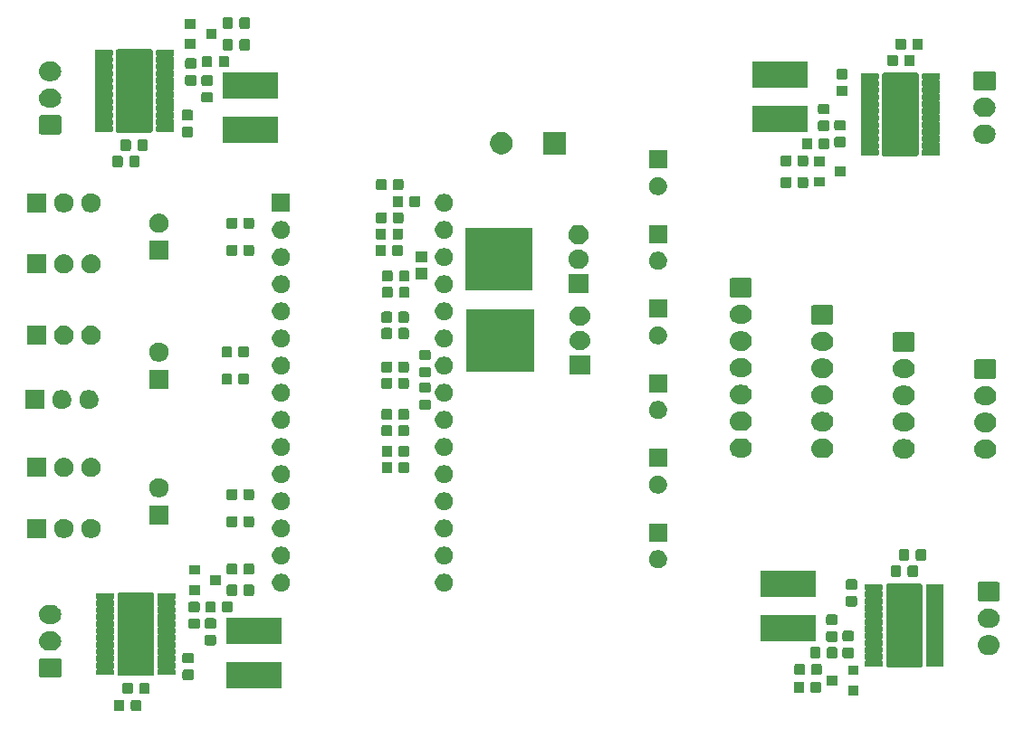
<source format=gbr>
G04 #@! TF.GenerationSoftware,KiCad,Pcbnew,5.1.5-52549c5~86~ubuntu16.04.1*
G04 #@! TF.CreationDate,2020-05-16T21:50:14+02:00*
G04 #@! TF.ProjectId,rc board,72632062-6f61-4726-942e-6b696361645f,rev?*
G04 #@! TF.SameCoordinates,Original*
G04 #@! TF.FileFunction,Soldermask,Top*
G04 #@! TF.FilePolarity,Negative*
%FSLAX46Y46*%
G04 Gerber Fmt 4.6, Leading zero omitted, Abs format (unit mm)*
G04 Created by KiCad (PCBNEW 5.1.5-52549c5~86~ubuntu16.04.1) date 2020-05-16 21:50:14*
%MOMM*%
%LPD*%
G04 APERTURE LIST*
%ADD10C,0.100000*%
G04 APERTURE END LIST*
D10*
G36*
X27101091Y-80796185D02*
G01*
X27135069Y-80806493D01*
X27166390Y-80823234D01*
X27193839Y-80845761D01*
X27216366Y-80873210D01*
X27233107Y-80904531D01*
X27243415Y-80938509D01*
X27247500Y-80979990D01*
X27247500Y-81656210D01*
X27243415Y-81697691D01*
X27233107Y-81731669D01*
X27216366Y-81762990D01*
X27193839Y-81790439D01*
X27166390Y-81812966D01*
X27135069Y-81829707D01*
X27101091Y-81840015D01*
X27059610Y-81844100D01*
X26458390Y-81844100D01*
X26416909Y-81840015D01*
X26382931Y-81829707D01*
X26351610Y-81812966D01*
X26324161Y-81790439D01*
X26301634Y-81762990D01*
X26284893Y-81731669D01*
X26274585Y-81697691D01*
X26270500Y-81656210D01*
X26270500Y-80979990D01*
X26274585Y-80938509D01*
X26284893Y-80904531D01*
X26301634Y-80873210D01*
X26324161Y-80845761D01*
X26351610Y-80823234D01*
X26382931Y-80806493D01*
X26416909Y-80796185D01*
X26458390Y-80792100D01*
X27059610Y-80792100D01*
X27101091Y-80796185D01*
G37*
G36*
X25526091Y-80796185D02*
G01*
X25560069Y-80806493D01*
X25591390Y-80823234D01*
X25618839Y-80845761D01*
X25641366Y-80873210D01*
X25658107Y-80904531D01*
X25668415Y-80938509D01*
X25672500Y-80979990D01*
X25672500Y-81656210D01*
X25668415Y-81697691D01*
X25658107Y-81731669D01*
X25641366Y-81762990D01*
X25618839Y-81790439D01*
X25591390Y-81812966D01*
X25560069Y-81829707D01*
X25526091Y-81840015D01*
X25484610Y-81844100D01*
X24883390Y-81844100D01*
X24841909Y-81840015D01*
X24807931Y-81829707D01*
X24776610Y-81812966D01*
X24749161Y-81790439D01*
X24726634Y-81762990D01*
X24709893Y-81731669D01*
X24699585Y-81697691D01*
X24695500Y-81656210D01*
X24695500Y-80979990D01*
X24699585Y-80938509D01*
X24709893Y-80904531D01*
X24726634Y-80873210D01*
X24749161Y-80845761D01*
X24776610Y-80823234D01*
X24807931Y-80806493D01*
X24841909Y-80796185D01*
X24883390Y-80792100D01*
X25484610Y-80792100D01*
X25526091Y-80796185D01*
G37*
G36*
X94338000Y-80369600D02*
G01*
X93336000Y-80369600D01*
X93336000Y-79467600D01*
X94338000Y-79467600D01*
X94338000Y-80369600D01*
G37*
G36*
X26313591Y-79208685D02*
G01*
X26347569Y-79218993D01*
X26378890Y-79235734D01*
X26406339Y-79258261D01*
X26428866Y-79285710D01*
X26445607Y-79317031D01*
X26455915Y-79351009D01*
X26460000Y-79392490D01*
X26460000Y-80068710D01*
X26455915Y-80110191D01*
X26445607Y-80144169D01*
X26428866Y-80175490D01*
X26406339Y-80202939D01*
X26378890Y-80225466D01*
X26347569Y-80242207D01*
X26313591Y-80252515D01*
X26272110Y-80256600D01*
X25670890Y-80256600D01*
X25629409Y-80252515D01*
X25595431Y-80242207D01*
X25564110Y-80225466D01*
X25536661Y-80202939D01*
X25514134Y-80175490D01*
X25497393Y-80144169D01*
X25487085Y-80110191D01*
X25483000Y-80068710D01*
X25483000Y-79392490D01*
X25487085Y-79351009D01*
X25497393Y-79317031D01*
X25514134Y-79285710D01*
X25536661Y-79258261D01*
X25564110Y-79235734D01*
X25595431Y-79218993D01*
X25629409Y-79208685D01*
X25670890Y-79204600D01*
X26272110Y-79204600D01*
X26313591Y-79208685D01*
G37*
G36*
X27888591Y-79208685D02*
G01*
X27922569Y-79218993D01*
X27953890Y-79235734D01*
X27981339Y-79258261D01*
X28003866Y-79285710D01*
X28020607Y-79317031D01*
X28030915Y-79351009D01*
X28035000Y-79392490D01*
X28035000Y-80068710D01*
X28030915Y-80110191D01*
X28020607Y-80144169D01*
X28003866Y-80175490D01*
X27981339Y-80202939D01*
X27953890Y-80225466D01*
X27922569Y-80242207D01*
X27888591Y-80252515D01*
X27847110Y-80256600D01*
X27245890Y-80256600D01*
X27204409Y-80252515D01*
X27170431Y-80242207D01*
X27139110Y-80225466D01*
X27111661Y-80202939D01*
X27089134Y-80175490D01*
X27072393Y-80144169D01*
X27062085Y-80110191D01*
X27058000Y-80068710D01*
X27058000Y-79392490D01*
X27062085Y-79351009D01*
X27072393Y-79317031D01*
X27089134Y-79285710D01*
X27111661Y-79258261D01*
X27139110Y-79235734D01*
X27170431Y-79218993D01*
X27204409Y-79208685D01*
X27245890Y-79204600D01*
X27847110Y-79204600D01*
X27888591Y-79208685D01*
G37*
G36*
X89089591Y-79081685D02*
G01*
X89123569Y-79091993D01*
X89154890Y-79108734D01*
X89182339Y-79131261D01*
X89204866Y-79158710D01*
X89221607Y-79190031D01*
X89231915Y-79224009D01*
X89236000Y-79265490D01*
X89236000Y-79941710D01*
X89231915Y-79983191D01*
X89221607Y-80017169D01*
X89204866Y-80048490D01*
X89182339Y-80075939D01*
X89154890Y-80098466D01*
X89123569Y-80115207D01*
X89089591Y-80125515D01*
X89048110Y-80129600D01*
X88446890Y-80129600D01*
X88405409Y-80125515D01*
X88371431Y-80115207D01*
X88340110Y-80098466D01*
X88312661Y-80075939D01*
X88290134Y-80048490D01*
X88273393Y-80017169D01*
X88263085Y-79983191D01*
X88259000Y-79941710D01*
X88259000Y-79265490D01*
X88263085Y-79224009D01*
X88273393Y-79190031D01*
X88290134Y-79158710D01*
X88312661Y-79131261D01*
X88340110Y-79108734D01*
X88371431Y-79091993D01*
X88405409Y-79081685D01*
X88446890Y-79077600D01*
X89048110Y-79077600D01*
X89089591Y-79081685D01*
G37*
G36*
X90664591Y-79081685D02*
G01*
X90698569Y-79091993D01*
X90729890Y-79108734D01*
X90757339Y-79131261D01*
X90779866Y-79158710D01*
X90796607Y-79190031D01*
X90806915Y-79224009D01*
X90811000Y-79265490D01*
X90811000Y-79941710D01*
X90806915Y-79983191D01*
X90796607Y-80017169D01*
X90779866Y-80048490D01*
X90757339Y-80075939D01*
X90729890Y-80098466D01*
X90698569Y-80115207D01*
X90664591Y-80125515D01*
X90623110Y-80129600D01*
X90021890Y-80129600D01*
X89980409Y-80125515D01*
X89946431Y-80115207D01*
X89915110Y-80098466D01*
X89887661Y-80075939D01*
X89865134Y-80048490D01*
X89848393Y-80017169D01*
X89838085Y-79983191D01*
X89834000Y-79941710D01*
X89834000Y-79265490D01*
X89838085Y-79224009D01*
X89848393Y-79190031D01*
X89865134Y-79158710D01*
X89887661Y-79131261D01*
X89915110Y-79108734D01*
X89946431Y-79091993D01*
X89980409Y-79081685D01*
X90021890Y-79077600D01*
X90623110Y-79077600D01*
X90664591Y-79081685D01*
G37*
G36*
X40383500Y-79729600D02*
G01*
X35181500Y-79729600D01*
X35181500Y-77277600D01*
X40383500Y-77277600D01*
X40383500Y-79729600D01*
G37*
G36*
X92338000Y-79419600D02*
G01*
X91336000Y-79419600D01*
X91336000Y-78517600D01*
X92338000Y-78517600D01*
X92338000Y-79419600D01*
G37*
G36*
X32002591Y-77963685D02*
G01*
X32036569Y-77973993D01*
X32067890Y-77990734D01*
X32095339Y-78013261D01*
X32117866Y-78040710D01*
X32134607Y-78072031D01*
X32144915Y-78106009D01*
X32149000Y-78147490D01*
X32149000Y-78748710D01*
X32144915Y-78790191D01*
X32134607Y-78824169D01*
X32117866Y-78855490D01*
X32095339Y-78882939D01*
X32067890Y-78905466D01*
X32036569Y-78922207D01*
X32002591Y-78932515D01*
X31961110Y-78936600D01*
X31284890Y-78936600D01*
X31243409Y-78932515D01*
X31209431Y-78922207D01*
X31178110Y-78905466D01*
X31150661Y-78882939D01*
X31128134Y-78855490D01*
X31111393Y-78824169D01*
X31101085Y-78790191D01*
X31097000Y-78748710D01*
X31097000Y-78147490D01*
X31101085Y-78106009D01*
X31111393Y-78072031D01*
X31128134Y-78040710D01*
X31150661Y-78013261D01*
X31178110Y-77990734D01*
X31209431Y-77973993D01*
X31243409Y-77963685D01*
X31284890Y-77959600D01*
X31961110Y-77959600D01*
X32002591Y-77963685D01*
G37*
G36*
X19616100Y-76888589D02*
G01*
X19649152Y-76898615D01*
X19679603Y-76914892D01*
X19706299Y-76936801D01*
X19728208Y-76963497D01*
X19744485Y-76993948D01*
X19754511Y-77027000D01*
X19758500Y-77067503D01*
X19758500Y-78503697D01*
X19754511Y-78544200D01*
X19744485Y-78577252D01*
X19728208Y-78607703D01*
X19706299Y-78634399D01*
X19679603Y-78656308D01*
X19649152Y-78672585D01*
X19616100Y-78682611D01*
X19575597Y-78686600D01*
X17889403Y-78686600D01*
X17848900Y-78682611D01*
X17815848Y-78672585D01*
X17785397Y-78656308D01*
X17758701Y-78634399D01*
X17736792Y-78607703D01*
X17720515Y-78577252D01*
X17710489Y-78544200D01*
X17706500Y-78503697D01*
X17706500Y-77067503D01*
X17710489Y-77027000D01*
X17720515Y-76993948D01*
X17736792Y-76963497D01*
X17758701Y-76936801D01*
X17785397Y-76914892D01*
X17815848Y-76898615D01*
X17848900Y-76888589D01*
X17889403Y-76884600D01*
X19575597Y-76884600D01*
X19616100Y-76888589D01*
G37*
G36*
X28317973Y-70753948D02*
G01*
X28344757Y-70762073D01*
X28369439Y-70775266D01*
X28391076Y-70793024D01*
X28408834Y-70814661D01*
X28422027Y-70839343D01*
X28430152Y-70866127D01*
X28433500Y-70900121D01*
X28433500Y-78401079D01*
X28430152Y-78435073D01*
X28422027Y-78461857D01*
X28408834Y-78486539D01*
X28391076Y-78508176D01*
X28369439Y-78525934D01*
X28344757Y-78539127D01*
X28317973Y-78547252D01*
X28283979Y-78550600D01*
X25183021Y-78550600D01*
X25149027Y-78547252D01*
X25122243Y-78539127D01*
X25097561Y-78525934D01*
X25075924Y-78508176D01*
X25058166Y-78486539D01*
X25044973Y-78461857D01*
X25036848Y-78435073D01*
X25033500Y-78401079D01*
X25033500Y-70900121D01*
X25036848Y-70866127D01*
X25044973Y-70839343D01*
X25058166Y-70814661D01*
X25075924Y-70793024D01*
X25097561Y-70775266D01*
X25122243Y-70762073D01*
X25149027Y-70753948D01*
X25183021Y-70750600D01*
X28283979Y-70750600D01*
X28317973Y-70753948D01*
G37*
G36*
X90728091Y-77430685D02*
G01*
X90762069Y-77440993D01*
X90793390Y-77457734D01*
X90820839Y-77480261D01*
X90843366Y-77507710D01*
X90860107Y-77539031D01*
X90870415Y-77573009D01*
X90874500Y-77614490D01*
X90874500Y-78290710D01*
X90870415Y-78332191D01*
X90860107Y-78366169D01*
X90843366Y-78397490D01*
X90820839Y-78424939D01*
X90793390Y-78447466D01*
X90762069Y-78464207D01*
X90728091Y-78474515D01*
X90686610Y-78478600D01*
X90085390Y-78478600D01*
X90043909Y-78474515D01*
X90009931Y-78464207D01*
X89978610Y-78447466D01*
X89951161Y-78424939D01*
X89928634Y-78397490D01*
X89911893Y-78366169D01*
X89901585Y-78332191D01*
X89897500Y-78290710D01*
X89897500Y-77614490D01*
X89901585Y-77573009D01*
X89911893Y-77539031D01*
X89928634Y-77507710D01*
X89951161Y-77480261D01*
X89978610Y-77457734D01*
X90009931Y-77440993D01*
X90043909Y-77430685D01*
X90085390Y-77426600D01*
X90686610Y-77426600D01*
X90728091Y-77430685D01*
G37*
G36*
X89153091Y-77430685D02*
G01*
X89187069Y-77440993D01*
X89218390Y-77457734D01*
X89245839Y-77480261D01*
X89268366Y-77507710D01*
X89285107Y-77539031D01*
X89295415Y-77573009D01*
X89299500Y-77614490D01*
X89299500Y-78290710D01*
X89295415Y-78332191D01*
X89285107Y-78366169D01*
X89268366Y-78397490D01*
X89245839Y-78424939D01*
X89218390Y-78447466D01*
X89187069Y-78464207D01*
X89153091Y-78474515D01*
X89111610Y-78478600D01*
X88510390Y-78478600D01*
X88468909Y-78474515D01*
X88434931Y-78464207D01*
X88403610Y-78447466D01*
X88376161Y-78424939D01*
X88353634Y-78397490D01*
X88336893Y-78366169D01*
X88326585Y-78332191D01*
X88322500Y-78290710D01*
X88322500Y-77614490D01*
X88326585Y-77573009D01*
X88336893Y-77539031D01*
X88353634Y-77507710D01*
X88376161Y-77480261D01*
X88403610Y-77457734D01*
X88434931Y-77440993D01*
X88468909Y-77430685D01*
X88510390Y-77426600D01*
X89111610Y-77426600D01*
X89153091Y-77430685D01*
G37*
G36*
X24658670Y-70826403D02*
G01*
X24670375Y-70829954D01*
X24681165Y-70835721D01*
X24690619Y-70843481D01*
X24698379Y-70852935D01*
X24704146Y-70863725D01*
X24707697Y-70875430D01*
X24709500Y-70893738D01*
X24709500Y-71257462D01*
X24707697Y-71275770D01*
X24704146Y-71287475D01*
X24698379Y-71298265D01*
X24686870Y-71312288D01*
X24677855Y-71321304D01*
X24664241Y-71341678D01*
X24654865Y-71364317D01*
X24650085Y-71388351D01*
X24650085Y-71412855D01*
X24654866Y-71436888D01*
X24664244Y-71459526D01*
X24677858Y-71479901D01*
X24686874Y-71488917D01*
X24698379Y-71502935D01*
X24704146Y-71513725D01*
X24707697Y-71525430D01*
X24709500Y-71543738D01*
X24709500Y-71907462D01*
X24707697Y-71925770D01*
X24704146Y-71937475D01*
X24698379Y-71948265D01*
X24686870Y-71962288D01*
X24677855Y-71971304D01*
X24664241Y-71991678D01*
X24654865Y-72014317D01*
X24650085Y-72038351D01*
X24650085Y-72062855D01*
X24654866Y-72086888D01*
X24664244Y-72109526D01*
X24677858Y-72129901D01*
X24686874Y-72138917D01*
X24698379Y-72152935D01*
X24704146Y-72163725D01*
X24707697Y-72175430D01*
X24709500Y-72193738D01*
X24709500Y-72557462D01*
X24707697Y-72575770D01*
X24704146Y-72587475D01*
X24698379Y-72598265D01*
X24686870Y-72612288D01*
X24677855Y-72621304D01*
X24664241Y-72641678D01*
X24654865Y-72664317D01*
X24650085Y-72688351D01*
X24650085Y-72712855D01*
X24654866Y-72736888D01*
X24664244Y-72759526D01*
X24677858Y-72779901D01*
X24686874Y-72788917D01*
X24698379Y-72802935D01*
X24704146Y-72813725D01*
X24707697Y-72825430D01*
X24709500Y-72843738D01*
X24709500Y-73207462D01*
X24707697Y-73225770D01*
X24704146Y-73237475D01*
X24698379Y-73248265D01*
X24686870Y-73262288D01*
X24677855Y-73271304D01*
X24664241Y-73291678D01*
X24654865Y-73314317D01*
X24650085Y-73338351D01*
X24650085Y-73362855D01*
X24654866Y-73386888D01*
X24664244Y-73409526D01*
X24677858Y-73429901D01*
X24686874Y-73438917D01*
X24698379Y-73452935D01*
X24704146Y-73463725D01*
X24707697Y-73475430D01*
X24709500Y-73493738D01*
X24709500Y-73857462D01*
X24707697Y-73875770D01*
X24704146Y-73887475D01*
X24698379Y-73898265D01*
X24686870Y-73912288D01*
X24677855Y-73921304D01*
X24664241Y-73941678D01*
X24654865Y-73964317D01*
X24650085Y-73988351D01*
X24650085Y-74012855D01*
X24654866Y-74036888D01*
X24664244Y-74059526D01*
X24677858Y-74079901D01*
X24686874Y-74088917D01*
X24698379Y-74102935D01*
X24704146Y-74113725D01*
X24707697Y-74125430D01*
X24709500Y-74143738D01*
X24709500Y-74507462D01*
X24707697Y-74525770D01*
X24704146Y-74537475D01*
X24698379Y-74548265D01*
X24686870Y-74562288D01*
X24677855Y-74571304D01*
X24664241Y-74591678D01*
X24654865Y-74614317D01*
X24650085Y-74638351D01*
X24650085Y-74662855D01*
X24654866Y-74686888D01*
X24664244Y-74709526D01*
X24677858Y-74729901D01*
X24686874Y-74738917D01*
X24698379Y-74752935D01*
X24704146Y-74763725D01*
X24707697Y-74775430D01*
X24709500Y-74793738D01*
X24709500Y-75157462D01*
X24707697Y-75175770D01*
X24704146Y-75187475D01*
X24698379Y-75198265D01*
X24686870Y-75212288D01*
X24677855Y-75221304D01*
X24664241Y-75241678D01*
X24654865Y-75264317D01*
X24650085Y-75288351D01*
X24650085Y-75312855D01*
X24654866Y-75336888D01*
X24664244Y-75359526D01*
X24677858Y-75379901D01*
X24686874Y-75388917D01*
X24698379Y-75402935D01*
X24704146Y-75413725D01*
X24707697Y-75425430D01*
X24709500Y-75443738D01*
X24709500Y-75807462D01*
X24707697Y-75825770D01*
X24704146Y-75837475D01*
X24698379Y-75848265D01*
X24686870Y-75862288D01*
X24677855Y-75871304D01*
X24664241Y-75891678D01*
X24654865Y-75914317D01*
X24650085Y-75938351D01*
X24650085Y-75962855D01*
X24654866Y-75986888D01*
X24664244Y-76009526D01*
X24677858Y-76029901D01*
X24686874Y-76038917D01*
X24698379Y-76052935D01*
X24704146Y-76063725D01*
X24707697Y-76075430D01*
X24709500Y-76093738D01*
X24709500Y-76457462D01*
X24707697Y-76475770D01*
X24704146Y-76487475D01*
X24698379Y-76498265D01*
X24686870Y-76512288D01*
X24677855Y-76521304D01*
X24664241Y-76541678D01*
X24654865Y-76564317D01*
X24650085Y-76588351D01*
X24650085Y-76612855D01*
X24654866Y-76636888D01*
X24664244Y-76659526D01*
X24677858Y-76679901D01*
X24686874Y-76688917D01*
X24698379Y-76702935D01*
X24704146Y-76713725D01*
X24707697Y-76725430D01*
X24709500Y-76743738D01*
X24709500Y-77107462D01*
X24707697Y-77125770D01*
X24704146Y-77137475D01*
X24698379Y-77148265D01*
X24686870Y-77162288D01*
X24677855Y-77171304D01*
X24664241Y-77191678D01*
X24654865Y-77214317D01*
X24650085Y-77238351D01*
X24650085Y-77262855D01*
X24654866Y-77286888D01*
X24664244Y-77309526D01*
X24677858Y-77329901D01*
X24686874Y-77338917D01*
X24698379Y-77352935D01*
X24704146Y-77363725D01*
X24707697Y-77375430D01*
X24709500Y-77393738D01*
X24709500Y-77757462D01*
X24707697Y-77775770D01*
X24704146Y-77787475D01*
X24698379Y-77798265D01*
X24686870Y-77812288D01*
X24677855Y-77821304D01*
X24664241Y-77841678D01*
X24654865Y-77864317D01*
X24650085Y-77888351D01*
X24650085Y-77912855D01*
X24654866Y-77936888D01*
X24664244Y-77959526D01*
X24677858Y-77979901D01*
X24686874Y-77988917D01*
X24698379Y-78002935D01*
X24704146Y-78013725D01*
X24707697Y-78025430D01*
X24709500Y-78043738D01*
X24709500Y-78407462D01*
X24707697Y-78425770D01*
X24704146Y-78437475D01*
X24698379Y-78448265D01*
X24690619Y-78457719D01*
X24681165Y-78465479D01*
X24670375Y-78471246D01*
X24658670Y-78474797D01*
X24640362Y-78476600D01*
X23101638Y-78476600D01*
X23083330Y-78474797D01*
X23071625Y-78471246D01*
X23060835Y-78465479D01*
X23051381Y-78457719D01*
X23043621Y-78448265D01*
X23037854Y-78437475D01*
X23034303Y-78425770D01*
X23032500Y-78407462D01*
X23032500Y-78043738D01*
X23034303Y-78025430D01*
X23037854Y-78013725D01*
X23043621Y-78002935D01*
X23055130Y-77988912D01*
X23064145Y-77979896D01*
X23077759Y-77959522D01*
X23087135Y-77936883D01*
X23091915Y-77912849D01*
X23091915Y-77888345D01*
X23087134Y-77864312D01*
X23077756Y-77841674D01*
X23064142Y-77821299D01*
X23055126Y-77812283D01*
X23043621Y-77798265D01*
X23037854Y-77787475D01*
X23034303Y-77775770D01*
X23032500Y-77757462D01*
X23032500Y-77393738D01*
X23034303Y-77375430D01*
X23037854Y-77363725D01*
X23043621Y-77352935D01*
X23055130Y-77338912D01*
X23064145Y-77329896D01*
X23077759Y-77309522D01*
X23087135Y-77286883D01*
X23091915Y-77262849D01*
X23091915Y-77238345D01*
X23087134Y-77214312D01*
X23077756Y-77191674D01*
X23064142Y-77171299D01*
X23055126Y-77162283D01*
X23043621Y-77148265D01*
X23037854Y-77137475D01*
X23034303Y-77125770D01*
X23032500Y-77107462D01*
X23032500Y-76743738D01*
X23034303Y-76725430D01*
X23037854Y-76713725D01*
X23043621Y-76702935D01*
X23055130Y-76688912D01*
X23064145Y-76679896D01*
X23077759Y-76659522D01*
X23087135Y-76636883D01*
X23091915Y-76612849D01*
X23091915Y-76588345D01*
X23087134Y-76564312D01*
X23077756Y-76541674D01*
X23064142Y-76521299D01*
X23055126Y-76512283D01*
X23043621Y-76498265D01*
X23037854Y-76487475D01*
X23034303Y-76475770D01*
X23032500Y-76457462D01*
X23032500Y-76093738D01*
X23034303Y-76075430D01*
X23037854Y-76063725D01*
X23043621Y-76052935D01*
X23055130Y-76038912D01*
X23064145Y-76029896D01*
X23077759Y-76009522D01*
X23087135Y-75986883D01*
X23091915Y-75962849D01*
X23091915Y-75938345D01*
X23087134Y-75914312D01*
X23077756Y-75891674D01*
X23064142Y-75871299D01*
X23055126Y-75862283D01*
X23043621Y-75848265D01*
X23037854Y-75837475D01*
X23034303Y-75825770D01*
X23032500Y-75807462D01*
X23032500Y-75443738D01*
X23034303Y-75425430D01*
X23037854Y-75413725D01*
X23043621Y-75402935D01*
X23055130Y-75388912D01*
X23064145Y-75379896D01*
X23077759Y-75359522D01*
X23087135Y-75336883D01*
X23091915Y-75312849D01*
X23091915Y-75288345D01*
X23087134Y-75264312D01*
X23077756Y-75241674D01*
X23064142Y-75221299D01*
X23055126Y-75212283D01*
X23043621Y-75198265D01*
X23037854Y-75187475D01*
X23034303Y-75175770D01*
X23032500Y-75157462D01*
X23032500Y-74793738D01*
X23034303Y-74775430D01*
X23037854Y-74763725D01*
X23043621Y-74752935D01*
X23055130Y-74738912D01*
X23064145Y-74729896D01*
X23077759Y-74709522D01*
X23087135Y-74686883D01*
X23091915Y-74662849D01*
X23091915Y-74638345D01*
X23087134Y-74614312D01*
X23077756Y-74591674D01*
X23064142Y-74571299D01*
X23055126Y-74562283D01*
X23043621Y-74548265D01*
X23037854Y-74537475D01*
X23034303Y-74525770D01*
X23032500Y-74507462D01*
X23032500Y-74143738D01*
X23034303Y-74125430D01*
X23037854Y-74113725D01*
X23043621Y-74102935D01*
X23055130Y-74088912D01*
X23064145Y-74079896D01*
X23077759Y-74059522D01*
X23087135Y-74036883D01*
X23091915Y-74012849D01*
X23091915Y-73988345D01*
X23087134Y-73964312D01*
X23077756Y-73941674D01*
X23064142Y-73921299D01*
X23055126Y-73912283D01*
X23043621Y-73898265D01*
X23037854Y-73887475D01*
X23034303Y-73875770D01*
X23032500Y-73857462D01*
X23032500Y-73493738D01*
X23034303Y-73475430D01*
X23037854Y-73463725D01*
X23043621Y-73452935D01*
X23055130Y-73438912D01*
X23064145Y-73429896D01*
X23077759Y-73409522D01*
X23087135Y-73386883D01*
X23091915Y-73362849D01*
X23091915Y-73338345D01*
X23087134Y-73314312D01*
X23077756Y-73291674D01*
X23064142Y-73271299D01*
X23055126Y-73262283D01*
X23043621Y-73248265D01*
X23037854Y-73237475D01*
X23034303Y-73225770D01*
X23032500Y-73207462D01*
X23032500Y-72843738D01*
X23034303Y-72825430D01*
X23037854Y-72813725D01*
X23043621Y-72802935D01*
X23055130Y-72788912D01*
X23064145Y-72779896D01*
X23077759Y-72759522D01*
X23087135Y-72736883D01*
X23091915Y-72712849D01*
X23091915Y-72688345D01*
X23087134Y-72664312D01*
X23077756Y-72641674D01*
X23064142Y-72621299D01*
X23055126Y-72612283D01*
X23043621Y-72598265D01*
X23037854Y-72587475D01*
X23034303Y-72575770D01*
X23032500Y-72557462D01*
X23032500Y-72193738D01*
X23034303Y-72175430D01*
X23037854Y-72163725D01*
X23043621Y-72152935D01*
X23055130Y-72138912D01*
X23064145Y-72129896D01*
X23077759Y-72109522D01*
X23087135Y-72086883D01*
X23091915Y-72062849D01*
X23091915Y-72038345D01*
X23087134Y-72014312D01*
X23077756Y-71991674D01*
X23064142Y-71971299D01*
X23055126Y-71962283D01*
X23043621Y-71948265D01*
X23037854Y-71937475D01*
X23034303Y-71925770D01*
X23032500Y-71907462D01*
X23032500Y-71543738D01*
X23034303Y-71525430D01*
X23037854Y-71513725D01*
X23043621Y-71502935D01*
X23055130Y-71488912D01*
X23064145Y-71479896D01*
X23077759Y-71459522D01*
X23087135Y-71436883D01*
X23091915Y-71412849D01*
X23091915Y-71388345D01*
X23087134Y-71364312D01*
X23077756Y-71341674D01*
X23064142Y-71321299D01*
X23055126Y-71312283D01*
X23043621Y-71298265D01*
X23037854Y-71287475D01*
X23034303Y-71275770D01*
X23032500Y-71257462D01*
X23032500Y-70893738D01*
X23034303Y-70875430D01*
X23037854Y-70863725D01*
X23043621Y-70852935D01*
X23051381Y-70843481D01*
X23060835Y-70835721D01*
X23071625Y-70829954D01*
X23083330Y-70826403D01*
X23101638Y-70824600D01*
X24640362Y-70824600D01*
X24658670Y-70826403D01*
G37*
G36*
X30383670Y-70826403D02*
G01*
X30395375Y-70829954D01*
X30406165Y-70835721D01*
X30415619Y-70843481D01*
X30423379Y-70852935D01*
X30429146Y-70863725D01*
X30432697Y-70875430D01*
X30434500Y-70893738D01*
X30434500Y-71257462D01*
X30432697Y-71275770D01*
X30429146Y-71287475D01*
X30423379Y-71298265D01*
X30411870Y-71312288D01*
X30402855Y-71321304D01*
X30389241Y-71341678D01*
X30379865Y-71364317D01*
X30375085Y-71388351D01*
X30375085Y-71412855D01*
X30379866Y-71436888D01*
X30389244Y-71459526D01*
X30402858Y-71479901D01*
X30411874Y-71488917D01*
X30423379Y-71502935D01*
X30429146Y-71513725D01*
X30432697Y-71525430D01*
X30434500Y-71543738D01*
X30434500Y-71907462D01*
X30432697Y-71925770D01*
X30429146Y-71937475D01*
X30423379Y-71948265D01*
X30411870Y-71962288D01*
X30402855Y-71971304D01*
X30389241Y-71991678D01*
X30379865Y-72014317D01*
X30375085Y-72038351D01*
X30375085Y-72062855D01*
X30379866Y-72086888D01*
X30389244Y-72109526D01*
X30402858Y-72129901D01*
X30411874Y-72138917D01*
X30423379Y-72152935D01*
X30429146Y-72163725D01*
X30432697Y-72175430D01*
X30434500Y-72193738D01*
X30434500Y-72557462D01*
X30432697Y-72575770D01*
X30429146Y-72587475D01*
X30423379Y-72598265D01*
X30411870Y-72612288D01*
X30402855Y-72621304D01*
X30389241Y-72641678D01*
X30379865Y-72664317D01*
X30375085Y-72688351D01*
X30375085Y-72712855D01*
X30379866Y-72736888D01*
X30389244Y-72759526D01*
X30402858Y-72779901D01*
X30411874Y-72788917D01*
X30423379Y-72802935D01*
X30429146Y-72813725D01*
X30432697Y-72825430D01*
X30434500Y-72843738D01*
X30434500Y-73207462D01*
X30432697Y-73225770D01*
X30429146Y-73237475D01*
X30423379Y-73248265D01*
X30411870Y-73262288D01*
X30402855Y-73271304D01*
X30389241Y-73291678D01*
X30379865Y-73314317D01*
X30375085Y-73338351D01*
X30375085Y-73362855D01*
X30379866Y-73386888D01*
X30389244Y-73409526D01*
X30402858Y-73429901D01*
X30411874Y-73438917D01*
X30423379Y-73452935D01*
X30429146Y-73463725D01*
X30432697Y-73475430D01*
X30434500Y-73493738D01*
X30434500Y-73857462D01*
X30432697Y-73875770D01*
X30429146Y-73887475D01*
X30423379Y-73898265D01*
X30411870Y-73912288D01*
X30402855Y-73921304D01*
X30389241Y-73941678D01*
X30379865Y-73964317D01*
X30375085Y-73988351D01*
X30375085Y-74012855D01*
X30379866Y-74036888D01*
X30389244Y-74059526D01*
X30402858Y-74079901D01*
X30411874Y-74088917D01*
X30423379Y-74102935D01*
X30429146Y-74113725D01*
X30432697Y-74125430D01*
X30434500Y-74143738D01*
X30434500Y-74507462D01*
X30432697Y-74525770D01*
X30429146Y-74537475D01*
X30423379Y-74548265D01*
X30411870Y-74562288D01*
X30402855Y-74571304D01*
X30389241Y-74591678D01*
X30379865Y-74614317D01*
X30375085Y-74638351D01*
X30375085Y-74662855D01*
X30379866Y-74686888D01*
X30389244Y-74709526D01*
X30402858Y-74729901D01*
X30411874Y-74738917D01*
X30423379Y-74752935D01*
X30429146Y-74763725D01*
X30432697Y-74775430D01*
X30434500Y-74793738D01*
X30434500Y-75157462D01*
X30432697Y-75175770D01*
X30429146Y-75187475D01*
X30423379Y-75198265D01*
X30411870Y-75212288D01*
X30402855Y-75221304D01*
X30389241Y-75241678D01*
X30379865Y-75264317D01*
X30375085Y-75288351D01*
X30375085Y-75312855D01*
X30379866Y-75336888D01*
X30389244Y-75359526D01*
X30402858Y-75379901D01*
X30411874Y-75388917D01*
X30423379Y-75402935D01*
X30429146Y-75413725D01*
X30432697Y-75425430D01*
X30434500Y-75443738D01*
X30434500Y-75807462D01*
X30432697Y-75825770D01*
X30429146Y-75837475D01*
X30423379Y-75848265D01*
X30411870Y-75862288D01*
X30402855Y-75871304D01*
X30389241Y-75891678D01*
X30379865Y-75914317D01*
X30375085Y-75938351D01*
X30375085Y-75962855D01*
X30379866Y-75986888D01*
X30389244Y-76009526D01*
X30402858Y-76029901D01*
X30411874Y-76038917D01*
X30423379Y-76052935D01*
X30429146Y-76063725D01*
X30432697Y-76075430D01*
X30434500Y-76093738D01*
X30434500Y-76457462D01*
X30432697Y-76475770D01*
X30429146Y-76487475D01*
X30423379Y-76498265D01*
X30411870Y-76512288D01*
X30402855Y-76521304D01*
X30389241Y-76541678D01*
X30379865Y-76564317D01*
X30375085Y-76588351D01*
X30375085Y-76612855D01*
X30379866Y-76636888D01*
X30389244Y-76659526D01*
X30402858Y-76679901D01*
X30411874Y-76688917D01*
X30423379Y-76702935D01*
X30429146Y-76713725D01*
X30432697Y-76725430D01*
X30434500Y-76743738D01*
X30434500Y-77107462D01*
X30432697Y-77125770D01*
X30429146Y-77137475D01*
X30423379Y-77148265D01*
X30411870Y-77162288D01*
X30402855Y-77171304D01*
X30389241Y-77191678D01*
X30379865Y-77214317D01*
X30375085Y-77238351D01*
X30375085Y-77262855D01*
X30379866Y-77286888D01*
X30389244Y-77309526D01*
X30402858Y-77329901D01*
X30411874Y-77338917D01*
X30423379Y-77352935D01*
X30429146Y-77363725D01*
X30432697Y-77375430D01*
X30434500Y-77393738D01*
X30434500Y-77757462D01*
X30432697Y-77775770D01*
X30429146Y-77787475D01*
X30423379Y-77798265D01*
X30411870Y-77812288D01*
X30402855Y-77821304D01*
X30389241Y-77841678D01*
X30379865Y-77864317D01*
X30375085Y-77888351D01*
X30375085Y-77912855D01*
X30379866Y-77936888D01*
X30389244Y-77959526D01*
X30402858Y-77979901D01*
X30411874Y-77988917D01*
X30423379Y-78002935D01*
X30429146Y-78013725D01*
X30432697Y-78025430D01*
X30434500Y-78043738D01*
X30434500Y-78407462D01*
X30432697Y-78425770D01*
X30429146Y-78437475D01*
X30423379Y-78448265D01*
X30415619Y-78457719D01*
X30406165Y-78465479D01*
X30395375Y-78471246D01*
X30383670Y-78474797D01*
X30365362Y-78476600D01*
X28826638Y-78476600D01*
X28808330Y-78474797D01*
X28796625Y-78471246D01*
X28785835Y-78465479D01*
X28776381Y-78457719D01*
X28768621Y-78448265D01*
X28762854Y-78437475D01*
X28759303Y-78425770D01*
X28757500Y-78407462D01*
X28757500Y-78043738D01*
X28759303Y-78025430D01*
X28762854Y-78013725D01*
X28768621Y-78002935D01*
X28780130Y-77988912D01*
X28789145Y-77979896D01*
X28802759Y-77959522D01*
X28812135Y-77936883D01*
X28816915Y-77912849D01*
X28816915Y-77888345D01*
X28812134Y-77864312D01*
X28802756Y-77841674D01*
X28789142Y-77821299D01*
X28780126Y-77812283D01*
X28768621Y-77798265D01*
X28762854Y-77787475D01*
X28759303Y-77775770D01*
X28757500Y-77757462D01*
X28757500Y-77393738D01*
X28759303Y-77375430D01*
X28762854Y-77363725D01*
X28768621Y-77352935D01*
X28780130Y-77338912D01*
X28789145Y-77329896D01*
X28802759Y-77309522D01*
X28812135Y-77286883D01*
X28816915Y-77262849D01*
X28816915Y-77238345D01*
X28812134Y-77214312D01*
X28802756Y-77191674D01*
X28789142Y-77171299D01*
X28780126Y-77162283D01*
X28768621Y-77148265D01*
X28762854Y-77137475D01*
X28759303Y-77125770D01*
X28757500Y-77107462D01*
X28757500Y-76743738D01*
X28759303Y-76725430D01*
X28762854Y-76713725D01*
X28768621Y-76702935D01*
X28780130Y-76688912D01*
X28789145Y-76679896D01*
X28802759Y-76659522D01*
X28812135Y-76636883D01*
X28816915Y-76612849D01*
X28816915Y-76588345D01*
X28812134Y-76564312D01*
X28802756Y-76541674D01*
X28789142Y-76521299D01*
X28780126Y-76512283D01*
X28768621Y-76498265D01*
X28762854Y-76487475D01*
X28759303Y-76475770D01*
X28757500Y-76457462D01*
X28757500Y-76093738D01*
X28759303Y-76075430D01*
X28762854Y-76063725D01*
X28768621Y-76052935D01*
X28780130Y-76038912D01*
X28789145Y-76029896D01*
X28802759Y-76009522D01*
X28812135Y-75986883D01*
X28816915Y-75962849D01*
X28816915Y-75938345D01*
X28812134Y-75914312D01*
X28802756Y-75891674D01*
X28789142Y-75871299D01*
X28780126Y-75862283D01*
X28768621Y-75848265D01*
X28762854Y-75837475D01*
X28759303Y-75825770D01*
X28757500Y-75807462D01*
X28757500Y-75443738D01*
X28759303Y-75425430D01*
X28762854Y-75413725D01*
X28768621Y-75402935D01*
X28780130Y-75388912D01*
X28789145Y-75379896D01*
X28802759Y-75359522D01*
X28812135Y-75336883D01*
X28816915Y-75312849D01*
X28816915Y-75288345D01*
X28812134Y-75264312D01*
X28802756Y-75241674D01*
X28789142Y-75221299D01*
X28780126Y-75212283D01*
X28768621Y-75198265D01*
X28762854Y-75187475D01*
X28759303Y-75175770D01*
X28757500Y-75157462D01*
X28757500Y-74793738D01*
X28759303Y-74775430D01*
X28762854Y-74763725D01*
X28768621Y-74752935D01*
X28780130Y-74738912D01*
X28789145Y-74729896D01*
X28802759Y-74709522D01*
X28812135Y-74686883D01*
X28816915Y-74662849D01*
X28816915Y-74638345D01*
X28812134Y-74614312D01*
X28802756Y-74591674D01*
X28789142Y-74571299D01*
X28780126Y-74562283D01*
X28768621Y-74548265D01*
X28762854Y-74537475D01*
X28759303Y-74525770D01*
X28757500Y-74507462D01*
X28757500Y-74143738D01*
X28759303Y-74125430D01*
X28762854Y-74113725D01*
X28768621Y-74102935D01*
X28780130Y-74088912D01*
X28789145Y-74079896D01*
X28802759Y-74059522D01*
X28812135Y-74036883D01*
X28816915Y-74012849D01*
X28816915Y-73988345D01*
X28812134Y-73964312D01*
X28802756Y-73941674D01*
X28789142Y-73921299D01*
X28780126Y-73912283D01*
X28768621Y-73898265D01*
X28762854Y-73887475D01*
X28759303Y-73875770D01*
X28757500Y-73857462D01*
X28757500Y-73493738D01*
X28759303Y-73475430D01*
X28762854Y-73463725D01*
X28768621Y-73452935D01*
X28780130Y-73438912D01*
X28789145Y-73429896D01*
X28802759Y-73409522D01*
X28812135Y-73386883D01*
X28816915Y-73362849D01*
X28816915Y-73338345D01*
X28812134Y-73314312D01*
X28802756Y-73291674D01*
X28789142Y-73271299D01*
X28780126Y-73262283D01*
X28768621Y-73248265D01*
X28762854Y-73237475D01*
X28759303Y-73225770D01*
X28757500Y-73207462D01*
X28757500Y-72843738D01*
X28759303Y-72825430D01*
X28762854Y-72813725D01*
X28768621Y-72802935D01*
X28780130Y-72788912D01*
X28789145Y-72779896D01*
X28802759Y-72759522D01*
X28812135Y-72736883D01*
X28816915Y-72712849D01*
X28816915Y-72688345D01*
X28812134Y-72664312D01*
X28802756Y-72641674D01*
X28789142Y-72621299D01*
X28780126Y-72612283D01*
X28768621Y-72598265D01*
X28762854Y-72587475D01*
X28759303Y-72575770D01*
X28757500Y-72557462D01*
X28757500Y-72193738D01*
X28759303Y-72175430D01*
X28762854Y-72163725D01*
X28768621Y-72152935D01*
X28780130Y-72138912D01*
X28789145Y-72129896D01*
X28802759Y-72109522D01*
X28812135Y-72086883D01*
X28816915Y-72062849D01*
X28816915Y-72038345D01*
X28812134Y-72014312D01*
X28802756Y-71991674D01*
X28789142Y-71971299D01*
X28780126Y-71962283D01*
X28768621Y-71948265D01*
X28762854Y-71937475D01*
X28759303Y-71925770D01*
X28757500Y-71907462D01*
X28757500Y-71543738D01*
X28759303Y-71525430D01*
X28762854Y-71513725D01*
X28768621Y-71502935D01*
X28780130Y-71488912D01*
X28789145Y-71479896D01*
X28802759Y-71459522D01*
X28812135Y-71436883D01*
X28816915Y-71412849D01*
X28816915Y-71388345D01*
X28812134Y-71364312D01*
X28802756Y-71341674D01*
X28789142Y-71321299D01*
X28780126Y-71312283D01*
X28768621Y-71298265D01*
X28762854Y-71287475D01*
X28759303Y-71275770D01*
X28757500Y-71257462D01*
X28757500Y-70893738D01*
X28759303Y-70875430D01*
X28762854Y-70863725D01*
X28768621Y-70852935D01*
X28776381Y-70843481D01*
X28785835Y-70835721D01*
X28796625Y-70829954D01*
X28808330Y-70826403D01*
X28826638Y-70824600D01*
X30365362Y-70824600D01*
X30383670Y-70826403D01*
G37*
G36*
X94338000Y-78469600D02*
G01*
X93336000Y-78469600D01*
X93336000Y-77567600D01*
X94338000Y-77567600D01*
X94338000Y-78469600D01*
G37*
G36*
X100180473Y-69934448D02*
G01*
X100207257Y-69942573D01*
X100231939Y-69955766D01*
X100253576Y-69973524D01*
X100271334Y-69995161D01*
X100284527Y-70019843D01*
X100292652Y-70046627D01*
X100296000Y-70080621D01*
X100296000Y-77581579D01*
X100292652Y-77615573D01*
X100284527Y-77642357D01*
X100271334Y-77667039D01*
X100253576Y-77688676D01*
X100231939Y-77706434D01*
X100207257Y-77719627D01*
X100180473Y-77727752D01*
X100146479Y-77731100D01*
X97045521Y-77731100D01*
X97011527Y-77727752D01*
X96984743Y-77719627D01*
X96960061Y-77706434D01*
X96938424Y-77688676D01*
X96920666Y-77667039D01*
X96907473Y-77642357D01*
X96899348Y-77615573D01*
X96896000Y-77581579D01*
X96896000Y-70080621D01*
X96899348Y-70046627D01*
X96907473Y-70019843D01*
X96920666Y-69995161D01*
X96938424Y-69973524D01*
X96960061Y-69955766D01*
X96984743Y-69942573D01*
X97011527Y-69934448D01*
X97045521Y-69931100D01*
X100146479Y-69931100D01*
X100180473Y-69934448D01*
G37*
G36*
X96521170Y-70006903D02*
G01*
X96532875Y-70010454D01*
X96543665Y-70016221D01*
X96553119Y-70023981D01*
X96560879Y-70033435D01*
X96566646Y-70044225D01*
X96570197Y-70055930D01*
X96572000Y-70074238D01*
X96572000Y-70437962D01*
X96570197Y-70456270D01*
X96566646Y-70467975D01*
X96560879Y-70478765D01*
X96549370Y-70492788D01*
X96540355Y-70501804D01*
X96526741Y-70522178D01*
X96517365Y-70544817D01*
X96512585Y-70568851D01*
X96512585Y-70593355D01*
X96517366Y-70617388D01*
X96526744Y-70640026D01*
X96540358Y-70660401D01*
X96549374Y-70669417D01*
X96560879Y-70683435D01*
X96566646Y-70694225D01*
X96570197Y-70705930D01*
X96572000Y-70724238D01*
X96572000Y-71087962D01*
X96570197Y-71106270D01*
X96566646Y-71117975D01*
X96560879Y-71128765D01*
X96549370Y-71142788D01*
X96540355Y-71151804D01*
X96526741Y-71172178D01*
X96517365Y-71194817D01*
X96512585Y-71218851D01*
X96512585Y-71243355D01*
X96517366Y-71267388D01*
X96526744Y-71290026D01*
X96540358Y-71310401D01*
X96549374Y-71319417D01*
X96560879Y-71333435D01*
X96566646Y-71344225D01*
X96570197Y-71355930D01*
X96572000Y-71374238D01*
X96572000Y-71737962D01*
X96570197Y-71756270D01*
X96566646Y-71767975D01*
X96560879Y-71778765D01*
X96549370Y-71792788D01*
X96540355Y-71801804D01*
X96526741Y-71822178D01*
X96517365Y-71844817D01*
X96512585Y-71868851D01*
X96512585Y-71893355D01*
X96517366Y-71917388D01*
X96526744Y-71940026D01*
X96540358Y-71960401D01*
X96549374Y-71969417D01*
X96560879Y-71983435D01*
X96566646Y-71994225D01*
X96570197Y-72005930D01*
X96572000Y-72024238D01*
X96572000Y-72387962D01*
X96570197Y-72406270D01*
X96566646Y-72417975D01*
X96560879Y-72428765D01*
X96549370Y-72442788D01*
X96540355Y-72451804D01*
X96526741Y-72472178D01*
X96517365Y-72494817D01*
X96512585Y-72518851D01*
X96512585Y-72543355D01*
X96517366Y-72567388D01*
X96526744Y-72590026D01*
X96540358Y-72610401D01*
X96549374Y-72619417D01*
X96560879Y-72633435D01*
X96566646Y-72644225D01*
X96570197Y-72655930D01*
X96572000Y-72674238D01*
X96572000Y-73037962D01*
X96570197Y-73056270D01*
X96566646Y-73067975D01*
X96560879Y-73078765D01*
X96549370Y-73092788D01*
X96540355Y-73101804D01*
X96526741Y-73122178D01*
X96517365Y-73144817D01*
X96512585Y-73168851D01*
X96512585Y-73193355D01*
X96517366Y-73217388D01*
X96526744Y-73240026D01*
X96540358Y-73260401D01*
X96549374Y-73269417D01*
X96560879Y-73283435D01*
X96566646Y-73294225D01*
X96570197Y-73305930D01*
X96572000Y-73324238D01*
X96572000Y-73687962D01*
X96570197Y-73706270D01*
X96566646Y-73717975D01*
X96560879Y-73728765D01*
X96549370Y-73742788D01*
X96540355Y-73751804D01*
X96526741Y-73772178D01*
X96517365Y-73794817D01*
X96512585Y-73818851D01*
X96512585Y-73843355D01*
X96517366Y-73867388D01*
X96526744Y-73890026D01*
X96540358Y-73910401D01*
X96549374Y-73919417D01*
X96560879Y-73933435D01*
X96566646Y-73944225D01*
X96570197Y-73955930D01*
X96572000Y-73974238D01*
X96572000Y-74337962D01*
X96570197Y-74356270D01*
X96566646Y-74367975D01*
X96560879Y-74378765D01*
X96549370Y-74392788D01*
X96540355Y-74401804D01*
X96526741Y-74422178D01*
X96517365Y-74444817D01*
X96512585Y-74468851D01*
X96512585Y-74493355D01*
X96517366Y-74517388D01*
X96526744Y-74540026D01*
X96540358Y-74560401D01*
X96549374Y-74569417D01*
X96560879Y-74583435D01*
X96566646Y-74594225D01*
X96570197Y-74605930D01*
X96572000Y-74624238D01*
X96572000Y-74987962D01*
X96570197Y-75006270D01*
X96566646Y-75017975D01*
X96560879Y-75028765D01*
X96549370Y-75042788D01*
X96540355Y-75051804D01*
X96526741Y-75072178D01*
X96517365Y-75094817D01*
X96512585Y-75118851D01*
X96512585Y-75143355D01*
X96517366Y-75167388D01*
X96526744Y-75190026D01*
X96540358Y-75210401D01*
X96549374Y-75219417D01*
X96560879Y-75233435D01*
X96566646Y-75244225D01*
X96570197Y-75255930D01*
X96572000Y-75274238D01*
X96572000Y-75637962D01*
X96570197Y-75656270D01*
X96566646Y-75667975D01*
X96560879Y-75678765D01*
X96549370Y-75692788D01*
X96540355Y-75701804D01*
X96526741Y-75722178D01*
X96517365Y-75744817D01*
X96512585Y-75768851D01*
X96512585Y-75793355D01*
X96517366Y-75817388D01*
X96526744Y-75840026D01*
X96540358Y-75860401D01*
X96549374Y-75869417D01*
X96560879Y-75883435D01*
X96566646Y-75894225D01*
X96570197Y-75905930D01*
X96572000Y-75924238D01*
X96572000Y-76287962D01*
X96570197Y-76306270D01*
X96566646Y-76317975D01*
X96560879Y-76328765D01*
X96549370Y-76342788D01*
X96540355Y-76351804D01*
X96526741Y-76372178D01*
X96517365Y-76394817D01*
X96512585Y-76418851D01*
X96512585Y-76443355D01*
X96517366Y-76467388D01*
X96526744Y-76490026D01*
X96540358Y-76510401D01*
X96549374Y-76519417D01*
X96560879Y-76533435D01*
X96566646Y-76544225D01*
X96570197Y-76555930D01*
X96572000Y-76574238D01*
X96572000Y-76937962D01*
X96570197Y-76956270D01*
X96566646Y-76967975D01*
X96560879Y-76978765D01*
X96549370Y-76992788D01*
X96540355Y-77001804D01*
X96526741Y-77022178D01*
X96517365Y-77044817D01*
X96512585Y-77068851D01*
X96512585Y-77093355D01*
X96517366Y-77117388D01*
X96526744Y-77140026D01*
X96540358Y-77160401D01*
X96549374Y-77169417D01*
X96560879Y-77183435D01*
X96566646Y-77194225D01*
X96570197Y-77205930D01*
X96572000Y-77224238D01*
X96572000Y-77587962D01*
X96570197Y-77606270D01*
X96566646Y-77617975D01*
X96560879Y-77628765D01*
X96553119Y-77638219D01*
X96543665Y-77645979D01*
X96532875Y-77651746D01*
X96521170Y-77655297D01*
X96502862Y-77657100D01*
X94964138Y-77657100D01*
X94945830Y-77655297D01*
X94934125Y-77651746D01*
X94923335Y-77645979D01*
X94913881Y-77638219D01*
X94906121Y-77628765D01*
X94900354Y-77617975D01*
X94896803Y-77606270D01*
X94895000Y-77587962D01*
X94895000Y-77224238D01*
X94896803Y-77205930D01*
X94900354Y-77194225D01*
X94906121Y-77183435D01*
X94917630Y-77169412D01*
X94926645Y-77160396D01*
X94940259Y-77140022D01*
X94949635Y-77117383D01*
X94954415Y-77093349D01*
X94954415Y-77068845D01*
X94949634Y-77044812D01*
X94940256Y-77022174D01*
X94926642Y-77001799D01*
X94917626Y-76992783D01*
X94906121Y-76978765D01*
X94900354Y-76967975D01*
X94896803Y-76956270D01*
X94895000Y-76937962D01*
X94895000Y-76574238D01*
X94896803Y-76555930D01*
X94900354Y-76544225D01*
X94906121Y-76533435D01*
X94917630Y-76519412D01*
X94926645Y-76510396D01*
X94940259Y-76490022D01*
X94949635Y-76467383D01*
X94954415Y-76443349D01*
X94954415Y-76418845D01*
X94949634Y-76394812D01*
X94940256Y-76372174D01*
X94926642Y-76351799D01*
X94917626Y-76342783D01*
X94906121Y-76328765D01*
X94900354Y-76317975D01*
X94896803Y-76306270D01*
X94895000Y-76287962D01*
X94895000Y-75924238D01*
X94896803Y-75905930D01*
X94900354Y-75894225D01*
X94906121Y-75883435D01*
X94917630Y-75869412D01*
X94926645Y-75860396D01*
X94940259Y-75840022D01*
X94949635Y-75817383D01*
X94954415Y-75793349D01*
X94954415Y-75768845D01*
X94949634Y-75744812D01*
X94940256Y-75722174D01*
X94926642Y-75701799D01*
X94917626Y-75692783D01*
X94906121Y-75678765D01*
X94900354Y-75667975D01*
X94896803Y-75656270D01*
X94895000Y-75637962D01*
X94895000Y-75274238D01*
X94896803Y-75255930D01*
X94900354Y-75244225D01*
X94906121Y-75233435D01*
X94917630Y-75219412D01*
X94926645Y-75210396D01*
X94940259Y-75190022D01*
X94949635Y-75167383D01*
X94954415Y-75143349D01*
X94954415Y-75118845D01*
X94949634Y-75094812D01*
X94940256Y-75072174D01*
X94926642Y-75051799D01*
X94917626Y-75042783D01*
X94906121Y-75028765D01*
X94900354Y-75017975D01*
X94896803Y-75006270D01*
X94895000Y-74987962D01*
X94895000Y-74624238D01*
X94896803Y-74605930D01*
X94900354Y-74594225D01*
X94906121Y-74583435D01*
X94917630Y-74569412D01*
X94926645Y-74560396D01*
X94940259Y-74540022D01*
X94949635Y-74517383D01*
X94954415Y-74493349D01*
X94954415Y-74468845D01*
X94949634Y-74444812D01*
X94940256Y-74422174D01*
X94926642Y-74401799D01*
X94917626Y-74392783D01*
X94906121Y-74378765D01*
X94900354Y-74367975D01*
X94896803Y-74356270D01*
X94895000Y-74337962D01*
X94895000Y-73974238D01*
X94896803Y-73955930D01*
X94900354Y-73944225D01*
X94906121Y-73933435D01*
X94917630Y-73919412D01*
X94926645Y-73910396D01*
X94940259Y-73890022D01*
X94949635Y-73867383D01*
X94954415Y-73843349D01*
X94954415Y-73818845D01*
X94949634Y-73794812D01*
X94940256Y-73772174D01*
X94926642Y-73751799D01*
X94917626Y-73742783D01*
X94906121Y-73728765D01*
X94900354Y-73717975D01*
X94896803Y-73706270D01*
X94895000Y-73687962D01*
X94895000Y-73324238D01*
X94896803Y-73305930D01*
X94900354Y-73294225D01*
X94906121Y-73283435D01*
X94917630Y-73269412D01*
X94926645Y-73260396D01*
X94940259Y-73240022D01*
X94949635Y-73217383D01*
X94954415Y-73193349D01*
X94954415Y-73168845D01*
X94949634Y-73144812D01*
X94940256Y-73122174D01*
X94926642Y-73101799D01*
X94917626Y-73092783D01*
X94906121Y-73078765D01*
X94900354Y-73067975D01*
X94896803Y-73056270D01*
X94895000Y-73037962D01*
X94895000Y-72674238D01*
X94896803Y-72655930D01*
X94900354Y-72644225D01*
X94906121Y-72633435D01*
X94917630Y-72619412D01*
X94926645Y-72610396D01*
X94940259Y-72590022D01*
X94949635Y-72567383D01*
X94954415Y-72543349D01*
X94954415Y-72518845D01*
X94949634Y-72494812D01*
X94940256Y-72472174D01*
X94926642Y-72451799D01*
X94917626Y-72442783D01*
X94906121Y-72428765D01*
X94900354Y-72417975D01*
X94896803Y-72406270D01*
X94895000Y-72387962D01*
X94895000Y-72024238D01*
X94896803Y-72005930D01*
X94900354Y-71994225D01*
X94906121Y-71983435D01*
X94917630Y-71969412D01*
X94926645Y-71960396D01*
X94940259Y-71940022D01*
X94949635Y-71917383D01*
X94954415Y-71893349D01*
X94954415Y-71868845D01*
X94949634Y-71844812D01*
X94940256Y-71822174D01*
X94926642Y-71801799D01*
X94917626Y-71792783D01*
X94906121Y-71778765D01*
X94900354Y-71767975D01*
X94896803Y-71756270D01*
X94895000Y-71737962D01*
X94895000Y-71374238D01*
X94896803Y-71355930D01*
X94900354Y-71344225D01*
X94906121Y-71333435D01*
X94917630Y-71319412D01*
X94926645Y-71310396D01*
X94940259Y-71290022D01*
X94949635Y-71267383D01*
X94954415Y-71243349D01*
X94954415Y-71218845D01*
X94949634Y-71194812D01*
X94940256Y-71172174D01*
X94926642Y-71151799D01*
X94917626Y-71142783D01*
X94906121Y-71128765D01*
X94900354Y-71117975D01*
X94896803Y-71106270D01*
X94895000Y-71087962D01*
X94895000Y-70724238D01*
X94896803Y-70705930D01*
X94900354Y-70694225D01*
X94906121Y-70683435D01*
X94917630Y-70669412D01*
X94926645Y-70660396D01*
X94940259Y-70640022D01*
X94949635Y-70617383D01*
X94954415Y-70593349D01*
X94954415Y-70568845D01*
X94949634Y-70544812D01*
X94940256Y-70522174D01*
X94926642Y-70501799D01*
X94917626Y-70492783D01*
X94906121Y-70478765D01*
X94900354Y-70467975D01*
X94896803Y-70456270D01*
X94895000Y-70437962D01*
X94895000Y-70074238D01*
X94896803Y-70055930D01*
X94900354Y-70044225D01*
X94906121Y-70033435D01*
X94913881Y-70023981D01*
X94923335Y-70016221D01*
X94934125Y-70010454D01*
X94945830Y-70006903D01*
X94964138Y-70005100D01*
X96502862Y-70005100D01*
X96521170Y-70006903D01*
G37*
G36*
X102246170Y-70006903D02*
G01*
X102257875Y-70010454D01*
X102268665Y-70016221D01*
X102278119Y-70023981D01*
X102285879Y-70033435D01*
X102291646Y-70044225D01*
X102295197Y-70055930D01*
X102297000Y-70074238D01*
X102297000Y-70437962D01*
X102295197Y-70456270D01*
X102291646Y-70467975D01*
X102285879Y-70478765D01*
X102274370Y-70492788D01*
X102265355Y-70501804D01*
X102251741Y-70522178D01*
X102242365Y-70544817D01*
X102237585Y-70568851D01*
X102237585Y-70593355D01*
X102242366Y-70617388D01*
X102251744Y-70640026D01*
X102265358Y-70660401D01*
X102274374Y-70669417D01*
X102285879Y-70683435D01*
X102291646Y-70694225D01*
X102295197Y-70705930D01*
X102297000Y-70724238D01*
X102297000Y-71087962D01*
X102295197Y-71106270D01*
X102291646Y-71117975D01*
X102285879Y-71128765D01*
X102274370Y-71142788D01*
X102265355Y-71151804D01*
X102251741Y-71172178D01*
X102242365Y-71194817D01*
X102237585Y-71218851D01*
X102237585Y-71243355D01*
X102242366Y-71267388D01*
X102251744Y-71290026D01*
X102265358Y-71310401D01*
X102274374Y-71319417D01*
X102285879Y-71333435D01*
X102291646Y-71344225D01*
X102295197Y-71355930D01*
X102297000Y-71374238D01*
X102297000Y-71737962D01*
X102295197Y-71756270D01*
X102291646Y-71767975D01*
X102285879Y-71778765D01*
X102274370Y-71792788D01*
X102265355Y-71801804D01*
X102251741Y-71822178D01*
X102242365Y-71844817D01*
X102237585Y-71868851D01*
X102237585Y-71893355D01*
X102242366Y-71917388D01*
X102251744Y-71940026D01*
X102265358Y-71960401D01*
X102274374Y-71969417D01*
X102285879Y-71983435D01*
X102291646Y-71994225D01*
X102295197Y-72005930D01*
X102297000Y-72024238D01*
X102297000Y-72387962D01*
X102295197Y-72406270D01*
X102291646Y-72417975D01*
X102285879Y-72428765D01*
X102274370Y-72442788D01*
X102265355Y-72451804D01*
X102251741Y-72472178D01*
X102242365Y-72494817D01*
X102237585Y-72518851D01*
X102237585Y-72543355D01*
X102242366Y-72567388D01*
X102251744Y-72590026D01*
X102265358Y-72610401D01*
X102274374Y-72619417D01*
X102285879Y-72633435D01*
X102291646Y-72644225D01*
X102295197Y-72655930D01*
X102297000Y-72674238D01*
X102297000Y-73037962D01*
X102295197Y-73056270D01*
X102291646Y-73067975D01*
X102285879Y-73078765D01*
X102274370Y-73092788D01*
X102265355Y-73101804D01*
X102251741Y-73122178D01*
X102242365Y-73144817D01*
X102237585Y-73168851D01*
X102237585Y-73193355D01*
X102242366Y-73217388D01*
X102251744Y-73240026D01*
X102265358Y-73260401D01*
X102274374Y-73269417D01*
X102285879Y-73283435D01*
X102291646Y-73294225D01*
X102295197Y-73305930D01*
X102297000Y-73324238D01*
X102297000Y-73687962D01*
X102295197Y-73706270D01*
X102291646Y-73717975D01*
X102285879Y-73728765D01*
X102274370Y-73742788D01*
X102265355Y-73751804D01*
X102251741Y-73772178D01*
X102242365Y-73794817D01*
X102237585Y-73818851D01*
X102237585Y-73843355D01*
X102242366Y-73867388D01*
X102251744Y-73890026D01*
X102265358Y-73910401D01*
X102274374Y-73919417D01*
X102285879Y-73933435D01*
X102291646Y-73944225D01*
X102295197Y-73955930D01*
X102297000Y-73974238D01*
X102297000Y-74337962D01*
X102295197Y-74356270D01*
X102291646Y-74367975D01*
X102285879Y-74378765D01*
X102274370Y-74392788D01*
X102265355Y-74401804D01*
X102251741Y-74422178D01*
X102242365Y-74444817D01*
X102237585Y-74468851D01*
X102237585Y-74493355D01*
X102242366Y-74517388D01*
X102251744Y-74540026D01*
X102265358Y-74560401D01*
X102274374Y-74569417D01*
X102285879Y-74583435D01*
X102291646Y-74594225D01*
X102295197Y-74605930D01*
X102297000Y-74624238D01*
X102297000Y-74987962D01*
X102295197Y-75006270D01*
X102291646Y-75017975D01*
X102285879Y-75028765D01*
X102274370Y-75042788D01*
X102265355Y-75051804D01*
X102251741Y-75072178D01*
X102242365Y-75094817D01*
X102237585Y-75118851D01*
X102237585Y-75143355D01*
X102242366Y-75167388D01*
X102251744Y-75190026D01*
X102265358Y-75210401D01*
X102274374Y-75219417D01*
X102285879Y-75233435D01*
X102291646Y-75244225D01*
X102295197Y-75255930D01*
X102297000Y-75274238D01*
X102297000Y-75637962D01*
X102295197Y-75656270D01*
X102291646Y-75667975D01*
X102285879Y-75678765D01*
X102274370Y-75692788D01*
X102265355Y-75701804D01*
X102251741Y-75722178D01*
X102242365Y-75744817D01*
X102237585Y-75768851D01*
X102237585Y-75793355D01*
X102242366Y-75817388D01*
X102251744Y-75840026D01*
X102265358Y-75860401D01*
X102274374Y-75869417D01*
X102285879Y-75883435D01*
X102291646Y-75894225D01*
X102295197Y-75905930D01*
X102297000Y-75924238D01*
X102297000Y-76287962D01*
X102295197Y-76306270D01*
X102291646Y-76317975D01*
X102285879Y-76328765D01*
X102274370Y-76342788D01*
X102265355Y-76351804D01*
X102251741Y-76372178D01*
X102242365Y-76394817D01*
X102237585Y-76418851D01*
X102237585Y-76443355D01*
X102242366Y-76467388D01*
X102251744Y-76490026D01*
X102265358Y-76510401D01*
X102274374Y-76519417D01*
X102285879Y-76533435D01*
X102291646Y-76544225D01*
X102295197Y-76555930D01*
X102297000Y-76574238D01*
X102297000Y-76937962D01*
X102295197Y-76956270D01*
X102291646Y-76967975D01*
X102285879Y-76978765D01*
X102274370Y-76992788D01*
X102265355Y-77001804D01*
X102251741Y-77022178D01*
X102242365Y-77044817D01*
X102237585Y-77068851D01*
X102237585Y-77093355D01*
X102242366Y-77117388D01*
X102251744Y-77140026D01*
X102265358Y-77160401D01*
X102274374Y-77169417D01*
X102285879Y-77183435D01*
X102291646Y-77194225D01*
X102295197Y-77205930D01*
X102297000Y-77224238D01*
X102297000Y-77587962D01*
X102295197Y-77606270D01*
X102291646Y-77617975D01*
X102285879Y-77628765D01*
X102278119Y-77638219D01*
X102268665Y-77645979D01*
X102257875Y-77651746D01*
X102246170Y-77655297D01*
X102227862Y-77657100D01*
X100689138Y-77657100D01*
X100670830Y-77655297D01*
X100659125Y-77651746D01*
X100648335Y-77645979D01*
X100638881Y-77638219D01*
X100631121Y-77628765D01*
X100625354Y-77617975D01*
X100621803Y-77606270D01*
X100620000Y-77587962D01*
X100620000Y-77224238D01*
X100621803Y-77205930D01*
X100625354Y-77194225D01*
X100631121Y-77183435D01*
X100642630Y-77169412D01*
X100651645Y-77160396D01*
X100665259Y-77140022D01*
X100674635Y-77117383D01*
X100679415Y-77093349D01*
X100679415Y-77068845D01*
X100674634Y-77044812D01*
X100665256Y-77022174D01*
X100651642Y-77001799D01*
X100642626Y-76992783D01*
X100631121Y-76978765D01*
X100625354Y-76967975D01*
X100621803Y-76956270D01*
X100620000Y-76937962D01*
X100620000Y-76574238D01*
X100621803Y-76555930D01*
X100625354Y-76544225D01*
X100631121Y-76533435D01*
X100642630Y-76519412D01*
X100651645Y-76510396D01*
X100665259Y-76490022D01*
X100674635Y-76467383D01*
X100679415Y-76443349D01*
X100679415Y-76418845D01*
X100674634Y-76394812D01*
X100665256Y-76372174D01*
X100651642Y-76351799D01*
X100642626Y-76342783D01*
X100631121Y-76328765D01*
X100625354Y-76317975D01*
X100621803Y-76306270D01*
X100620000Y-76287962D01*
X100620000Y-75924238D01*
X100621803Y-75905930D01*
X100625354Y-75894225D01*
X100631121Y-75883435D01*
X100642630Y-75869412D01*
X100651645Y-75860396D01*
X100665259Y-75840022D01*
X100674635Y-75817383D01*
X100679415Y-75793349D01*
X100679415Y-75768845D01*
X100674634Y-75744812D01*
X100665256Y-75722174D01*
X100651642Y-75701799D01*
X100642626Y-75692783D01*
X100631121Y-75678765D01*
X100625354Y-75667975D01*
X100621803Y-75656270D01*
X100620000Y-75637962D01*
X100620000Y-75274238D01*
X100621803Y-75255930D01*
X100625354Y-75244225D01*
X100631121Y-75233435D01*
X100642630Y-75219412D01*
X100651645Y-75210396D01*
X100665259Y-75190022D01*
X100674635Y-75167383D01*
X100679415Y-75143349D01*
X100679415Y-75118845D01*
X100674634Y-75094812D01*
X100665256Y-75072174D01*
X100651642Y-75051799D01*
X100642626Y-75042783D01*
X100631121Y-75028765D01*
X100625354Y-75017975D01*
X100621803Y-75006270D01*
X100620000Y-74987962D01*
X100620000Y-74624238D01*
X100621803Y-74605930D01*
X100625354Y-74594225D01*
X100631121Y-74583435D01*
X100642630Y-74569412D01*
X100651645Y-74560396D01*
X100665259Y-74540022D01*
X100674635Y-74517383D01*
X100679415Y-74493349D01*
X100679415Y-74468845D01*
X100674634Y-74444812D01*
X100665256Y-74422174D01*
X100651642Y-74401799D01*
X100642626Y-74392783D01*
X100631121Y-74378765D01*
X100625354Y-74367975D01*
X100621803Y-74356270D01*
X100620000Y-74337962D01*
X100620000Y-73974238D01*
X100621803Y-73955930D01*
X100625354Y-73944225D01*
X100631121Y-73933435D01*
X100642630Y-73919412D01*
X100651645Y-73910396D01*
X100665259Y-73890022D01*
X100674635Y-73867383D01*
X100679415Y-73843349D01*
X100679415Y-73818845D01*
X100674634Y-73794812D01*
X100665256Y-73772174D01*
X100651642Y-73751799D01*
X100642626Y-73742783D01*
X100631121Y-73728765D01*
X100625354Y-73717975D01*
X100621803Y-73706270D01*
X100620000Y-73687962D01*
X100620000Y-73324238D01*
X100621803Y-73305930D01*
X100625354Y-73294225D01*
X100631121Y-73283435D01*
X100642630Y-73269412D01*
X100651645Y-73260396D01*
X100665259Y-73240022D01*
X100674635Y-73217383D01*
X100679415Y-73193349D01*
X100679415Y-73168845D01*
X100674634Y-73144812D01*
X100665256Y-73122174D01*
X100651642Y-73101799D01*
X100642626Y-73092783D01*
X100631121Y-73078765D01*
X100625354Y-73067975D01*
X100621803Y-73056270D01*
X100620000Y-73037962D01*
X100620000Y-72674238D01*
X100621803Y-72655930D01*
X100625354Y-72644225D01*
X100631121Y-72633435D01*
X100642630Y-72619412D01*
X100651645Y-72610396D01*
X100665259Y-72590022D01*
X100674635Y-72567383D01*
X100679415Y-72543349D01*
X100679415Y-72518845D01*
X100674634Y-72494812D01*
X100665256Y-72472174D01*
X100651642Y-72451799D01*
X100642626Y-72442783D01*
X100631121Y-72428765D01*
X100625354Y-72417975D01*
X100621803Y-72406270D01*
X100620000Y-72387962D01*
X100620000Y-72024238D01*
X100621803Y-72005930D01*
X100625354Y-71994225D01*
X100631121Y-71983435D01*
X100642630Y-71969412D01*
X100651645Y-71960396D01*
X100665259Y-71940022D01*
X100674635Y-71917383D01*
X100679415Y-71893349D01*
X100679415Y-71868845D01*
X100674634Y-71844812D01*
X100665256Y-71822174D01*
X100651642Y-71801799D01*
X100642626Y-71792783D01*
X100631121Y-71778765D01*
X100625354Y-71767975D01*
X100621803Y-71756270D01*
X100620000Y-71737962D01*
X100620000Y-71374238D01*
X100621803Y-71355930D01*
X100625354Y-71344225D01*
X100631121Y-71333435D01*
X100642630Y-71319412D01*
X100651645Y-71310396D01*
X100665259Y-71290022D01*
X100674635Y-71267383D01*
X100679415Y-71243349D01*
X100679415Y-71218845D01*
X100674634Y-71194812D01*
X100665256Y-71172174D01*
X100651642Y-71151799D01*
X100642626Y-71142783D01*
X100631121Y-71128765D01*
X100625354Y-71117975D01*
X100621803Y-71106270D01*
X100620000Y-71087962D01*
X100620000Y-70724238D01*
X100621803Y-70705930D01*
X100625354Y-70694225D01*
X100631121Y-70683435D01*
X100642630Y-70669412D01*
X100651645Y-70660396D01*
X100665259Y-70640022D01*
X100674635Y-70617383D01*
X100679415Y-70593349D01*
X100679415Y-70568845D01*
X100674634Y-70544812D01*
X100665256Y-70522174D01*
X100651642Y-70501799D01*
X100642626Y-70492783D01*
X100631121Y-70478765D01*
X100625354Y-70467975D01*
X100621803Y-70456270D01*
X100620000Y-70437962D01*
X100620000Y-70074238D01*
X100621803Y-70055930D01*
X100625354Y-70044225D01*
X100631121Y-70033435D01*
X100638881Y-70023981D01*
X100648335Y-70016221D01*
X100659125Y-70010454D01*
X100670830Y-70006903D01*
X100689138Y-70005100D01*
X102227862Y-70005100D01*
X102246170Y-70006903D01*
G37*
G36*
X32002591Y-76388685D02*
G01*
X32036569Y-76398993D01*
X32067890Y-76415734D01*
X32095339Y-76438261D01*
X32117866Y-76465710D01*
X32134607Y-76497031D01*
X32144915Y-76531009D01*
X32149000Y-76572490D01*
X32149000Y-77173710D01*
X32144915Y-77215191D01*
X32134607Y-77249169D01*
X32117866Y-77280490D01*
X32095339Y-77307939D01*
X32067890Y-77330466D01*
X32036569Y-77347207D01*
X32002591Y-77357515D01*
X31961110Y-77361600D01*
X31284890Y-77361600D01*
X31243409Y-77357515D01*
X31209431Y-77347207D01*
X31178110Y-77330466D01*
X31150661Y-77307939D01*
X31128134Y-77280490D01*
X31111393Y-77249169D01*
X31101085Y-77215191D01*
X31097000Y-77173710D01*
X31097000Y-76572490D01*
X31101085Y-76531009D01*
X31111393Y-76497031D01*
X31128134Y-76465710D01*
X31150661Y-76438261D01*
X31178110Y-76415734D01*
X31209431Y-76398993D01*
X31243409Y-76388685D01*
X31284890Y-76384600D01*
X31961110Y-76384600D01*
X32002591Y-76388685D01*
G37*
G36*
X90613591Y-75843185D02*
G01*
X90647569Y-75853493D01*
X90678890Y-75870234D01*
X90706339Y-75892761D01*
X90728866Y-75920210D01*
X90745607Y-75951531D01*
X90755915Y-75985509D01*
X90760000Y-76026990D01*
X90760000Y-76703210D01*
X90755915Y-76744691D01*
X90745607Y-76778669D01*
X90728866Y-76809990D01*
X90706339Y-76837439D01*
X90678890Y-76859966D01*
X90647569Y-76876707D01*
X90613591Y-76887015D01*
X90572110Y-76891100D01*
X89970890Y-76891100D01*
X89929409Y-76887015D01*
X89895431Y-76876707D01*
X89864110Y-76859966D01*
X89836661Y-76837439D01*
X89814134Y-76809990D01*
X89797393Y-76778669D01*
X89787085Y-76744691D01*
X89783000Y-76703210D01*
X89783000Y-76026990D01*
X89787085Y-75985509D01*
X89797393Y-75951531D01*
X89814134Y-75920210D01*
X89836661Y-75892761D01*
X89864110Y-75870234D01*
X89895431Y-75853493D01*
X89929409Y-75843185D01*
X89970890Y-75839100D01*
X90572110Y-75839100D01*
X90613591Y-75843185D01*
G37*
G36*
X92188591Y-75843185D02*
G01*
X92222569Y-75853493D01*
X92253890Y-75870234D01*
X92281339Y-75892761D01*
X92303866Y-75920210D01*
X92320607Y-75951531D01*
X92330915Y-75985509D01*
X92335000Y-76026990D01*
X92335000Y-76703210D01*
X92330915Y-76744691D01*
X92320607Y-76778669D01*
X92303866Y-76809990D01*
X92281339Y-76837439D01*
X92253890Y-76859966D01*
X92222569Y-76876707D01*
X92188591Y-76887015D01*
X92147110Y-76891100D01*
X91545890Y-76891100D01*
X91504409Y-76887015D01*
X91470431Y-76876707D01*
X91439110Y-76859966D01*
X91411661Y-76837439D01*
X91389134Y-76809990D01*
X91372393Y-76778669D01*
X91362085Y-76744691D01*
X91358000Y-76703210D01*
X91358000Y-76026990D01*
X91362085Y-75985509D01*
X91372393Y-75951531D01*
X91389134Y-75920210D01*
X91411661Y-75892761D01*
X91439110Y-75870234D01*
X91470431Y-75853493D01*
X91504409Y-75843185D01*
X91545890Y-75839100D01*
X92147110Y-75839100D01*
X92188591Y-75843185D01*
G37*
G36*
X93724591Y-75906185D02*
G01*
X93758569Y-75916493D01*
X93789890Y-75933234D01*
X93817339Y-75955761D01*
X93839866Y-75983210D01*
X93856607Y-76014531D01*
X93866915Y-76048509D01*
X93871000Y-76089990D01*
X93871000Y-76691210D01*
X93866915Y-76732691D01*
X93856607Y-76766669D01*
X93839866Y-76797990D01*
X93817339Y-76825439D01*
X93789890Y-76847966D01*
X93758569Y-76864707D01*
X93724591Y-76875015D01*
X93683110Y-76879100D01*
X93006890Y-76879100D01*
X92965409Y-76875015D01*
X92931431Y-76864707D01*
X92900110Y-76847966D01*
X92872661Y-76825439D01*
X92850134Y-76797990D01*
X92833393Y-76766669D01*
X92823085Y-76732691D01*
X92819000Y-76691210D01*
X92819000Y-76089990D01*
X92823085Y-76048509D01*
X92833393Y-76014531D01*
X92850134Y-75983210D01*
X92872661Y-75955761D01*
X92900110Y-75933234D01*
X92931431Y-75916493D01*
X92965409Y-75906185D01*
X93006890Y-75902100D01*
X93683110Y-75902100D01*
X93724591Y-75906185D01*
G37*
G36*
X106724943Y-74755619D02*
G01*
X106791127Y-74762137D01*
X106960966Y-74813657D01*
X107117491Y-74897322D01*
X107131708Y-74908990D01*
X107254686Y-75009914D01*
X107324359Y-75094812D01*
X107367278Y-75147109D01*
X107367279Y-75147111D01*
X107434551Y-75272966D01*
X107450943Y-75303634D01*
X107502463Y-75473473D01*
X107519859Y-75650100D01*
X107502463Y-75826727D01*
X107450943Y-75996566D01*
X107367278Y-76153091D01*
X107350477Y-76173563D01*
X107254686Y-76290286D01*
X107154904Y-76372174D01*
X107117491Y-76402878D01*
X106960966Y-76486543D01*
X106791127Y-76538063D01*
X106728562Y-76544225D01*
X106658760Y-76551100D01*
X106320240Y-76551100D01*
X106250438Y-76544225D01*
X106187873Y-76538063D01*
X106018034Y-76486543D01*
X105861509Y-76402878D01*
X105824096Y-76372174D01*
X105724314Y-76290286D01*
X105628523Y-76173563D01*
X105611722Y-76153091D01*
X105528057Y-75996566D01*
X105476537Y-75826727D01*
X105459141Y-75650100D01*
X105476537Y-75473473D01*
X105528057Y-75303634D01*
X105544450Y-75272966D01*
X105611721Y-75147111D01*
X105611722Y-75147109D01*
X105654641Y-75094812D01*
X105724314Y-75009914D01*
X105847292Y-74908990D01*
X105861509Y-74897322D01*
X106018034Y-74813657D01*
X106187873Y-74762137D01*
X106254057Y-74755619D01*
X106320240Y-74749100D01*
X106658760Y-74749100D01*
X106724943Y-74755619D01*
G37*
G36*
X18967942Y-74391118D02*
G01*
X19034127Y-74397637D01*
X19203966Y-74449157D01*
X19360491Y-74532822D01*
X19388062Y-74555449D01*
X19497686Y-74645414D01*
X19570511Y-74734153D01*
X19610278Y-74782609D01*
X19693943Y-74939134D01*
X19745463Y-75108973D01*
X19762859Y-75285600D01*
X19745463Y-75462227D01*
X19693943Y-75632066D01*
X19693942Y-75632068D01*
X19684304Y-75650100D01*
X19610278Y-75788591D01*
X19606373Y-75793349D01*
X19497686Y-75925786D01*
X19396229Y-76009048D01*
X19360491Y-76038378D01*
X19346697Y-76045751D01*
X19263933Y-76089990D01*
X19203966Y-76122043D01*
X19034127Y-76173563D01*
X18967943Y-76180081D01*
X18901760Y-76186600D01*
X18563240Y-76186600D01*
X18497057Y-76180081D01*
X18430873Y-76173563D01*
X18261034Y-76122043D01*
X18201068Y-76089990D01*
X18118303Y-76045751D01*
X18104509Y-76038378D01*
X18068771Y-76009048D01*
X17967314Y-75925786D01*
X17858627Y-75793349D01*
X17854722Y-75788591D01*
X17780696Y-75650100D01*
X17771058Y-75632068D01*
X17771057Y-75632066D01*
X17719537Y-75462227D01*
X17702141Y-75285600D01*
X17719537Y-75108973D01*
X17771057Y-74939134D01*
X17854722Y-74782609D01*
X17894489Y-74734153D01*
X17967314Y-74645414D01*
X18076938Y-74555449D01*
X18104509Y-74532822D01*
X18261034Y-74449157D01*
X18430873Y-74397637D01*
X18497058Y-74391118D01*
X18563240Y-74384600D01*
X18901760Y-74384600D01*
X18967942Y-74391118D01*
G37*
G36*
X34098091Y-74725185D02*
G01*
X34132069Y-74735493D01*
X34163390Y-74752234D01*
X34190839Y-74774761D01*
X34213366Y-74802210D01*
X34230107Y-74833531D01*
X34240415Y-74867509D01*
X34244500Y-74908990D01*
X34244500Y-75510210D01*
X34240415Y-75551691D01*
X34230107Y-75585669D01*
X34213366Y-75616990D01*
X34190839Y-75644439D01*
X34163390Y-75666966D01*
X34132069Y-75683707D01*
X34098091Y-75694015D01*
X34056610Y-75698100D01*
X33380390Y-75698100D01*
X33338909Y-75694015D01*
X33304931Y-75683707D01*
X33273610Y-75666966D01*
X33246161Y-75644439D01*
X33223634Y-75616990D01*
X33206893Y-75585669D01*
X33196585Y-75551691D01*
X33192500Y-75510210D01*
X33192500Y-74908990D01*
X33196585Y-74867509D01*
X33206893Y-74833531D01*
X33223634Y-74802210D01*
X33246161Y-74774761D01*
X33273610Y-74752234D01*
X33304931Y-74735493D01*
X33338909Y-74725185D01*
X33380390Y-74721100D01*
X34056610Y-74721100D01*
X34098091Y-74725185D01*
G37*
G36*
X40383500Y-75579600D02*
G01*
X35181500Y-75579600D01*
X35181500Y-73127600D01*
X40383500Y-73127600D01*
X40383500Y-75579600D01*
G37*
G36*
X92200591Y-74382185D02*
G01*
X92234569Y-74392493D01*
X92265890Y-74409234D01*
X92293339Y-74431761D01*
X92315866Y-74459210D01*
X92332607Y-74490531D01*
X92342915Y-74524509D01*
X92347000Y-74565990D01*
X92347000Y-75167210D01*
X92342915Y-75208691D01*
X92332607Y-75242669D01*
X92315866Y-75273990D01*
X92293339Y-75301439D01*
X92265890Y-75323966D01*
X92234569Y-75340707D01*
X92200591Y-75351015D01*
X92159110Y-75355100D01*
X91482890Y-75355100D01*
X91441409Y-75351015D01*
X91407431Y-75340707D01*
X91376110Y-75323966D01*
X91348661Y-75301439D01*
X91326134Y-75273990D01*
X91309393Y-75242669D01*
X91299085Y-75208691D01*
X91295000Y-75167210D01*
X91295000Y-74565990D01*
X91299085Y-74524509D01*
X91309393Y-74490531D01*
X91326134Y-74459210D01*
X91348661Y-74431761D01*
X91376110Y-74409234D01*
X91407431Y-74392493D01*
X91441409Y-74382185D01*
X91482890Y-74378100D01*
X92159110Y-74378100D01*
X92200591Y-74382185D01*
G37*
G36*
X93724591Y-74331185D02*
G01*
X93758569Y-74341493D01*
X93789890Y-74358234D01*
X93817339Y-74380761D01*
X93839866Y-74408210D01*
X93856607Y-74439531D01*
X93866915Y-74473509D01*
X93871000Y-74514990D01*
X93871000Y-75116210D01*
X93866915Y-75157691D01*
X93856607Y-75191669D01*
X93839866Y-75222990D01*
X93817339Y-75250439D01*
X93789890Y-75272966D01*
X93758569Y-75289707D01*
X93724591Y-75300015D01*
X93683110Y-75304100D01*
X93006890Y-75304100D01*
X92965409Y-75300015D01*
X92931431Y-75289707D01*
X92900110Y-75272966D01*
X92872661Y-75250439D01*
X92850134Y-75222990D01*
X92833393Y-75191669D01*
X92823085Y-75157691D01*
X92819000Y-75116210D01*
X92819000Y-74514990D01*
X92823085Y-74473509D01*
X92833393Y-74439531D01*
X92850134Y-74408210D01*
X92872661Y-74380761D01*
X92900110Y-74358234D01*
X92931431Y-74341493D01*
X92965409Y-74331185D01*
X93006890Y-74327100D01*
X93683110Y-74327100D01*
X93724591Y-74331185D01*
G37*
G36*
X90358000Y-75284600D02*
G01*
X85156000Y-75284600D01*
X85156000Y-72832600D01*
X90358000Y-72832600D01*
X90358000Y-75284600D01*
G37*
G36*
X32574091Y-73175685D02*
G01*
X32608069Y-73185993D01*
X32639390Y-73202734D01*
X32666839Y-73225261D01*
X32689366Y-73252710D01*
X32706107Y-73284031D01*
X32716415Y-73318009D01*
X32720500Y-73359490D01*
X32720500Y-73960710D01*
X32716415Y-74002191D01*
X32706107Y-74036169D01*
X32689366Y-74067490D01*
X32666839Y-74094939D01*
X32639390Y-74117466D01*
X32608069Y-74134207D01*
X32574091Y-74144515D01*
X32532610Y-74148600D01*
X31856390Y-74148600D01*
X31814909Y-74144515D01*
X31780931Y-74134207D01*
X31749610Y-74117466D01*
X31722161Y-74094939D01*
X31699634Y-74067490D01*
X31682893Y-74036169D01*
X31672585Y-74002191D01*
X31668500Y-73960710D01*
X31668500Y-73359490D01*
X31672585Y-73318009D01*
X31682893Y-73284031D01*
X31699634Y-73252710D01*
X31722161Y-73225261D01*
X31749610Y-73202734D01*
X31780931Y-73185993D01*
X31814909Y-73175685D01*
X31856390Y-73171600D01*
X32532610Y-73171600D01*
X32574091Y-73175685D01*
G37*
G36*
X34098091Y-73150185D02*
G01*
X34132069Y-73160493D01*
X34163390Y-73177234D01*
X34190839Y-73199761D01*
X34213366Y-73227210D01*
X34230107Y-73258531D01*
X34240415Y-73292509D01*
X34244500Y-73333990D01*
X34244500Y-73935210D01*
X34240415Y-73976691D01*
X34230107Y-74010669D01*
X34213366Y-74041990D01*
X34190839Y-74069439D01*
X34163390Y-74091966D01*
X34132069Y-74108707D01*
X34098091Y-74119015D01*
X34056610Y-74123100D01*
X33380390Y-74123100D01*
X33338909Y-74119015D01*
X33304931Y-74108707D01*
X33273610Y-74091966D01*
X33246161Y-74069439D01*
X33223634Y-74041990D01*
X33206893Y-74010669D01*
X33196585Y-73976691D01*
X33192500Y-73935210D01*
X33192500Y-73333990D01*
X33196585Y-73292509D01*
X33206893Y-73258531D01*
X33223634Y-73227210D01*
X33246161Y-73199761D01*
X33273610Y-73177234D01*
X33304931Y-73160493D01*
X33338909Y-73150185D01*
X33380390Y-73146100D01*
X34056610Y-73146100D01*
X34098091Y-73150185D01*
G37*
G36*
X106724943Y-72255619D02*
G01*
X106791127Y-72262137D01*
X106960966Y-72313657D01*
X107117491Y-72397322D01*
X107145541Y-72420342D01*
X107254686Y-72509914D01*
X107332802Y-72605100D01*
X107367278Y-72647109D01*
X107450943Y-72803634D01*
X107502463Y-72973473D01*
X107519859Y-73150100D01*
X107502463Y-73326727D01*
X107450943Y-73496566D01*
X107367278Y-73653091D01*
X107350477Y-73673563D01*
X107254686Y-73790286D01*
X107156549Y-73870824D01*
X107117491Y-73902878D01*
X106960966Y-73986543D01*
X106791127Y-74038063D01*
X106724943Y-74044581D01*
X106658760Y-74051100D01*
X106320240Y-74051100D01*
X106254057Y-74044581D01*
X106187873Y-74038063D01*
X106018034Y-73986543D01*
X105861509Y-73902878D01*
X105822451Y-73870824D01*
X105724314Y-73790286D01*
X105628523Y-73673563D01*
X105611722Y-73653091D01*
X105528057Y-73496566D01*
X105476537Y-73326727D01*
X105459141Y-73150100D01*
X105476537Y-72973473D01*
X105528057Y-72803634D01*
X105611722Y-72647109D01*
X105646198Y-72605100D01*
X105724314Y-72509914D01*
X105833459Y-72420342D01*
X105861509Y-72397322D01*
X106018034Y-72313657D01*
X106187873Y-72262137D01*
X106254057Y-72255619D01*
X106320240Y-72249100D01*
X106658760Y-72249100D01*
X106724943Y-72255619D01*
G37*
G36*
X92200591Y-72807185D02*
G01*
X92234569Y-72817493D01*
X92265890Y-72834234D01*
X92293339Y-72856761D01*
X92315866Y-72884210D01*
X92332607Y-72915531D01*
X92342915Y-72949509D01*
X92347000Y-72990990D01*
X92347000Y-73592210D01*
X92342915Y-73633691D01*
X92332607Y-73667669D01*
X92315866Y-73698990D01*
X92293339Y-73726439D01*
X92265890Y-73748966D01*
X92234569Y-73765707D01*
X92200591Y-73776015D01*
X92159110Y-73780100D01*
X91482890Y-73780100D01*
X91441409Y-73776015D01*
X91407431Y-73765707D01*
X91376110Y-73748966D01*
X91348661Y-73726439D01*
X91326134Y-73698990D01*
X91309393Y-73667669D01*
X91299085Y-73633691D01*
X91295000Y-73592210D01*
X91295000Y-72990990D01*
X91299085Y-72949509D01*
X91309393Y-72915531D01*
X91326134Y-72884210D01*
X91348661Y-72856761D01*
X91376110Y-72834234D01*
X91407431Y-72817493D01*
X91441409Y-72807185D01*
X91482890Y-72803100D01*
X92159110Y-72803100D01*
X92200591Y-72807185D01*
G37*
G36*
X18967942Y-71891118D02*
G01*
X19034127Y-71897637D01*
X19203966Y-71949157D01*
X19203968Y-71949158D01*
X19245400Y-71971304D01*
X19360491Y-72032822D01*
X19396229Y-72062152D01*
X19497686Y-72145414D01*
X19563505Y-72225616D01*
X19610278Y-72282609D01*
X19693943Y-72439134D01*
X19745463Y-72608973D01*
X19762859Y-72785600D01*
X19745463Y-72962227D01*
X19693943Y-73132066D01*
X19693942Y-73132068D01*
X19670682Y-73175584D01*
X19610278Y-73288591D01*
X19605654Y-73294225D01*
X19497686Y-73425786D01*
X19396229Y-73509048D01*
X19360491Y-73538378D01*
X19203966Y-73622043D01*
X19034127Y-73673563D01*
X18972557Y-73679627D01*
X18901760Y-73686600D01*
X18563240Y-73686600D01*
X18492443Y-73679627D01*
X18430873Y-73673563D01*
X18261034Y-73622043D01*
X18104509Y-73538378D01*
X18068771Y-73509048D01*
X17967314Y-73425786D01*
X17859346Y-73294225D01*
X17854722Y-73288591D01*
X17794318Y-73175584D01*
X17771058Y-73132068D01*
X17771057Y-73132066D01*
X17719537Y-72962227D01*
X17702141Y-72785600D01*
X17719537Y-72608973D01*
X17771057Y-72439134D01*
X17854722Y-72282609D01*
X17901495Y-72225616D01*
X17967314Y-72145414D01*
X18068771Y-72062152D01*
X18104509Y-72032822D01*
X18219600Y-71971304D01*
X18261032Y-71949158D01*
X18261034Y-71949157D01*
X18430873Y-71897637D01*
X18497058Y-71891118D01*
X18563240Y-71884600D01*
X18901760Y-71884600D01*
X18967942Y-71891118D01*
G37*
G36*
X34060591Y-71588685D02*
G01*
X34094569Y-71598993D01*
X34125890Y-71615734D01*
X34153339Y-71638261D01*
X34175866Y-71665710D01*
X34192607Y-71697031D01*
X34202915Y-71731009D01*
X34207000Y-71772490D01*
X34207000Y-72448710D01*
X34202915Y-72490191D01*
X34192607Y-72524169D01*
X34175866Y-72555490D01*
X34153339Y-72582939D01*
X34125890Y-72605466D01*
X34094569Y-72622207D01*
X34060591Y-72632515D01*
X34019110Y-72636600D01*
X33417890Y-72636600D01*
X33376409Y-72632515D01*
X33342431Y-72622207D01*
X33311110Y-72605466D01*
X33283661Y-72582939D01*
X33261134Y-72555490D01*
X33244393Y-72524169D01*
X33234085Y-72490191D01*
X33230000Y-72448710D01*
X33230000Y-71772490D01*
X33234085Y-71731009D01*
X33244393Y-71697031D01*
X33261134Y-71665710D01*
X33283661Y-71638261D01*
X33311110Y-71615734D01*
X33342431Y-71598993D01*
X33376409Y-71588685D01*
X33417890Y-71584600D01*
X34019110Y-71584600D01*
X34060591Y-71588685D01*
G37*
G36*
X35635591Y-71588685D02*
G01*
X35669569Y-71598993D01*
X35700890Y-71615734D01*
X35728339Y-71638261D01*
X35750866Y-71665710D01*
X35767607Y-71697031D01*
X35777915Y-71731009D01*
X35782000Y-71772490D01*
X35782000Y-72448710D01*
X35777915Y-72490191D01*
X35767607Y-72524169D01*
X35750866Y-72555490D01*
X35728339Y-72582939D01*
X35700890Y-72605466D01*
X35669569Y-72622207D01*
X35635591Y-72632515D01*
X35594110Y-72636600D01*
X34992890Y-72636600D01*
X34951409Y-72632515D01*
X34917431Y-72622207D01*
X34886110Y-72605466D01*
X34858661Y-72582939D01*
X34836134Y-72555490D01*
X34819393Y-72524169D01*
X34809085Y-72490191D01*
X34805000Y-72448710D01*
X34805000Y-71772490D01*
X34809085Y-71731009D01*
X34819393Y-71697031D01*
X34836134Y-71665710D01*
X34858661Y-71638261D01*
X34886110Y-71615734D01*
X34917431Y-71598993D01*
X34951409Y-71588685D01*
X34992890Y-71584600D01*
X35594110Y-71584600D01*
X35635591Y-71588685D01*
G37*
G36*
X32574091Y-71600685D02*
G01*
X32608069Y-71610993D01*
X32639390Y-71627734D01*
X32666839Y-71650261D01*
X32689366Y-71677710D01*
X32706107Y-71709031D01*
X32716415Y-71743009D01*
X32720500Y-71784490D01*
X32720500Y-72385710D01*
X32716415Y-72427191D01*
X32706107Y-72461169D01*
X32689366Y-72492490D01*
X32666839Y-72519939D01*
X32639390Y-72542466D01*
X32608069Y-72559207D01*
X32574091Y-72569515D01*
X32532610Y-72573600D01*
X31856390Y-72573600D01*
X31814909Y-72569515D01*
X31780931Y-72559207D01*
X31749610Y-72542466D01*
X31722161Y-72519939D01*
X31699634Y-72492490D01*
X31682893Y-72461169D01*
X31672585Y-72427191D01*
X31668500Y-72385710D01*
X31668500Y-71784490D01*
X31672585Y-71743009D01*
X31682893Y-71709031D01*
X31699634Y-71677710D01*
X31722161Y-71650261D01*
X31749610Y-71627734D01*
X31780931Y-71610993D01*
X31814909Y-71600685D01*
X31856390Y-71596600D01*
X32532610Y-71596600D01*
X32574091Y-71600685D01*
G37*
G36*
X94042091Y-71080185D02*
G01*
X94076069Y-71090493D01*
X94107390Y-71107234D01*
X94134839Y-71129761D01*
X94157366Y-71157210D01*
X94174107Y-71188531D01*
X94184415Y-71222509D01*
X94188500Y-71263989D01*
X94188500Y-71865210D01*
X94184415Y-71906691D01*
X94174107Y-71940669D01*
X94157366Y-71971990D01*
X94134839Y-71999439D01*
X94107390Y-72021966D01*
X94076069Y-72038707D01*
X94042091Y-72049015D01*
X94000610Y-72053100D01*
X93324390Y-72053100D01*
X93282909Y-72049015D01*
X93248931Y-72038707D01*
X93217610Y-72021966D01*
X93190161Y-71999439D01*
X93167634Y-71971990D01*
X93150893Y-71940669D01*
X93140585Y-71906691D01*
X93136500Y-71865210D01*
X93136500Y-71263989D01*
X93140585Y-71222509D01*
X93150893Y-71188531D01*
X93167634Y-71157210D01*
X93190161Y-71129761D01*
X93217610Y-71107234D01*
X93248931Y-71090493D01*
X93282909Y-71080185D01*
X93324390Y-71076100D01*
X94000610Y-71076100D01*
X94042091Y-71080185D01*
G37*
G36*
X107373100Y-69753089D02*
G01*
X107406152Y-69763115D01*
X107436603Y-69779392D01*
X107463299Y-69801301D01*
X107485208Y-69827997D01*
X107501485Y-69858448D01*
X107511511Y-69891500D01*
X107515500Y-69932003D01*
X107515500Y-71368197D01*
X107511511Y-71408700D01*
X107501485Y-71441752D01*
X107485208Y-71472203D01*
X107463299Y-71498899D01*
X107436603Y-71520808D01*
X107406152Y-71537085D01*
X107373100Y-71547111D01*
X107332597Y-71551100D01*
X105646403Y-71551100D01*
X105605900Y-71547111D01*
X105572848Y-71537085D01*
X105542397Y-71520808D01*
X105515701Y-71498899D01*
X105493792Y-71472203D01*
X105477515Y-71441752D01*
X105467489Y-71408700D01*
X105463500Y-71368197D01*
X105463500Y-69932003D01*
X105467489Y-69891500D01*
X105477515Y-69858448D01*
X105493792Y-69827997D01*
X105515701Y-69801301D01*
X105542397Y-69779392D01*
X105572848Y-69763115D01*
X105605900Y-69753089D01*
X105646403Y-69749100D01*
X107332597Y-69749100D01*
X107373100Y-69753089D01*
G37*
G36*
X90358000Y-71134600D02*
G01*
X85156000Y-71134600D01*
X85156000Y-68682600D01*
X90358000Y-68682600D01*
X90358000Y-71134600D01*
G37*
G36*
X37642091Y-70001185D02*
G01*
X37676069Y-70011493D01*
X37707390Y-70028234D01*
X37734839Y-70050761D01*
X37757366Y-70078210D01*
X37774107Y-70109531D01*
X37784415Y-70143509D01*
X37788500Y-70184990D01*
X37788500Y-70861210D01*
X37784415Y-70902691D01*
X37774107Y-70936669D01*
X37757366Y-70967990D01*
X37734839Y-70995439D01*
X37707390Y-71017966D01*
X37676069Y-71034707D01*
X37642091Y-71045015D01*
X37600610Y-71049100D01*
X36999390Y-71049100D01*
X36957909Y-71045015D01*
X36923931Y-71034707D01*
X36892610Y-71017966D01*
X36865161Y-70995439D01*
X36842634Y-70967990D01*
X36825893Y-70936669D01*
X36815585Y-70902691D01*
X36811500Y-70861210D01*
X36811500Y-70184990D01*
X36815585Y-70143509D01*
X36825893Y-70109531D01*
X36842634Y-70078210D01*
X36865161Y-70050761D01*
X36892610Y-70028234D01*
X36923931Y-70011493D01*
X36957909Y-70001185D01*
X36999390Y-69997100D01*
X37600610Y-69997100D01*
X37642091Y-70001185D01*
G37*
G36*
X36067091Y-70001185D02*
G01*
X36101069Y-70011493D01*
X36132390Y-70028234D01*
X36159839Y-70050761D01*
X36182366Y-70078210D01*
X36199107Y-70109531D01*
X36209415Y-70143509D01*
X36213500Y-70184990D01*
X36213500Y-70861210D01*
X36209415Y-70902691D01*
X36199107Y-70936669D01*
X36182366Y-70967990D01*
X36159839Y-70995439D01*
X36132390Y-71017966D01*
X36101069Y-71034707D01*
X36067091Y-71045015D01*
X36025610Y-71049100D01*
X35424390Y-71049100D01*
X35382909Y-71045015D01*
X35348931Y-71034707D01*
X35317610Y-71017966D01*
X35290161Y-70995439D01*
X35267634Y-70967990D01*
X35250893Y-70936669D01*
X35240585Y-70902691D01*
X35236500Y-70861210D01*
X35236500Y-70184990D01*
X35240585Y-70143509D01*
X35250893Y-70109531D01*
X35267634Y-70078210D01*
X35290161Y-70050761D01*
X35317610Y-70028234D01*
X35348931Y-70011493D01*
X35382909Y-70001185D01*
X35424390Y-69997100D01*
X36025610Y-69997100D01*
X36067091Y-70001185D01*
G37*
G36*
X32711500Y-70971600D02*
G01*
X31709500Y-70971600D01*
X31709500Y-70069600D01*
X32711500Y-70069600D01*
X32711500Y-70971600D01*
G37*
G36*
X40570728Y-69006303D02*
G01*
X40725600Y-69070453D01*
X40864981Y-69163585D01*
X40983515Y-69282119D01*
X41076647Y-69421500D01*
X41140797Y-69576372D01*
X41173500Y-69740784D01*
X41173500Y-69908416D01*
X41140797Y-70072828D01*
X41076647Y-70227700D01*
X40983515Y-70367081D01*
X40864981Y-70485615D01*
X40725600Y-70578747D01*
X40570728Y-70642897D01*
X40406316Y-70675600D01*
X40238684Y-70675600D01*
X40074272Y-70642897D01*
X39919400Y-70578747D01*
X39780019Y-70485615D01*
X39661485Y-70367081D01*
X39568353Y-70227700D01*
X39504203Y-70072828D01*
X39471500Y-69908416D01*
X39471500Y-69740784D01*
X39504203Y-69576372D01*
X39568353Y-69421500D01*
X39661485Y-69282119D01*
X39780019Y-69163585D01*
X39919400Y-69070453D01*
X40074272Y-69006303D01*
X40238684Y-68973600D01*
X40406316Y-68973600D01*
X40570728Y-69006303D01*
G37*
G36*
X55810728Y-69006303D02*
G01*
X55965600Y-69070453D01*
X56104981Y-69163585D01*
X56223515Y-69282119D01*
X56316647Y-69421500D01*
X56380797Y-69576372D01*
X56413500Y-69740784D01*
X56413500Y-69908416D01*
X56380797Y-70072828D01*
X56316647Y-70227700D01*
X56223515Y-70367081D01*
X56104981Y-70485615D01*
X55965600Y-70578747D01*
X55810728Y-70642897D01*
X55646316Y-70675600D01*
X55478684Y-70675600D01*
X55314272Y-70642897D01*
X55159400Y-70578747D01*
X55020019Y-70485615D01*
X54901485Y-70367081D01*
X54808353Y-70227700D01*
X54744203Y-70072828D01*
X54711500Y-69908416D01*
X54711500Y-69740784D01*
X54744203Y-69576372D01*
X54808353Y-69421500D01*
X54901485Y-69282119D01*
X55020019Y-69163585D01*
X55159400Y-69070453D01*
X55314272Y-69006303D01*
X55478684Y-68973600D01*
X55646316Y-68973600D01*
X55810728Y-69006303D01*
G37*
G36*
X94042091Y-69505185D02*
G01*
X94076069Y-69515493D01*
X94107390Y-69532234D01*
X94134839Y-69554761D01*
X94157366Y-69582210D01*
X94174107Y-69613531D01*
X94184415Y-69647509D01*
X94188500Y-69688990D01*
X94188500Y-70290210D01*
X94184415Y-70331691D01*
X94174107Y-70365669D01*
X94157366Y-70396990D01*
X94134839Y-70424439D01*
X94107390Y-70446966D01*
X94076069Y-70463707D01*
X94042091Y-70474015D01*
X94000610Y-70478100D01*
X93324390Y-70478100D01*
X93282909Y-70474015D01*
X93248931Y-70463707D01*
X93217610Y-70446966D01*
X93190161Y-70424439D01*
X93167634Y-70396990D01*
X93150893Y-70365669D01*
X93140585Y-70331691D01*
X93136500Y-70290210D01*
X93136500Y-69688990D01*
X93140585Y-69647509D01*
X93150893Y-69613531D01*
X93167634Y-69582210D01*
X93190161Y-69554761D01*
X93217610Y-69532234D01*
X93248931Y-69515493D01*
X93282909Y-69505185D01*
X93324390Y-69501100D01*
X94000610Y-69501100D01*
X94042091Y-69505185D01*
G37*
G36*
X34711500Y-70021600D02*
G01*
X33709500Y-70021600D01*
X33709500Y-69119600D01*
X34711500Y-69119600D01*
X34711500Y-70021600D01*
G37*
G36*
X99745091Y-68223185D02*
G01*
X99779069Y-68233493D01*
X99810390Y-68250234D01*
X99837839Y-68272761D01*
X99860366Y-68300210D01*
X99877107Y-68331531D01*
X99887415Y-68365509D01*
X99891500Y-68406990D01*
X99891500Y-69083210D01*
X99887415Y-69124691D01*
X99877107Y-69158669D01*
X99860366Y-69189990D01*
X99837839Y-69217439D01*
X99810390Y-69239966D01*
X99779069Y-69256707D01*
X99745091Y-69267015D01*
X99703610Y-69271100D01*
X99102390Y-69271100D01*
X99060909Y-69267015D01*
X99026931Y-69256707D01*
X98995610Y-69239966D01*
X98968161Y-69217439D01*
X98945634Y-69189990D01*
X98928893Y-69158669D01*
X98918585Y-69124691D01*
X98914500Y-69083210D01*
X98914500Y-68406990D01*
X98918585Y-68365509D01*
X98928893Y-68331531D01*
X98945634Y-68300210D01*
X98968161Y-68272761D01*
X98995610Y-68250234D01*
X99026931Y-68233493D01*
X99060909Y-68223185D01*
X99102390Y-68219100D01*
X99703610Y-68219100D01*
X99745091Y-68223185D01*
G37*
G36*
X98170091Y-68223185D02*
G01*
X98204069Y-68233493D01*
X98235390Y-68250234D01*
X98262839Y-68272761D01*
X98285366Y-68300210D01*
X98302107Y-68331531D01*
X98312415Y-68365509D01*
X98316500Y-68406990D01*
X98316500Y-69083210D01*
X98312415Y-69124691D01*
X98302107Y-69158669D01*
X98285366Y-69189990D01*
X98262839Y-69217439D01*
X98235390Y-69239966D01*
X98204069Y-69256707D01*
X98170091Y-69267015D01*
X98128610Y-69271100D01*
X97527390Y-69271100D01*
X97485909Y-69267015D01*
X97451931Y-69256707D01*
X97420610Y-69239966D01*
X97393161Y-69217439D01*
X97370634Y-69189990D01*
X97353893Y-69158669D01*
X97343585Y-69124691D01*
X97339500Y-69083210D01*
X97339500Y-68406990D01*
X97343585Y-68365509D01*
X97353893Y-68331531D01*
X97370634Y-68300210D01*
X97393161Y-68272761D01*
X97420610Y-68250234D01*
X97451931Y-68233493D01*
X97485909Y-68223185D01*
X97527390Y-68219100D01*
X98128610Y-68219100D01*
X98170091Y-68223185D01*
G37*
G36*
X37642091Y-68032685D02*
G01*
X37676069Y-68042993D01*
X37707390Y-68059734D01*
X37734839Y-68082261D01*
X37757366Y-68109710D01*
X37774107Y-68141031D01*
X37784415Y-68175009D01*
X37788500Y-68216490D01*
X37788500Y-68892710D01*
X37784415Y-68934191D01*
X37774107Y-68968169D01*
X37757366Y-68999490D01*
X37734839Y-69026939D01*
X37707390Y-69049466D01*
X37676069Y-69066207D01*
X37642091Y-69076515D01*
X37600610Y-69080600D01*
X36999390Y-69080600D01*
X36957909Y-69076515D01*
X36923931Y-69066207D01*
X36892610Y-69049466D01*
X36865161Y-69026939D01*
X36842634Y-68999490D01*
X36825893Y-68968169D01*
X36815585Y-68934191D01*
X36811500Y-68892710D01*
X36811500Y-68216490D01*
X36815585Y-68175009D01*
X36825893Y-68141031D01*
X36842634Y-68109710D01*
X36865161Y-68082261D01*
X36892610Y-68059734D01*
X36923931Y-68042993D01*
X36957909Y-68032685D01*
X36999390Y-68028600D01*
X37600610Y-68028600D01*
X37642091Y-68032685D01*
G37*
G36*
X36067091Y-68032685D02*
G01*
X36101069Y-68042993D01*
X36132390Y-68059734D01*
X36159839Y-68082261D01*
X36182366Y-68109710D01*
X36199107Y-68141031D01*
X36209415Y-68175009D01*
X36213500Y-68216490D01*
X36213500Y-68892710D01*
X36209415Y-68934191D01*
X36199107Y-68968169D01*
X36182366Y-68999490D01*
X36159839Y-69026939D01*
X36132390Y-69049466D01*
X36101069Y-69066207D01*
X36067091Y-69076515D01*
X36025610Y-69080600D01*
X35424390Y-69080600D01*
X35382909Y-69076515D01*
X35348931Y-69066207D01*
X35317610Y-69049466D01*
X35290161Y-69026939D01*
X35267634Y-68999490D01*
X35250893Y-68968169D01*
X35240585Y-68934191D01*
X35236500Y-68892710D01*
X35236500Y-68216490D01*
X35240585Y-68175009D01*
X35250893Y-68141031D01*
X35267634Y-68109710D01*
X35290161Y-68082261D01*
X35317610Y-68059734D01*
X35348931Y-68042993D01*
X35382909Y-68032685D01*
X35424390Y-68028600D01*
X36025610Y-68028600D01*
X36067091Y-68032685D01*
G37*
G36*
X32711500Y-69071600D02*
G01*
X31709500Y-69071600D01*
X31709500Y-68169600D01*
X32711500Y-68169600D01*
X32711500Y-69071600D01*
G37*
G36*
X75813228Y-66807303D02*
G01*
X75968100Y-66871453D01*
X76107481Y-66964585D01*
X76226015Y-67083119D01*
X76319147Y-67222500D01*
X76383297Y-67377372D01*
X76416000Y-67541784D01*
X76416000Y-67709416D01*
X76383297Y-67873828D01*
X76319147Y-68028700D01*
X76226015Y-68168081D01*
X76107481Y-68286615D01*
X75968100Y-68379747D01*
X75813228Y-68443897D01*
X75648816Y-68476600D01*
X75481184Y-68476600D01*
X75316772Y-68443897D01*
X75161900Y-68379747D01*
X75022519Y-68286615D01*
X74903985Y-68168081D01*
X74810853Y-68028700D01*
X74746703Y-67873828D01*
X74714000Y-67709416D01*
X74714000Y-67541784D01*
X74746703Y-67377372D01*
X74810853Y-67222500D01*
X74903985Y-67083119D01*
X75022519Y-66964585D01*
X75161900Y-66871453D01*
X75316772Y-66807303D01*
X75481184Y-66774600D01*
X75648816Y-66774600D01*
X75813228Y-66807303D01*
G37*
G36*
X55810728Y-66466303D02*
G01*
X55965600Y-66530453D01*
X56104981Y-66623585D01*
X56223515Y-66742119D01*
X56316647Y-66881500D01*
X56380797Y-67036372D01*
X56413500Y-67200784D01*
X56413500Y-67368416D01*
X56380797Y-67532828D01*
X56316647Y-67687700D01*
X56223515Y-67827081D01*
X56104981Y-67945615D01*
X55965600Y-68038747D01*
X55810728Y-68102897D01*
X55646316Y-68135600D01*
X55478684Y-68135600D01*
X55314272Y-68102897D01*
X55159400Y-68038747D01*
X55020019Y-67945615D01*
X54901485Y-67827081D01*
X54808353Y-67687700D01*
X54744203Y-67532828D01*
X54711500Y-67368416D01*
X54711500Y-67200784D01*
X54744203Y-67036372D01*
X54808353Y-66881500D01*
X54901485Y-66742119D01*
X55020019Y-66623585D01*
X55159400Y-66530453D01*
X55314272Y-66466303D01*
X55478684Y-66433600D01*
X55646316Y-66433600D01*
X55810728Y-66466303D01*
G37*
G36*
X40570728Y-66466303D02*
G01*
X40725600Y-66530453D01*
X40864981Y-66623585D01*
X40983515Y-66742119D01*
X41076647Y-66881500D01*
X41140797Y-67036372D01*
X41173500Y-67200784D01*
X41173500Y-67368416D01*
X41140797Y-67532828D01*
X41076647Y-67687700D01*
X40983515Y-67827081D01*
X40864981Y-67945615D01*
X40725600Y-68038747D01*
X40570728Y-68102897D01*
X40406316Y-68135600D01*
X40238684Y-68135600D01*
X40074272Y-68102897D01*
X39919400Y-68038747D01*
X39780019Y-67945615D01*
X39661485Y-67827081D01*
X39568353Y-67687700D01*
X39504203Y-67532828D01*
X39471500Y-67368416D01*
X39471500Y-67200784D01*
X39504203Y-67036372D01*
X39568353Y-66881500D01*
X39661485Y-66742119D01*
X39780019Y-66623585D01*
X39919400Y-66530453D01*
X40074272Y-66466303D01*
X40238684Y-66433600D01*
X40406316Y-66433600D01*
X40570728Y-66466303D01*
G37*
G36*
X100507091Y-66699185D02*
G01*
X100541069Y-66709493D01*
X100572390Y-66726234D01*
X100599839Y-66748761D01*
X100622366Y-66776210D01*
X100639107Y-66807531D01*
X100649415Y-66841509D01*
X100653500Y-66882990D01*
X100653500Y-67559210D01*
X100649415Y-67600691D01*
X100639107Y-67634669D01*
X100622366Y-67665990D01*
X100599839Y-67693439D01*
X100572390Y-67715966D01*
X100541069Y-67732707D01*
X100507091Y-67743015D01*
X100465610Y-67747100D01*
X99864390Y-67747100D01*
X99822909Y-67743015D01*
X99788931Y-67732707D01*
X99757610Y-67715966D01*
X99730161Y-67693439D01*
X99707634Y-67665990D01*
X99690893Y-67634669D01*
X99680585Y-67600691D01*
X99676500Y-67559210D01*
X99676500Y-66882990D01*
X99680585Y-66841509D01*
X99690893Y-66807531D01*
X99707634Y-66776210D01*
X99730161Y-66748761D01*
X99757610Y-66726234D01*
X99788931Y-66709493D01*
X99822909Y-66699185D01*
X99864390Y-66695100D01*
X100465610Y-66695100D01*
X100507091Y-66699185D01*
G37*
G36*
X98932091Y-66699185D02*
G01*
X98966069Y-66709493D01*
X98997390Y-66726234D01*
X99024839Y-66748761D01*
X99047366Y-66776210D01*
X99064107Y-66807531D01*
X99074415Y-66841509D01*
X99078500Y-66882990D01*
X99078500Y-67559210D01*
X99074415Y-67600691D01*
X99064107Y-67634669D01*
X99047366Y-67665990D01*
X99024839Y-67693439D01*
X98997390Y-67715966D01*
X98966069Y-67732707D01*
X98932091Y-67743015D01*
X98890610Y-67747100D01*
X98289390Y-67747100D01*
X98247909Y-67743015D01*
X98213931Y-67732707D01*
X98182610Y-67715966D01*
X98155161Y-67693439D01*
X98132634Y-67665990D01*
X98115893Y-67634669D01*
X98105585Y-67600691D01*
X98101500Y-67559210D01*
X98101500Y-66882990D01*
X98105585Y-66841509D01*
X98115893Y-66807531D01*
X98132634Y-66776210D01*
X98155161Y-66748761D01*
X98182610Y-66726234D01*
X98213931Y-66709493D01*
X98247909Y-66699185D01*
X98289390Y-66695100D01*
X98890610Y-66695100D01*
X98932091Y-66699185D01*
G37*
G36*
X76416000Y-65976600D02*
G01*
X74714000Y-65976600D01*
X74714000Y-64274600D01*
X76416000Y-64274600D01*
X76416000Y-65976600D01*
G37*
G36*
X18363500Y-65645600D02*
G01*
X16561500Y-65645600D01*
X16561500Y-63843600D01*
X18363500Y-63843600D01*
X18363500Y-65645600D01*
G37*
G36*
X22656012Y-63848527D02*
G01*
X22805312Y-63878224D01*
X22969284Y-63946144D01*
X23116854Y-64044747D01*
X23242353Y-64170246D01*
X23340956Y-64317816D01*
X23408876Y-64481788D01*
X23443500Y-64655859D01*
X23443500Y-64833341D01*
X23408876Y-65007412D01*
X23340956Y-65171384D01*
X23242353Y-65318954D01*
X23116854Y-65444453D01*
X22969284Y-65543056D01*
X22805312Y-65610976D01*
X22656012Y-65640673D01*
X22631242Y-65645600D01*
X22453758Y-65645600D01*
X22428988Y-65640673D01*
X22279688Y-65610976D01*
X22115716Y-65543056D01*
X21968146Y-65444453D01*
X21842647Y-65318954D01*
X21744044Y-65171384D01*
X21676124Y-65007412D01*
X21641500Y-64833341D01*
X21641500Y-64655859D01*
X21676124Y-64481788D01*
X21744044Y-64317816D01*
X21842647Y-64170246D01*
X21968146Y-64044747D01*
X22115716Y-63946144D01*
X22279688Y-63878224D01*
X22428988Y-63848527D01*
X22453758Y-63843600D01*
X22631242Y-63843600D01*
X22656012Y-63848527D01*
G37*
G36*
X20116012Y-63848527D02*
G01*
X20265312Y-63878224D01*
X20429284Y-63946144D01*
X20576854Y-64044747D01*
X20702353Y-64170246D01*
X20800956Y-64317816D01*
X20868876Y-64481788D01*
X20903500Y-64655859D01*
X20903500Y-64833341D01*
X20868876Y-65007412D01*
X20800956Y-65171384D01*
X20702353Y-65318954D01*
X20576854Y-65444453D01*
X20429284Y-65543056D01*
X20265312Y-65610976D01*
X20116012Y-65640673D01*
X20091242Y-65645600D01*
X19913758Y-65645600D01*
X19888988Y-65640673D01*
X19739688Y-65610976D01*
X19575716Y-65543056D01*
X19428146Y-65444453D01*
X19302647Y-65318954D01*
X19204044Y-65171384D01*
X19136124Y-65007412D01*
X19101500Y-64833341D01*
X19101500Y-64655859D01*
X19136124Y-64481788D01*
X19204044Y-64317816D01*
X19302647Y-64170246D01*
X19428146Y-64044747D01*
X19575716Y-63946144D01*
X19739688Y-63878224D01*
X19888988Y-63848527D01*
X19913758Y-63843600D01*
X20091242Y-63843600D01*
X20116012Y-63848527D01*
G37*
G36*
X40570728Y-63926303D02*
G01*
X40725600Y-63990453D01*
X40864981Y-64083585D01*
X40983515Y-64202119D01*
X41076647Y-64341500D01*
X41140797Y-64496372D01*
X41173500Y-64660784D01*
X41173500Y-64828416D01*
X41140797Y-64992828D01*
X41076647Y-65147700D01*
X40983515Y-65287081D01*
X40864981Y-65405615D01*
X40725600Y-65498747D01*
X40570728Y-65562897D01*
X40406316Y-65595600D01*
X40238684Y-65595600D01*
X40074272Y-65562897D01*
X39919400Y-65498747D01*
X39780019Y-65405615D01*
X39661485Y-65287081D01*
X39568353Y-65147700D01*
X39504203Y-64992828D01*
X39471500Y-64828416D01*
X39471500Y-64660784D01*
X39504203Y-64496372D01*
X39568353Y-64341500D01*
X39661485Y-64202119D01*
X39780019Y-64083585D01*
X39919400Y-63990453D01*
X40074272Y-63926303D01*
X40238684Y-63893600D01*
X40406316Y-63893600D01*
X40570728Y-63926303D01*
G37*
G36*
X55810728Y-63926303D02*
G01*
X55965600Y-63990453D01*
X56104981Y-64083585D01*
X56223515Y-64202119D01*
X56316647Y-64341500D01*
X56380797Y-64496372D01*
X56413500Y-64660784D01*
X56413500Y-64828416D01*
X56380797Y-64992828D01*
X56316647Y-65147700D01*
X56223515Y-65287081D01*
X56104981Y-65405615D01*
X55965600Y-65498747D01*
X55810728Y-65562897D01*
X55646316Y-65595600D01*
X55478684Y-65595600D01*
X55314272Y-65562897D01*
X55159400Y-65498747D01*
X55020019Y-65405615D01*
X54901485Y-65287081D01*
X54808353Y-65147700D01*
X54744203Y-64992828D01*
X54711500Y-64828416D01*
X54711500Y-64660784D01*
X54744203Y-64496372D01*
X54808353Y-64341500D01*
X54901485Y-64202119D01*
X55020019Y-64083585D01*
X55159400Y-63990453D01*
X55314272Y-63926303D01*
X55478684Y-63893600D01*
X55646316Y-63893600D01*
X55810728Y-63926303D01*
G37*
G36*
X37642091Y-63587685D02*
G01*
X37676069Y-63597993D01*
X37707390Y-63614734D01*
X37734839Y-63637261D01*
X37757366Y-63664710D01*
X37774107Y-63696031D01*
X37784415Y-63730009D01*
X37788500Y-63771490D01*
X37788500Y-64447710D01*
X37784415Y-64489191D01*
X37774107Y-64523169D01*
X37757366Y-64554490D01*
X37734839Y-64581939D01*
X37707390Y-64604466D01*
X37676069Y-64621207D01*
X37642091Y-64631515D01*
X37600610Y-64635600D01*
X36999390Y-64635600D01*
X36957909Y-64631515D01*
X36923931Y-64621207D01*
X36892610Y-64604466D01*
X36865161Y-64581939D01*
X36842634Y-64554490D01*
X36825893Y-64523169D01*
X36815585Y-64489191D01*
X36811500Y-64447710D01*
X36811500Y-63771490D01*
X36815585Y-63730009D01*
X36825893Y-63696031D01*
X36842634Y-63664710D01*
X36865161Y-63637261D01*
X36892610Y-63614734D01*
X36923931Y-63597993D01*
X36957909Y-63587685D01*
X36999390Y-63583600D01*
X37600610Y-63583600D01*
X37642091Y-63587685D01*
G37*
G36*
X36067091Y-63587685D02*
G01*
X36101069Y-63597993D01*
X36132390Y-63614734D01*
X36159839Y-63637261D01*
X36182366Y-63664710D01*
X36199107Y-63696031D01*
X36209415Y-63730009D01*
X36213500Y-63771490D01*
X36213500Y-64447710D01*
X36209415Y-64489191D01*
X36199107Y-64523169D01*
X36182366Y-64554490D01*
X36159839Y-64581939D01*
X36132390Y-64604466D01*
X36101069Y-64621207D01*
X36067091Y-64631515D01*
X36025610Y-64635600D01*
X35424390Y-64635600D01*
X35382909Y-64631515D01*
X35348931Y-64621207D01*
X35317610Y-64604466D01*
X35290161Y-64581939D01*
X35267634Y-64554490D01*
X35250893Y-64523169D01*
X35240585Y-64489191D01*
X35236500Y-64447710D01*
X35236500Y-63771490D01*
X35240585Y-63730009D01*
X35250893Y-63696031D01*
X35267634Y-63664710D01*
X35290161Y-63637261D01*
X35317610Y-63614734D01*
X35348931Y-63597993D01*
X35382909Y-63587685D01*
X35424390Y-63583600D01*
X36025610Y-63583600D01*
X36067091Y-63587685D01*
G37*
G36*
X29793500Y-64375600D02*
G01*
X27991500Y-64375600D01*
X27991500Y-62573600D01*
X29793500Y-62573600D01*
X29793500Y-64375600D01*
G37*
G36*
X55810728Y-61386303D02*
G01*
X55965600Y-61450453D01*
X56104981Y-61543585D01*
X56223515Y-61662119D01*
X56316647Y-61801500D01*
X56380797Y-61956372D01*
X56413500Y-62120784D01*
X56413500Y-62288416D01*
X56380797Y-62452828D01*
X56316647Y-62607700D01*
X56223515Y-62747081D01*
X56104981Y-62865615D01*
X55965600Y-62958747D01*
X55810728Y-63022897D01*
X55646316Y-63055600D01*
X55478684Y-63055600D01*
X55314272Y-63022897D01*
X55159400Y-62958747D01*
X55020019Y-62865615D01*
X54901485Y-62747081D01*
X54808353Y-62607700D01*
X54744203Y-62452828D01*
X54711500Y-62288416D01*
X54711500Y-62120784D01*
X54744203Y-61956372D01*
X54808353Y-61801500D01*
X54901485Y-61662119D01*
X55020019Y-61543585D01*
X55159400Y-61450453D01*
X55314272Y-61386303D01*
X55478684Y-61353600D01*
X55646316Y-61353600D01*
X55810728Y-61386303D01*
G37*
G36*
X40570728Y-61386303D02*
G01*
X40725600Y-61450453D01*
X40864981Y-61543585D01*
X40983515Y-61662119D01*
X41076647Y-61801500D01*
X41140797Y-61956372D01*
X41173500Y-62120784D01*
X41173500Y-62288416D01*
X41140797Y-62452828D01*
X41076647Y-62607700D01*
X40983515Y-62747081D01*
X40864981Y-62865615D01*
X40725600Y-62958747D01*
X40570728Y-63022897D01*
X40406316Y-63055600D01*
X40238684Y-63055600D01*
X40074272Y-63022897D01*
X39919400Y-62958747D01*
X39780019Y-62865615D01*
X39661485Y-62747081D01*
X39568353Y-62607700D01*
X39504203Y-62452828D01*
X39471500Y-62288416D01*
X39471500Y-62120784D01*
X39504203Y-61956372D01*
X39568353Y-61801500D01*
X39661485Y-61662119D01*
X39780019Y-61543585D01*
X39919400Y-61450453D01*
X40074272Y-61386303D01*
X40238684Y-61353600D01*
X40406316Y-61353600D01*
X40570728Y-61386303D01*
G37*
G36*
X37642091Y-61047685D02*
G01*
X37676069Y-61057993D01*
X37707390Y-61074734D01*
X37734839Y-61097261D01*
X37757366Y-61124710D01*
X37774107Y-61156031D01*
X37784415Y-61190009D01*
X37788500Y-61231490D01*
X37788500Y-61907710D01*
X37784415Y-61949191D01*
X37774107Y-61983169D01*
X37757366Y-62014490D01*
X37734839Y-62041939D01*
X37707390Y-62064466D01*
X37676069Y-62081207D01*
X37642091Y-62091515D01*
X37600610Y-62095600D01*
X36999390Y-62095600D01*
X36957909Y-62091515D01*
X36923931Y-62081207D01*
X36892610Y-62064466D01*
X36865161Y-62041939D01*
X36842634Y-62014490D01*
X36825893Y-61983169D01*
X36815585Y-61949191D01*
X36811500Y-61907710D01*
X36811500Y-61231490D01*
X36815585Y-61190009D01*
X36825893Y-61156031D01*
X36842634Y-61124710D01*
X36865161Y-61097261D01*
X36892610Y-61074734D01*
X36923931Y-61057993D01*
X36957909Y-61047685D01*
X36999390Y-61043600D01*
X37600610Y-61043600D01*
X37642091Y-61047685D01*
G37*
G36*
X36067091Y-61047685D02*
G01*
X36101069Y-61057993D01*
X36132390Y-61074734D01*
X36159839Y-61097261D01*
X36182366Y-61124710D01*
X36199107Y-61156031D01*
X36209415Y-61190009D01*
X36213500Y-61231490D01*
X36213500Y-61907710D01*
X36209415Y-61949191D01*
X36199107Y-61983169D01*
X36182366Y-62014490D01*
X36159839Y-62041939D01*
X36132390Y-62064466D01*
X36101069Y-62081207D01*
X36067091Y-62091515D01*
X36025610Y-62095600D01*
X35424390Y-62095600D01*
X35382909Y-62091515D01*
X35348931Y-62081207D01*
X35317610Y-62064466D01*
X35290161Y-62041939D01*
X35267634Y-62014490D01*
X35250893Y-61983169D01*
X35240585Y-61949191D01*
X35236500Y-61907710D01*
X35236500Y-61231490D01*
X35240585Y-61190009D01*
X35250893Y-61156031D01*
X35267634Y-61124710D01*
X35290161Y-61097261D01*
X35317610Y-61074734D01*
X35348931Y-61057993D01*
X35382909Y-61047685D01*
X35424390Y-61043600D01*
X36025610Y-61043600D01*
X36067091Y-61047685D01*
G37*
G36*
X29006012Y-60038527D02*
G01*
X29155312Y-60068224D01*
X29319284Y-60136144D01*
X29466854Y-60234747D01*
X29592353Y-60360246D01*
X29690956Y-60507816D01*
X29758876Y-60671788D01*
X29793500Y-60845859D01*
X29793500Y-61023341D01*
X29758876Y-61197412D01*
X29690956Y-61361384D01*
X29592353Y-61508954D01*
X29466854Y-61634453D01*
X29319284Y-61733056D01*
X29155312Y-61800976D01*
X29006012Y-61830673D01*
X28981242Y-61835600D01*
X28803758Y-61835600D01*
X28778988Y-61830673D01*
X28629688Y-61800976D01*
X28465716Y-61733056D01*
X28318146Y-61634453D01*
X28192647Y-61508954D01*
X28094044Y-61361384D01*
X28026124Y-61197412D01*
X27991500Y-61023341D01*
X27991500Y-60845859D01*
X28026124Y-60671788D01*
X28094044Y-60507816D01*
X28192647Y-60360246D01*
X28318146Y-60234747D01*
X28465716Y-60136144D01*
X28629688Y-60068224D01*
X28778988Y-60038527D01*
X28803758Y-60033600D01*
X28981242Y-60033600D01*
X29006012Y-60038527D01*
G37*
G36*
X75813228Y-59822303D02*
G01*
X75968100Y-59886453D01*
X76107481Y-59979585D01*
X76226015Y-60098119D01*
X76319147Y-60237500D01*
X76383297Y-60392372D01*
X76416000Y-60556784D01*
X76416000Y-60724416D01*
X76383297Y-60888828D01*
X76319147Y-61043700D01*
X76226015Y-61183081D01*
X76107481Y-61301615D01*
X75968100Y-61394747D01*
X75813228Y-61458897D01*
X75648816Y-61491600D01*
X75481184Y-61491600D01*
X75316772Y-61458897D01*
X75161900Y-61394747D01*
X75022519Y-61301615D01*
X74903985Y-61183081D01*
X74810853Y-61043700D01*
X74746703Y-60888828D01*
X74714000Y-60724416D01*
X74714000Y-60556784D01*
X74746703Y-60392372D01*
X74810853Y-60237500D01*
X74903985Y-60098119D01*
X75022519Y-59979585D01*
X75161900Y-59886453D01*
X75316772Y-59822303D01*
X75481184Y-59789600D01*
X75648816Y-59789600D01*
X75813228Y-59822303D01*
G37*
G36*
X55810728Y-58846303D02*
G01*
X55965600Y-58910453D01*
X56104981Y-59003585D01*
X56223515Y-59122119D01*
X56316647Y-59261500D01*
X56380797Y-59416372D01*
X56413500Y-59580784D01*
X56413500Y-59748416D01*
X56380797Y-59912828D01*
X56316647Y-60067700D01*
X56223515Y-60207081D01*
X56104981Y-60325615D01*
X55965600Y-60418747D01*
X55810728Y-60482897D01*
X55646316Y-60515600D01*
X55478684Y-60515600D01*
X55314272Y-60482897D01*
X55159400Y-60418747D01*
X55020019Y-60325615D01*
X54901485Y-60207081D01*
X54808353Y-60067700D01*
X54744203Y-59912828D01*
X54711500Y-59748416D01*
X54711500Y-59580784D01*
X54744203Y-59416372D01*
X54808353Y-59261500D01*
X54901485Y-59122119D01*
X55020019Y-59003585D01*
X55159400Y-58910453D01*
X55314272Y-58846303D01*
X55478684Y-58813600D01*
X55646316Y-58813600D01*
X55810728Y-58846303D01*
G37*
G36*
X40570728Y-58846303D02*
G01*
X40725600Y-58910453D01*
X40864981Y-59003585D01*
X40983515Y-59122119D01*
X41076647Y-59261500D01*
X41140797Y-59416372D01*
X41173500Y-59580784D01*
X41173500Y-59748416D01*
X41140797Y-59912828D01*
X41076647Y-60067700D01*
X40983515Y-60207081D01*
X40864981Y-60325615D01*
X40725600Y-60418747D01*
X40570728Y-60482897D01*
X40406316Y-60515600D01*
X40238684Y-60515600D01*
X40074272Y-60482897D01*
X39919400Y-60418747D01*
X39780019Y-60325615D01*
X39661485Y-60207081D01*
X39568353Y-60067700D01*
X39504203Y-59912828D01*
X39471500Y-59748416D01*
X39471500Y-59580784D01*
X39504203Y-59416372D01*
X39568353Y-59261500D01*
X39661485Y-59122119D01*
X39780019Y-59003585D01*
X39919400Y-58910453D01*
X40074272Y-58846303D01*
X40238684Y-58813600D01*
X40406316Y-58813600D01*
X40570728Y-58846303D01*
G37*
G36*
X22656012Y-58133527D02*
G01*
X22805312Y-58163224D01*
X22969284Y-58231144D01*
X23116854Y-58329747D01*
X23242353Y-58455246D01*
X23340956Y-58602816D01*
X23408876Y-58766788D01*
X23443500Y-58940859D01*
X23443500Y-59118341D01*
X23408876Y-59292412D01*
X23340956Y-59456384D01*
X23242353Y-59603954D01*
X23116854Y-59729453D01*
X22969284Y-59828056D01*
X22805312Y-59895976D01*
X22656012Y-59925673D01*
X22631242Y-59930600D01*
X22453758Y-59930600D01*
X22428988Y-59925673D01*
X22279688Y-59895976D01*
X22115716Y-59828056D01*
X21968146Y-59729453D01*
X21842647Y-59603954D01*
X21744044Y-59456384D01*
X21676124Y-59292412D01*
X21641500Y-59118341D01*
X21641500Y-58940859D01*
X21676124Y-58766788D01*
X21744044Y-58602816D01*
X21842647Y-58455246D01*
X21968146Y-58329747D01*
X22115716Y-58231144D01*
X22279688Y-58163224D01*
X22428988Y-58133527D01*
X22453758Y-58128600D01*
X22631242Y-58128600D01*
X22656012Y-58133527D01*
G37*
G36*
X20116012Y-58133527D02*
G01*
X20265312Y-58163224D01*
X20429284Y-58231144D01*
X20576854Y-58329747D01*
X20702353Y-58455246D01*
X20800956Y-58602816D01*
X20868876Y-58766788D01*
X20903500Y-58940859D01*
X20903500Y-59118341D01*
X20868876Y-59292412D01*
X20800956Y-59456384D01*
X20702353Y-59603954D01*
X20576854Y-59729453D01*
X20429284Y-59828056D01*
X20265312Y-59895976D01*
X20116012Y-59925673D01*
X20091242Y-59930600D01*
X19913758Y-59930600D01*
X19888988Y-59925673D01*
X19739688Y-59895976D01*
X19575716Y-59828056D01*
X19428146Y-59729453D01*
X19302647Y-59603954D01*
X19204044Y-59456384D01*
X19136124Y-59292412D01*
X19101500Y-59118341D01*
X19101500Y-58940859D01*
X19136124Y-58766788D01*
X19204044Y-58602816D01*
X19302647Y-58455246D01*
X19428146Y-58329747D01*
X19575716Y-58231144D01*
X19739688Y-58163224D01*
X19888988Y-58133527D01*
X19913758Y-58128600D01*
X20091242Y-58128600D01*
X20116012Y-58133527D01*
G37*
G36*
X18363500Y-59930600D02*
G01*
X16561500Y-59930600D01*
X16561500Y-58128600D01*
X18363500Y-58128600D01*
X18363500Y-59930600D01*
G37*
G36*
X52145591Y-58507685D02*
G01*
X52179569Y-58517993D01*
X52210890Y-58534734D01*
X52238339Y-58557261D01*
X52260866Y-58584710D01*
X52277607Y-58616031D01*
X52287915Y-58650009D01*
X52292000Y-58691490D01*
X52292000Y-59367710D01*
X52287915Y-59409191D01*
X52277607Y-59443169D01*
X52260866Y-59474490D01*
X52238339Y-59501939D01*
X52210890Y-59524466D01*
X52179569Y-59541207D01*
X52145591Y-59551515D01*
X52104110Y-59555600D01*
X51502890Y-59555600D01*
X51461409Y-59551515D01*
X51427431Y-59541207D01*
X51396110Y-59524466D01*
X51368661Y-59501939D01*
X51346134Y-59474490D01*
X51329393Y-59443169D01*
X51319085Y-59409191D01*
X51315000Y-59367710D01*
X51315000Y-58691490D01*
X51319085Y-58650009D01*
X51329393Y-58616031D01*
X51346134Y-58584710D01*
X51368661Y-58557261D01*
X51396110Y-58534734D01*
X51427431Y-58517993D01*
X51461409Y-58507685D01*
X51502890Y-58503600D01*
X52104110Y-58503600D01*
X52145591Y-58507685D01*
G37*
G36*
X50570591Y-58507685D02*
G01*
X50604569Y-58517993D01*
X50635890Y-58534734D01*
X50663339Y-58557261D01*
X50685866Y-58584710D01*
X50702607Y-58616031D01*
X50712915Y-58650009D01*
X50717000Y-58691490D01*
X50717000Y-59367710D01*
X50712915Y-59409191D01*
X50702607Y-59443169D01*
X50685866Y-59474490D01*
X50663339Y-59501939D01*
X50635890Y-59524466D01*
X50604569Y-59541207D01*
X50570591Y-59551515D01*
X50529110Y-59555600D01*
X49927890Y-59555600D01*
X49886409Y-59551515D01*
X49852431Y-59541207D01*
X49821110Y-59524466D01*
X49793661Y-59501939D01*
X49771134Y-59474490D01*
X49754393Y-59443169D01*
X49744085Y-59409191D01*
X49740000Y-59367710D01*
X49740000Y-58691490D01*
X49744085Y-58650009D01*
X49754393Y-58616031D01*
X49771134Y-58584710D01*
X49793661Y-58557261D01*
X49821110Y-58534734D01*
X49852431Y-58517993D01*
X49886409Y-58507685D01*
X49927890Y-58503600D01*
X50529110Y-58503600D01*
X50570591Y-58507685D01*
G37*
G36*
X76416000Y-58991600D02*
G01*
X74714000Y-58991600D01*
X74714000Y-57289600D01*
X76416000Y-57289600D01*
X76416000Y-58991600D01*
G37*
G36*
X106407443Y-56427619D02*
G01*
X106473627Y-56434137D01*
X106643466Y-56485657D01*
X106799991Y-56569322D01*
X106815584Y-56582119D01*
X106937186Y-56681914D01*
X107016951Y-56779109D01*
X107049778Y-56819109D01*
X107133443Y-56975634D01*
X107184963Y-57145473D01*
X107202359Y-57322100D01*
X107184963Y-57498727D01*
X107133443Y-57668566D01*
X107049778Y-57825091D01*
X107020448Y-57860829D01*
X106937186Y-57962286D01*
X106857703Y-58027515D01*
X106799991Y-58074878D01*
X106643466Y-58158543D01*
X106473627Y-58210063D01*
X106407442Y-58216582D01*
X106341260Y-58223100D01*
X106002740Y-58223100D01*
X105936558Y-58216582D01*
X105870373Y-58210063D01*
X105700534Y-58158543D01*
X105544009Y-58074878D01*
X105486297Y-58027515D01*
X105406814Y-57962286D01*
X105323552Y-57860829D01*
X105294222Y-57825091D01*
X105210557Y-57668566D01*
X105159037Y-57498727D01*
X105141641Y-57322100D01*
X105159037Y-57145473D01*
X105210557Y-56975634D01*
X105294222Y-56819109D01*
X105327049Y-56779109D01*
X105406814Y-56681914D01*
X105528416Y-56582119D01*
X105544009Y-56569322D01*
X105700534Y-56485657D01*
X105870373Y-56434137D01*
X105936557Y-56427619D01*
X106002740Y-56421100D01*
X106341260Y-56421100D01*
X106407443Y-56427619D01*
G37*
G36*
X98787442Y-56387618D02*
G01*
X98853627Y-56394137D01*
X99023466Y-56445657D01*
X99179991Y-56529322D01*
X99215729Y-56558652D01*
X99317186Y-56641914D01*
X99382502Y-56721503D01*
X99429778Y-56779109D01*
X99513443Y-56935634D01*
X99564963Y-57105473D01*
X99582359Y-57282100D01*
X99564963Y-57458727D01*
X99513443Y-57628566D01*
X99429778Y-57785091D01*
X99400448Y-57820829D01*
X99317186Y-57922286D01*
X99228731Y-57994878D01*
X99179991Y-58034878D01*
X99023466Y-58118543D01*
X98853627Y-58170063D01*
X98787442Y-58176582D01*
X98721260Y-58183100D01*
X98382740Y-58183100D01*
X98316558Y-58176582D01*
X98250373Y-58170063D01*
X98080534Y-58118543D01*
X97924009Y-58034878D01*
X97875269Y-57994878D01*
X97786814Y-57922286D01*
X97703552Y-57820829D01*
X97674222Y-57785091D01*
X97590557Y-57628566D01*
X97539037Y-57458727D01*
X97521641Y-57282100D01*
X97539037Y-57105473D01*
X97590557Y-56935634D01*
X97674222Y-56779109D01*
X97721498Y-56721503D01*
X97786814Y-56641914D01*
X97888271Y-56558652D01*
X97924009Y-56529322D01*
X98080534Y-56445657D01*
X98250373Y-56394137D01*
X98316558Y-56387618D01*
X98382740Y-56381100D01*
X98721260Y-56381100D01*
X98787442Y-56387618D01*
G37*
G36*
X91167443Y-56347619D02*
G01*
X91233627Y-56354137D01*
X91403466Y-56405657D01*
X91559991Y-56489322D01*
X91595729Y-56518652D01*
X91697186Y-56601914D01*
X91762839Y-56681914D01*
X91809778Y-56739109D01*
X91893443Y-56895634D01*
X91944963Y-57065473D01*
X91962359Y-57242100D01*
X91944963Y-57418727D01*
X91893443Y-57588566D01*
X91809778Y-57745091D01*
X91780448Y-57780829D01*
X91697186Y-57882286D01*
X91623330Y-57942897D01*
X91559991Y-57994878D01*
X91403466Y-58078543D01*
X91233627Y-58130063D01*
X91167442Y-58136582D01*
X91101260Y-58143100D01*
X90762740Y-58143100D01*
X90696558Y-58136582D01*
X90630373Y-58130063D01*
X90460534Y-58078543D01*
X90304009Y-57994878D01*
X90240670Y-57942897D01*
X90166814Y-57882286D01*
X90083552Y-57780829D01*
X90054222Y-57745091D01*
X89970557Y-57588566D01*
X89919037Y-57418727D01*
X89901641Y-57242100D01*
X89919037Y-57065473D01*
X89970557Y-56895634D01*
X90054222Y-56739109D01*
X90101161Y-56681914D01*
X90166814Y-56601914D01*
X90268271Y-56518652D01*
X90304009Y-56489322D01*
X90460534Y-56405657D01*
X90630373Y-56354137D01*
X90696557Y-56347619D01*
X90762740Y-56341100D01*
X91101260Y-56341100D01*
X91167443Y-56347619D01*
G37*
G36*
X83547443Y-56307619D02*
G01*
X83613627Y-56314137D01*
X83783466Y-56365657D01*
X83939991Y-56449322D01*
X83957370Y-56463585D01*
X84077186Y-56561914D01*
X84142839Y-56641914D01*
X84189778Y-56699109D01*
X84273443Y-56855634D01*
X84324963Y-57025473D01*
X84342359Y-57202100D01*
X84324963Y-57378727D01*
X84273443Y-57548566D01*
X84189778Y-57705091D01*
X84160448Y-57740829D01*
X84077186Y-57842286D01*
X83983502Y-57919169D01*
X83939991Y-57954878D01*
X83783466Y-58038543D01*
X83613627Y-58090063D01*
X83547442Y-58096582D01*
X83481260Y-58103100D01*
X83142740Y-58103100D01*
X83076558Y-58096582D01*
X83010373Y-58090063D01*
X82840534Y-58038543D01*
X82684009Y-57954878D01*
X82640498Y-57919169D01*
X82546814Y-57842286D01*
X82463552Y-57740829D01*
X82434222Y-57705091D01*
X82350557Y-57548566D01*
X82299037Y-57378727D01*
X82281641Y-57202100D01*
X82299037Y-57025473D01*
X82350557Y-56855634D01*
X82434222Y-56699109D01*
X82481161Y-56641914D01*
X82546814Y-56561914D01*
X82666630Y-56463585D01*
X82684009Y-56449322D01*
X82840534Y-56365657D01*
X83010373Y-56314137D01*
X83076557Y-56307619D01*
X83142740Y-56301100D01*
X83481260Y-56301100D01*
X83547443Y-56307619D01*
G37*
G36*
X50570591Y-56983685D02*
G01*
X50604569Y-56993993D01*
X50635890Y-57010734D01*
X50663339Y-57033261D01*
X50685866Y-57060710D01*
X50702607Y-57092031D01*
X50712915Y-57126009D01*
X50717000Y-57167490D01*
X50717000Y-57843710D01*
X50712915Y-57885191D01*
X50702607Y-57919169D01*
X50685866Y-57950490D01*
X50663339Y-57977939D01*
X50635890Y-58000466D01*
X50604569Y-58017207D01*
X50570591Y-58027515D01*
X50529110Y-58031600D01*
X49927890Y-58031600D01*
X49886409Y-58027515D01*
X49852431Y-58017207D01*
X49821110Y-58000466D01*
X49793661Y-57977939D01*
X49771134Y-57950490D01*
X49754393Y-57919169D01*
X49744085Y-57885191D01*
X49740000Y-57843710D01*
X49740000Y-57167490D01*
X49744085Y-57126009D01*
X49754393Y-57092031D01*
X49771134Y-57060710D01*
X49793661Y-57033261D01*
X49821110Y-57010734D01*
X49852431Y-56993993D01*
X49886409Y-56983685D01*
X49927890Y-56979600D01*
X50529110Y-56979600D01*
X50570591Y-56983685D01*
G37*
G36*
X52145591Y-56983685D02*
G01*
X52179569Y-56993993D01*
X52210890Y-57010734D01*
X52238339Y-57033261D01*
X52260866Y-57060710D01*
X52277607Y-57092031D01*
X52287915Y-57126009D01*
X52292000Y-57167490D01*
X52292000Y-57843710D01*
X52287915Y-57885191D01*
X52277607Y-57919169D01*
X52260866Y-57950490D01*
X52238339Y-57977939D01*
X52210890Y-58000466D01*
X52179569Y-58017207D01*
X52145591Y-58027515D01*
X52104110Y-58031600D01*
X51502890Y-58031600D01*
X51461409Y-58027515D01*
X51427431Y-58017207D01*
X51396110Y-58000466D01*
X51368661Y-57977939D01*
X51346134Y-57950490D01*
X51329393Y-57919169D01*
X51319085Y-57885191D01*
X51315000Y-57843710D01*
X51315000Y-57167490D01*
X51319085Y-57126009D01*
X51329393Y-57092031D01*
X51346134Y-57060710D01*
X51368661Y-57033261D01*
X51396110Y-57010734D01*
X51427431Y-56993993D01*
X51461409Y-56983685D01*
X51502890Y-56979600D01*
X52104110Y-56979600D01*
X52145591Y-56983685D01*
G37*
G36*
X55810728Y-56306303D02*
G01*
X55965600Y-56370453D01*
X56104981Y-56463585D01*
X56223515Y-56582119D01*
X56316647Y-56721500D01*
X56380797Y-56876372D01*
X56413500Y-57040784D01*
X56413500Y-57208416D01*
X56380797Y-57372828D01*
X56316647Y-57527700D01*
X56223515Y-57667081D01*
X56104981Y-57785615D01*
X55965600Y-57878747D01*
X55810728Y-57942897D01*
X55646316Y-57975600D01*
X55478684Y-57975600D01*
X55314272Y-57942897D01*
X55159400Y-57878747D01*
X55020019Y-57785615D01*
X54901485Y-57667081D01*
X54808353Y-57527700D01*
X54744203Y-57372828D01*
X54711500Y-57208416D01*
X54711500Y-57040784D01*
X54744203Y-56876372D01*
X54808353Y-56721500D01*
X54901485Y-56582119D01*
X55020019Y-56463585D01*
X55159400Y-56370453D01*
X55314272Y-56306303D01*
X55478684Y-56273600D01*
X55646316Y-56273600D01*
X55810728Y-56306303D01*
G37*
G36*
X40570728Y-56306303D02*
G01*
X40725600Y-56370453D01*
X40864981Y-56463585D01*
X40983515Y-56582119D01*
X41076647Y-56721500D01*
X41140797Y-56876372D01*
X41173500Y-57040784D01*
X41173500Y-57208416D01*
X41140797Y-57372828D01*
X41076647Y-57527700D01*
X40983515Y-57667081D01*
X40864981Y-57785615D01*
X40725600Y-57878747D01*
X40570728Y-57942897D01*
X40406316Y-57975600D01*
X40238684Y-57975600D01*
X40074272Y-57942897D01*
X39919400Y-57878747D01*
X39780019Y-57785615D01*
X39661485Y-57667081D01*
X39568353Y-57527700D01*
X39504203Y-57372828D01*
X39471500Y-57208416D01*
X39471500Y-57040784D01*
X39504203Y-56876372D01*
X39568353Y-56721500D01*
X39661485Y-56582119D01*
X39780019Y-56463585D01*
X39919400Y-56370453D01*
X40074272Y-56306303D01*
X40238684Y-56273600D01*
X40406316Y-56273600D01*
X40570728Y-56306303D01*
G37*
G36*
X50545091Y-55078685D02*
G01*
X50579069Y-55088993D01*
X50610390Y-55105734D01*
X50637839Y-55128261D01*
X50660366Y-55155710D01*
X50677107Y-55187031D01*
X50687415Y-55221009D01*
X50691500Y-55262490D01*
X50691500Y-55938710D01*
X50687415Y-55980191D01*
X50677107Y-56014169D01*
X50660366Y-56045490D01*
X50637839Y-56072939D01*
X50610390Y-56095466D01*
X50579069Y-56112207D01*
X50545091Y-56122515D01*
X50503610Y-56126600D01*
X49902390Y-56126600D01*
X49860909Y-56122515D01*
X49826931Y-56112207D01*
X49795610Y-56095466D01*
X49768161Y-56072939D01*
X49745634Y-56045490D01*
X49728893Y-56014169D01*
X49718585Y-55980191D01*
X49714500Y-55938710D01*
X49714500Y-55262490D01*
X49718585Y-55221009D01*
X49728893Y-55187031D01*
X49745634Y-55155710D01*
X49768161Y-55128261D01*
X49795610Y-55105734D01*
X49826931Y-55088993D01*
X49860909Y-55078685D01*
X49902390Y-55074600D01*
X50503610Y-55074600D01*
X50545091Y-55078685D01*
G37*
G36*
X52120091Y-55078685D02*
G01*
X52154069Y-55088993D01*
X52185390Y-55105734D01*
X52212839Y-55128261D01*
X52235366Y-55155710D01*
X52252107Y-55187031D01*
X52262415Y-55221009D01*
X52266500Y-55262490D01*
X52266500Y-55938710D01*
X52262415Y-55980191D01*
X52252107Y-56014169D01*
X52235366Y-56045490D01*
X52212839Y-56072939D01*
X52185390Y-56095466D01*
X52154069Y-56112207D01*
X52120091Y-56122515D01*
X52078610Y-56126600D01*
X51477390Y-56126600D01*
X51435909Y-56122515D01*
X51401931Y-56112207D01*
X51370610Y-56095466D01*
X51343161Y-56072939D01*
X51320634Y-56045490D01*
X51303893Y-56014169D01*
X51293585Y-55980191D01*
X51289500Y-55938710D01*
X51289500Y-55262490D01*
X51293585Y-55221009D01*
X51303893Y-55187031D01*
X51320634Y-55155710D01*
X51343161Y-55128261D01*
X51370610Y-55105734D01*
X51401931Y-55088993D01*
X51435909Y-55078685D01*
X51477390Y-55074600D01*
X52078610Y-55074600D01*
X52120091Y-55078685D01*
G37*
G36*
X106407442Y-53927618D02*
G01*
X106473627Y-53934137D01*
X106643466Y-53985657D01*
X106799991Y-54069322D01*
X106835729Y-54098652D01*
X106937186Y-54181914D01*
X107016951Y-54279109D01*
X107049778Y-54319109D01*
X107049779Y-54319111D01*
X107132514Y-54473895D01*
X107133443Y-54475634D01*
X107184963Y-54645473D01*
X107202359Y-54822100D01*
X107184963Y-54998727D01*
X107133443Y-55168566D01*
X107049778Y-55325091D01*
X107038570Y-55338748D01*
X106937186Y-55462286D01*
X106848731Y-55534878D01*
X106799991Y-55574878D01*
X106643466Y-55658543D01*
X106473627Y-55710063D01*
X106407442Y-55716582D01*
X106341260Y-55723100D01*
X106002740Y-55723100D01*
X105936558Y-55716582D01*
X105870373Y-55710063D01*
X105700534Y-55658543D01*
X105544009Y-55574878D01*
X105495269Y-55534878D01*
X105406814Y-55462286D01*
X105305430Y-55338748D01*
X105294222Y-55325091D01*
X105210557Y-55168566D01*
X105159037Y-54998727D01*
X105141641Y-54822100D01*
X105159037Y-54645473D01*
X105210557Y-54475634D01*
X105211487Y-54473895D01*
X105294221Y-54319111D01*
X105294222Y-54319109D01*
X105327049Y-54279109D01*
X105406814Y-54181914D01*
X105508271Y-54098652D01*
X105544009Y-54069322D01*
X105700534Y-53985657D01*
X105870373Y-53934137D01*
X105936558Y-53927618D01*
X106002740Y-53921100D01*
X106341260Y-53921100D01*
X106407442Y-53927618D01*
G37*
G36*
X98787443Y-53887619D02*
G01*
X98853627Y-53894137D01*
X99023466Y-53945657D01*
X99179991Y-54029322D01*
X99195584Y-54042119D01*
X99317186Y-54141914D01*
X99396951Y-54239109D01*
X99429778Y-54279109D01*
X99513443Y-54435634D01*
X99564963Y-54605473D01*
X99582359Y-54782100D01*
X99564963Y-54958727D01*
X99513443Y-55128566D01*
X99429778Y-55285091D01*
X99400448Y-55320829D01*
X99317186Y-55422286D01*
X99228731Y-55494878D01*
X99179991Y-55534878D01*
X99023466Y-55618543D01*
X98853627Y-55670063D01*
X98787443Y-55676581D01*
X98721260Y-55683100D01*
X98382740Y-55683100D01*
X98316557Y-55676581D01*
X98250373Y-55670063D01*
X98080534Y-55618543D01*
X97924009Y-55534878D01*
X97875269Y-55494878D01*
X97786814Y-55422286D01*
X97703552Y-55320829D01*
X97674222Y-55285091D01*
X97590557Y-55128566D01*
X97539037Y-54958727D01*
X97521641Y-54782100D01*
X97539037Y-54605473D01*
X97590557Y-54435634D01*
X97674222Y-54279109D01*
X97707049Y-54239109D01*
X97786814Y-54141914D01*
X97908416Y-54042119D01*
X97924009Y-54029322D01*
X98080534Y-53945657D01*
X98250373Y-53894137D01*
X98316557Y-53887619D01*
X98382740Y-53881100D01*
X98721260Y-53881100D01*
X98787443Y-53887619D01*
G37*
G36*
X91167442Y-53847618D02*
G01*
X91233627Y-53854137D01*
X91403466Y-53905657D01*
X91559991Y-53989322D01*
X91595729Y-54018652D01*
X91697186Y-54101914D01*
X91762502Y-54181503D01*
X91809778Y-54239109D01*
X91893443Y-54395634D01*
X91944963Y-54565473D01*
X91962359Y-54742100D01*
X91944963Y-54918727D01*
X91893443Y-55088566D01*
X91809778Y-55245091D01*
X91780448Y-55280829D01*
X91697186Y-55382286D01*
X91608731Y-55454878D01*
X91559991Y-55494878D01*
X91403466Y-55578543D01*
X91233627Y-55630063D01*
X91167443Y-55636581D01*
X91101260Y-55643100D01*
X90762740Y-55643100D01*
X90696557Y-55636581D01*
X90630373Y-55630063D01*
X90460534Y-55578543D01*
X90304009Y-55494878D01*
X90255269Y-55454878D01*
X90166814Y-55382286D01*
X90083552Y-55280829D01*
X90054222Y-55245091D01*
X89970557Y-55088566D01*
X89919037Y-54918727D01*
X89901641Y-54742100D01*
X89919037Y-54565473D01*
X89970557Y-54395634D01*
X90054222Y-54239109D01*
X90101498Y-54181503D01*
X90166814Y-54101914D01*
X90268271Y-54018652D01*
X90304009Y-53989322D01*
X90460534Y-53905657D01*
X90630373Y-53854137D01*
X90696558Y-53847618D01*
X90762740Y-53841100D01*
X91101260Y-53841100D01*
X91167442Y-53847618D01*
G37*
G36*
X83547442Y-53807618D02*
G01*
X83613627Y-53814137D01*
X83783466Y-53865657D01*
X83939991Y-53949322D01*
X83975729Y-53978652D01*
X84077186Y-54061914D01*
X84142839Y-54141914D01*
X84189778Y-54199109D01*
X84273443Y-54355634D01*
X84324963Y-54525473D01*
X84342359Y-54702100D01*
X84324963Y-54878727D01*
X84273443Y-55048566D01*
X84189778Y-55205091D01*
X84176714Y-55221009D01*
X84077186Y-55342286D01*
X84003330Y-55402897D01*
X83939991Y-55454878D01*
X83783466Y-55538543D01*
X83613627Y-55590063D01*
X83547442Y-55596582D01*
X83481260Y-55603100D01*
X83142740Y-55603100D01*
X83076558Y-55596582D01*
X83010373Y-55590063D01*
X82840534Y-55538543D01*
X82684009Y-55454878D01*
X82620670Y-55402897D01*
X82546814Y-55342286D01*
X82447286Y-55221009D01*
X82434222Y-55205091D01*
X82350557Y-55048566D01*
X82299037Y-54878727D01*
X82281641Y-54702100D01*
X82299037Y-54525473D01*
X82350557Y-54355634D01*
X82434222Y-54199109D01*
X82481161Y-54141914D01*
X82546814Y-54061914D01*
X82648271Y-53978652D01*
X82684009Y-53949322D01*
X82840534Y-53865657D01*
X83010373Y-53814137D01*
X83076558Y-53807618D01*
X83142740Y-53801100D01*
X83481260Y-53801100D01*
X83547442Y-53807618D01*
G37*
G36*
X55810728Y-53766303D02*
G01*
X55965600Y-53830453D01*
X56104981Y-53923585D01*
X56223515Y-54042119D01*
X56316647Y-54181500D01*
X56380797Y-54336372D01*
X56413500Y-54500784D01*
X56413500Y-54668416D01*
X56380797Y-54832828D01*
X56316647Y-54987700D01*
X56223515Y-55127081D01*
X56104981Y-55245615D01*
X55965600Y-55338747D01*
X55810728Y-55402897D01*
X55646316Y-55435600D01*
X55478684Y-55435600D01*
X55314272Y-55402897D01*
X55159400Y-55338747D01*
X55020019Y-55245615D01*
X54901485Y-55127081D01*
X54808353Y-54987700D01*
X54744203Y-54832828D01*
X54711500Y-54668416D01*
X54711500Y-54500784D01*
X54744203Y-54336372D01*
X54808353Y-54181500D01*
X54901485Y-54042119D01*
X55020019Y-53923585D01*
X55159400Y-53830453D01*
X55314272Y-53766303D01*
X55478684Y-53733600D01*
X55646316Y-53733600D01*
X55810728Y-53766303D01*
G37*
G36*
X40570728Y-53766303D02*
G01*
X40725600Y-53830453D01*
X40864981Y-53923585D01*
X40983515Y-54042119D01*
X41076647Y-54181500D01*
X41140797Y-54336372D01*
X41173500Y-54500784D01*
X41173500Y-54668416D01*
X41140797Y-54832828D01*
X41076647Y-54987700D01*
X40983515Y-55127081D01*
X40864981Y-55245615D01*
X40725600Y-55338747D01*
X40570728Y-55402897D01*
X40406316Y-55435600D01*
X40238684Y-55435600D01*
X40074272Y-55402897D01*
X39919400Y-55338747D01*
X39780019Y-55245615D01*
X39661485Y-55127081D01*
X39568353Y-54987700D01*
X39504203Y-54832828D01*
X39471500Y-54668416D01*
X39471500Y-54500784D01*
X39504203Y-54336372D01*
X39568353Y-54181500D01*
X39661485Y-54042119D01*
X39780019Y-53923585D01*
X39919400Y-53830453D01*
X40074272Y-53766303D01*
X40238684Y-53733600D01*
X40406316Y-53733600D01*
X40570728Y-53766303D01*
G37*
G36*
X52120091Y-53554685D02*
G01*
X52154069Y-53564993D01*
X52185390Y-53581734D01*
X52212839Y-53604261D01*
X52235366Y-53631710D01*
X52252107Y-53663031D01*
X52262415Y-53697009D01*
X52266500Y-53738490D01*
X52266500Y-54414710D01*
X52262415Y-54456191D01*
X52252107Y-54490169D01*
X52235366Y-54521490D01*
X52212839Y-54548939D01*
X52185390Y-54571466D01*
X52154069Y-54588207D01*
X52120091Y-54598515D01*
X52078610Y-54602600D01*
X51477390Y-54602600D01*
X51435909Y-54598515D01*
X51401931Y-54588207D01*
X51370610Y-54571466D01*
X51343161Y-54548939D01*
X51320634Y-54521490D01*
X51303893Y-54490169D01*
X51293585Y-54456191D01*
X51289500Y-54414710D01*
X51289500Y-53738490D01*
X51293585Y-53697009D01*
X51303893Y-53663031D01*
X51320634Y-53631710D01*
X51343161Y-53604261D01*
X51370610Y-53581734D01*
X51401931Y-53564993D01*
X51435909Y-53554685D01*
X51477390Y-53550600D01*
X52078610Y-53550600D01*
X52120091Y-53554685D01*
G37*
G36*
X50545091Y-53554685D02*
G01*
X50579069Y-53564993D01*
X50610390Y-53581734D01*
X50637839Y-53604261D01*
X50660366Y-53631710D01*
X50677107Y-53663031D01*
X50687415Y-53697009D01*
X50691500Y-53738490D01*
X50691500Y-54414710D01*
X50687415Y-54456191D01*
X50677107Y-54490169D01*
X50660366Y-54521490D01*
X50637839Y-54548939D01*
X50610390Y-54571466D01*
X50579069Y-54588207D01*
X50545091Y-54598515D01*
X50503610Y-54602600D01*
X49902390Y-54602600D01*
X49860909Y-54598515D01*
X49826931Y-54588207D01*
X49795610Y-54571466D01*
X49768161Y-54548939D01*
X49745634Y-54521490D01*
X49728893Y-54490169D01*
X49718585Y-54456191D01*
X49714500Y-54414710D01*
X49714500Y-53738490D01*
X49718585Y-53697009D01*
X49728893Y-53663031D01*
X49745634Y-53631710D01*
X49768161Y-53604261D01*
X49795610Y-53581734D01*
X49826931Y-53564993D01*
X49860909Y-53554685D01*
X49902390Y-53550600D01*
X50503610Y-53550600D01*
X50545091Y-53554685D01*
G37*
G36*
X75813228Y-52837303D02*
G01*
X75968100Y-52901453D01*
X76107481Y-52994585D01*
X76226015Y-53113119D01*
X76319147Y-53252500D01*
X76383297Y-53407372D01*
X76416000Y-53571784D01*
X76416000Y-53739416D01*
X76383297Y-53903828D01*
X76319147Y-54058700D01*
X76226015Y-54198081D01*
X76107481Y-54316615D01*
X75968100Y-54409747D01*
X75813228Y-54473897D01*
X75648816Y-54506600D01*
X75481184Y-54506600D01*
X75316772Y-54473897D01*
X75161900Y-54409747D01*
X75022519Y-54316615D01*
X74903985Y-54198081D01*
X74810853Y-54058700D01*
X74746703Y-53903828D01*
X74714000Y-53739416D01*
X74714000Y-53571784D01*
X74746703Y-53407372D01*
X74810853Y-53252500D01*
X74903985Y-53113119D01*
X75022519Y-52994585D01*
X75161900Y-52901453D01*
X75316772Y-52837303D01*
X75481184Y-52804600D01*
X75648816Y-52804600D01*
X75813228Y-52837303D01*
G37*
G36*
X54164091Y-52665185D02*
G01*
X54198069Y-52675493D01*
X54229390Y-52692234D01*
X54256839Y-52714761D01*
X54279366Y-52742210D01*
X54296107Y-52773531D01*
X54306415Y-52807509D01*
X54310500Y-52848990D01*
X54310500Y-53450210D01*
X54306415Y-53491691D01*
X54296107Y-53525669D01*
X54279366Y-53556990D01*
X54256839Y-53584439D01*
X54229390Y-53606966D01*
X54198069Y-53623707D01*
X54164091Y-53634015D01*
X54122610Y-53638100D01*
X53446390Y-53638100D01*
X53404909Y-53634015D01*
X53370931Y-53623707D01*
X53339610Y-53606966D01*
X53312161Y-53584439D01*
X53289634Y-53556990D01*
X53272893Y-53525669D01*
X53262585Y-53491691D01*
X53258500Y-53450210D01*
X53258500Y-52848990D01*
X53262585Y-52807509D01*
X53272893Y-52773531D01*
X53289634Y-52742210D01*
X53312161Y-52714761D01*
X53339610Y-52692234D01*
X53370931Y-52675493D01*
X53404909Y-52665185D01*
X53446390Y-52661100D01*
X54122610Y-52661100D01*
X54164091Y-52665185D01*
G37*
G36*
X22465512Y-51783527D02*
G01*
X22614812Y-51813224D01*
X22778784Y-51881144D01*
X22926354Y-51979747D01*
X23051853Y-52105246D01*
X23150456Y-52252816D01*
X23218376Y-52416788D01*
X23253000Y-52590859D01*
X23253000Y-52768341D01*
X23218376Y-52942412D01*
X23150456Y-53106384D01*
X23051853Y-53253954D01*
X22926354Y-53379453D01*
X22778784Y-53478056D01*
X22614812Y-53545976D01*
X22465512Y-53575673D01*
X22440742Y-53580600D01*
X22263258Y-53580600D01*
X22238488Y-53575673D01*
X22089188Y-53545976D01*
X21925216Y-53478056D01*
X21777646Y-53379453D01*
X21652147Y-53253954D01*
X21553544Y-53106384D01*
X21485624Y-52942412D01*
X21451000Y-52768341D01*
X21451000Y-52590859D01*
X21485624Y-52416788D01*
X21553544Y-52252816D01*
X21652147Y-52105246D01*
X21777646Y-51979747D01*
X21925216Y-51881144D01*
X22089188Y-51813224D01*
X22238488Y-51783527D01*
X22263258Y-51778600D01*
X22440742Y-51778600D01*
X22465512Y-51783527D01*
G37*
G36*
X19925512Y-51783527D02*
G01*
X20074812Y-51813224D01*
X20238784Y-51881144D01*
X20386354Y-51979747D01*
X20511853Y-52105246D01*
X20610456Y-52252816D01*
X20678376Y-52416788D01*
X20713000Y-52590859D01*
X20713000Y-52768341D01*
X20678376Y-52942412D01*
X20610456Y-53106384D01*
X20511853Y-53253954D01*
X20386354Y-53379453D01*
X20238784Y-53478056D01*
X20074812Y-53545976D01*
X19925512Y-53575673D01*
X19900742Y-53580600D01*
X19723258Y-53580600D01*
X19698488Y-53575673D01*
X19549188Y-53545976D01*
X19385216Y-53478056D01*
X19237646Y-53379453D01*
X19112147Y-53253954D01*
X19013544Y-53106384D01*
X18945624Y-52942412D01*
X18911000Y-52768341D01*
X18911000Y-52590859D01*
X18945624Y-52416788D01*
X19013544Y-52252816D01*
X19112147Y-52105246D01*
X19237646Y-51979747D01*
X19385216Y-51881144D01*
X19549188Y-51813224D01*
X19698488Y-51783527D01*
X19723258Y-51778600D01*
X19900742Y-51778600D01*
X19925512Y-51783527D01*
G37*
G36*
X18173000Y-53580600D02*
G01*
X16371000Y-53580600D01*
X16371000Y-51778600D01*
X18173000Y-51778600D01*
X18173000Y-53580600D01*
G37*
G36*
X106407442Y-51427618D02*
G01*
X106473627Y-51434137D01*
X106643466Y-51485657D01*
X106799991Y-51569322D01*
X106835729Y-51598652D01*
X106937186Y-51681914D01*
X107016533Y-51778600D01*
X107049778Y-51819109D01*
X107049779Y-51819111D01*
X107125506Y-51960784D01*
X107133443Y-51975634D01*
X107184963Y-52145473D01*
X107202359Y-52322100D01*
X107184963Y-52498727D01*
X107133443Y-52668566D01*
X107049778Y-52825091D01*
X107039754Y-52837305D01*
X106937186Y-52962286D01*
X106848731Y-53034878D01*
X106799991Y-53074878D01*
X106643466Y-53158543D01*
X106473627Y-53210063D01*
X106407442Y-53216582D01*
X106341260Y-53223100D01*
X106002740Y-53223100D01*
X105936558Y-53216582D01*
X105870373Y-53210063D01*
X105700534Y-53158543D01*
X105544009Y-53074878D01*
X105495269Y-53034878D01*
X105406814Y-52962286D01*
X105304246Y-52837305D01*
X105294222Y-52825091D01*
X105210557Y-52668566D01*
X105159037Y-52498727D01*
X105141641Y-52322100D01*
X105159037Y-52145473D01*
X105210557Y-51975634D01*
X105218495Y-51960784D01*
X105294221Y-51819111D01*
X105294222Y-51819109D01*
X105327467Y-51778600D01*
X105406814Y-51681914D01*
X105508271Y-51598652D01*
X105544009Y-51569322D01*
X105700534Y-51485657D01*
X105870373Y-51434137D01*
X105936558Y-51427618D01*
X106002740Y-51421100D01*
X106341260Y-51421100D01*
X106407442Y-51427618D01*
G37*
G36*
X98787443Y-51387619D02*
G01*
X98853627Y-51394137D01*
X99023466Y-51445657D01*
X99179991Y-51529322D01*
X99181816Y-51530820D01*
X99317186Y-51641914D01*
X99396951Y-51739109D01*
X99429778Y-51779109D01*
X99513443Y-51935634D01*
X99564963Y-52105473D01*
X99582359Y-52282100D01*
X99564963Y-52458727D01*
X99513443Y-52628566D01*
X99429778Y-52785091D01*
X99418570Y-52798748D01*
X99317186Y-52922286D01*
X99229088Y-52994585D01*
X99179991Y-53034878D01*
X99179989Y-53034879D01*
X99046218Y-53106382D01*
X99023466Y-53118543D01*
X98853627Y-53170063D01*
X98787443Y-53176581D01*
X98721260Y-53183100D01*
X98382740Y-53183100D01*
X98316557Y-53176581D01*
X98250373Y-53170063D01*
X98080534Y-53118543D01*
X98057783Y-53106382D01*
X97924011Y-53034879D01*
X97924009Y-53034878D01*
X97874912Y-52994585D01*
X97786814Y-52922286D01*
X97685430Y-52798748D01*
X97674222Y-52785091D01*
X97590557Y-52628566D01*
X97539037Y-52458727D01*
X97521641Y-52282100D01*
X97539037Y-52105473D01*
X97590557Y-51935634D01*
X97674222Y-51779109D01*
X97707049Y-51739109D01*
X97786814Y-51641914D01*
X97922184Y-51530820D01*
X97924009Y-51529322D01*
X98080534Y-51445657D01*
X98250373Y-51394137D01*
X98316557Y-51387619D01*
X98382740Y-51381100D01*
X98721260Y-51381100D01*
X98787443Y-51387619D01*
G37*
G36*
X91167443Y-51347619D02*
G01*
X91233627Y-51354137D01*
X91403466Y-51405657D01*
X91559991Y-51489322D01*
X91575584Y-51502119D01*
X91697186Y-51601914D01*
X91762839Y-51681914D01*
X91809778Y-51739109D01*
X91893443Y-51895634D01*
X91944963Y-52065473D01*
X91962359Y-52242100D01*
X91944963Y-52418727D01*
X91893443Y-52588566D01*
X91809778Y-52745091D01*
X91790697Y-52768341D01*
X91697186Y-52882286D01*
X91623922Y-52942411D01*
X91559991Y-52994878D01*
X91403466Y-53078543D01*
X91233627Y-53130063D01*
X91167442Y-53136582D01*
X91101260Y-53143100D01*
X90762740Y-53143100D01*
X90696558Y-53136582D01*
X90630373Y-53130063D01*
X90460534Y-53078543D01*
X90304009Y-52994878D01*
X90240078Y-52942411D01*
X90166814Y-52882286D01*
X90073303Y-52768341D01*
X90054222Y-52745091D01*
X89970557Y-52588566D01*
X89919037Y-52418727D01*
X89901641Y-52242100D01*
X89919037Y-52065473D01*
X89970557Y-51895634D01*
X90054222Y-51739109D01*
X90101161Y-51681914D01*
X90166814Y-51601914D01*
X90288416Y-51502119D01*
X90304009Y-51489322D01*
X90460534Y-51405657D01*
X90630373Y-51354137D01*
X90696557Y-51347619D01*
X90762740Y-51341100D01*
X91101260Y-51341100D01*
X91167443Y-51347619D01*
G37*
G36*
X83547442Y-51307618D02*
G01*
X83613627Y-51314137D01*
X83783466Y-51365657D01*
X83939991Y-51449322D01*
X83975729Y-51478652D01*
X84077186Y-51561914D01*
X84160150Y-51663008D01*
X84189778Y-51699109D01*
X84273443Y-51855634D01*
X84324963Y-52025473D01*
X84342359Y-52202100D01*
X84324963Y-52378727D01*
X84273443Y-52548566D01*
X84189778Y-52705091D01*
X84181842Y-52714761D01*
X84077186Y-52842286D01*
X84000341Y-52905350D01*
X83939991Y-52954878D01*
X83783466Y-53038543D01*
X83613627Y-53090063D01*
X83547442Y-53096582D01*
X83481260Y-53103100D01*
X83142740Y-53103100D01*
X83076558Y-53096582D01*
X83010373Y-53090063D01*
X82840534Y-53038543D01*
X82684009Y-52954878D01*
X82623659Y-52905350D01*
X82546814Y-52842286D01*
X82442158Y-52714761D01*
X82434222Y-52705091D01*
X82350557Y-52548566D01*
X82299037Y-52378727D01*
X82281641Y-52202100D01*
X82299037Y-52025473D01*
X82350557Y-51855634D01*
X82434222Y-51699109D01*
X82463850Y-51663008D01*
X82546814Y-51561914D01*
X82648271Y-51478652D01*
X82684009Y-51449322D01*
X82840534Y-51365657D01*
X83010373Y-51314137D01*
X83076557Y-51307619D01*
X83142740Y-51301100D01*
X83481260Y-51301100D01*
X83547442Y-51307618D01*
G37*
G36*
X40570728Y-51226303D02*
G01*
X40725600Y-51290453D01*
X40864981Y-51383585D01*
X40983515Y-51502119D01*
X41076647Y-51641500D01*
X41140797Y-51796372D01*
X41173500Y-51960784D01*
X41173500Y-52128416D01*
X41140797Y-52292828D01*
X41076647Y-52447700D01*
X40983515Y-52587081D01*
X40864981Y-52705615D01*
X40725600Y-52798747D01*
X40570728Y-52862897D01*
X40406316Y-52895600D01*
X40238684Y-52895600D01*
X40074272Y-52862897D01*
X39919400Y-52798747D01*
X39780019Y-52705615D01*
X39661485Y-52587081D01*
X39568353Y-52447700D01*
X39504203Y-52292828D01*
X39471500Y-52128416D01*
X39471500Y-51960784D01*
X39504203Y-51796372D01*
X39568353Y-51641500D01*
X39661485Y-51502119D01*
X39780019Y-51383585D01*
X39919400Y-51290453D01*
X40074272Y-51226303D01*
X40238684Y-51193600D01*
X40406316Y-51193600D01*
X40570728Y-51226303D01*
G37*
G36*
X55810728Y-51226303D02*
G01*
X55965600Y-51290453D01*
X56104981Y-51383585D01*
X56223515Y-51502119D01*
X56316647Y-51641500D01*
X56380797Y-51796372D01*
X56413500Y-51960784D01*
X56413500Y-52128416D01*
X56380797Y-52292828D01*
X56316647Y-52447700D01*
X56223515Y-52587081D01*
X56104981Y-52705615D01*
X55965600Y-52798747D01*
X55810728Y-52862897D01*
X55646316Y-52895600D01*
X55478684Y-52895600D01*
X55314272Y-52862897D01*
X55159400Y-52798747D01*
X55020019Y-52705615D01*
X54901485Y-52587081D01*
X54808353Y-52447700D01*
X54744203Y-52292828D01*
X54711500Y-52128416D01*
X54711500Y-51960784D01*
X54744203Y-51796372D01*
X54808353Y-51641500D01*
X54901485Y-51502119D01*
X55020019Y-51383585D01*
X55159400Y-51290453D01*
X55314272Y-51226303D01*
X55478684Y-51193600D01*
X55646316Y-51193600D01*
X55810728Y-51226303D01*
G37*
G36*
X54164091Y-51090185D02*
G01*
X54198069Y-51100493D01*
X54229390Y-51117234D01*
X54256839Y-51139761D01*
X54279366Y-51167210D01*
X54296107Y-51198531D01*
X54306415Y-51232509D01*
X54310500Y-51273990D01*
X54310500Y-51875210D01*
X54306415Y-51916691D01*
X54296107Y-51950669D01*
X54279366Y-51981990D01*
X54256839Y-52009439D01*
X54229390Y-52031966D01*
X54198069Y-52048707D01*
X54164091Y-52059015D01*
X54122610Y-52063100D01*
X53446390Y-52063100D01*
X53404909Y-52059015D01*
X53370931Y-52048707D01*
X53339610Y-52031966D01*
X53312161Y-52009439D01*
X53289634Y-51981990D01*
X53272893Y-51950669D01*
X53262585Y-51916691D01*
X53258500Y-51875210D01*
X53258500Y-51273990D01*
X53262585Y-51232509D01*
X53272893Y-51198531D01*
X53289634Y-51167210D01*
X53312161Y-51139761D01*
X53339610Y-51117234D01*
X53370931Y-51100493D01*
X53404909Y-51090185D01*
X53446390Y-51086100D01*
X54122610Y-51086100D01*
X54164091Y-51090185D01*
G37*
G36*
X76416000Y-52006600D02*
G01*
X74714000Y-52006600D01*
X74714000Y-50304600D01*
X76416000Y-50304600D01*
X76416000Y-52006600D01*
G37*
G36*
X52120091Y-50633685D02*
G01*
X52154069Y-50643993D01*
X52185390Y-50660734D01*
X52212839Y-50683261D01*
X52235366Y-50710710D01*
X52252107Y-50742031D01*
X52262415Y-50776009D01*
X52266500Y-50817490D01*
X52266500Y-51493710D01*
X52262415Y-51535191D01*
X52252107Y-51569169D01*
X52235366Y-51600490D01*
X52212839Y-51627939D01*
X52185390Y-51650466D01*
X52154069Y-51667207D01*
X52120091Y-51677515D01*
X52078610Y-51681600D01*
X51477390Y-51681600D01*
X51435909Y-51677515D01*
X51401931Y-51667207D01*
X51370610Y-51650466D01*
X51343161Y-51627939D01*
X51320634Y-51600490D01*
X51303893Y-51569169D01*
X51293585Y-51535191D01*
X51289500Y-51493710D01*
X51289500Y-50817490D01*
X51293585Y-50776009D01*
X51303893Y-50742031D01*
X51320634Y-50710710D01*
X51343161Y-50683261D01*
X51370610Y-50660734D01*
X51401931Y-50643993D01*
X51435909Y-50633685D01*
X51477390Y-50629600D01*
X52078610Y-50629600D01*
X52120091Y-50633685D01*
G37*
G36*
X50545091Y-50633685D02*
G01*
X50579069Y-50643993D01*
X50610390Y-50660734D01*
X50637839Y-50683261D01*
X50660366Y-50710710D01*
X50677107Y-50742031D01*
X50687415Y-50776009D01*
X50691500Y-50817490D01*
X50691500Y-51493710D01*
X50687415Y-51535191D01*
X50677107Y-51569169D01*
X50660366Y-51600490D01*
X50637839Y-51627939D01*
X50610390Y-51650466D01*
X50579069Y-51667207D01*
X50545091Y-51677515D01*
X50503610Y-51681600D01*
X49902390Y-51681600D01*
X49860909Y-51677515D01*
X49826931Y-51667207D01*
X49795610Y-51650466D01*
X49768161Y-51627939D01*
X49745634Y-51600490D01*
X49728893Y-51569169D01*
X49718585Y-51535191D01*
X49714500Y-51493710D01*
X49714500Y-50817490D01*
X49718585Y-50776009D01*
X49728893Y-50742031D01*
X49745634Y-50710710D01*
X49768161Y-50683261D01*
X49795610Y-50660734D01*
X49826931Y-50643993D01*
X49860909Y-50633685D01*
X49902390Y-50629600D01*
X50503610Y-50629600D01*
X50545091Y-50633685D01*
G37*
G36*
X29793500Y-51675600D02*
G01*
X27991500Y-51675600D01*
X27991500Y-49873600D01*
X29793500Y-49873600D01*
X29793500Y-51675600D01*
G37*
G36*
X35584591Y-50252685D02*
G01*
X35618569Y-50262993D01*
X35649890Y-50279734D01*
X35677339Y-50302261D01*
X35699866Y-50329710D01*
X35716607Y-50361031D01*
X35726915Y-50395009D01*
X35731000Y-50436490D01*
X35731000Y-51112710D01*
X35726915Y-51154191D01*
X35716607Y-51188169D01*
X35699866Y-51219490D01*
X35677339Y-51246939D01*
X35649890Y-51269466D01*
X35618569Y-51286207D01*
X35584591Y-51296515D01*
X35543110Y-51300600D01*
X34941890Y-51300600D01*
X34900409Y-51296515D01*
X34866431Y-51286207D01*
X34835110Y-51269466D01*
X34807661Y-51246939D01*
X34785134Y-51219490D01*
X34768393Y-51188169D01*
X34758085Y-51154191D01*
X34754000Y-51112710D01*
X34754000Y-50436490D01*
X34758085Y-50395009D01*
X34768393Y-50361031D01*
X34785134Y-50329710D01*
X34807661Y-50302261D01*
X34835110Y-50279734D01*
X34866431Y-50262993D01*
X34900409Y-50252685D01*
X34941890Y-50248600D01*
X35543110Y-50248600D01*
X35584591Y-50252685D01*
G37*
G36*
X37159591Y-50252685D02*
G01*
X37193569Y-50262993D01*
X37224890Y-50279734D01*
X37252339Y-50302261D01*
X37274866Y-50329710D01*
X37291607Y-50361031D01*
X37301915Y-50395009D01*
X37306000Y-50436490D01*
X37306000Y-51112710D01*
X37301915Y-51154191D01*
X37291607Y-51188169D01*
X37274866Y-51219490D01*
X37252339Y-51246939D01*
X37224890Y-51269466D01*
X37193569Y-51286207D01*
X37159591Y-51296515D01*
X37118110Y-51300600D01*
X36516890Y-51300600D01*
X36475409Y-51296515D01*
X36441431Y-51286207D01*
X36410110Y-51269466D01*
X36382661Y-51246939D01*
X36360134Y-51219490D01*
X36343393Y-51188169D01*
X36333085Y-51154191D01*
X36329000Y-51112710D01*
X36329000Y-50436490D01*
X36333085Y-50395009D01*
X36343393Y-50361031D01*
X36360134Y-50329710D01*
X36382661Y-50302261D01*
X36410110Y-50279734D01*
X36441431Y-50262993D01*
X36475409Y-50252685D01*
X36516890Y-50248600D01*
X37118110Y-50248600D01*
X37159591Y-50252685D01*
G37*
G36*
X107055600Y-48925089D02*
G01*
X107088652Y-48935115D01*
X107119103Y-48951392D01*
X107145799Y-48973301D01*
X107167708Y-48999997D01*
X107183985Y-49030448D01*
X107194011Y-49063500D01*
X107198000Y-49104003D01*
X107198000Y-50540197D01*
X107194011Y-50580700D01*
X107183985Y-50613752D01*
X107167708Y-50644203D01*
X107145799Y-50670899D01*
X107119103Y-50692808D01*
X107088652Y-50709085D01*
X107055600Y-50719111D01*
X107015097Y-50723100D01*
X105328903Y-50723100D01*
X105288400Y-50719111D01*
X105255348Y-50709085D01*
X105224897Y-50692808D01*
X105198201Y-50670899D01*
X105176292Y-50644203D01*
X105160015Y-50613752D01*
X105149989Y-50580700D01*
X105146000Y-50540197D01*
X105146000Y-49104003D01*
X105149989Y-49063500D01*
X105160015Y-49030448D01*
X105176292Y-48999997D01*
X105198201Y-48973301D01*
X105224897Y-48951392D01*
X105255348Y-48935115D01*
X105288400Y-48925089D01*
X105328903Y-48921100D01*
X107015097Y-48921100D01*
X107055600Y-48925089D01*
G37*
G36*
X98787443Y-48887619D02*
G01*
X98853627Y-48894137D01*
X99023466Y-48945657D01*
X99179991Y-49029322D01*
X99191630Y-49038874D01*
X99317186Y-49141914D01*
X99396951Y-49239109D01*
X99429778Y-49279109D01*
X99429779Y-49279111D01*
X99505506Y-49420784D01*
X99513443Y-49435634D01*
X99564963Y-49605473D01*
X99582359Y-49782100D01*
X99564963Y-49958727D01*
X99513443Y-50128566D01*
X99429778Y-50285091D01*
X99415687Y-50302261D01*
X99317186Y-50422286D01*
X99231202Y-50492850D01*
X99179991Y-50534878D01*
X99023466Y-50618543D01*
X98853627Y-50670063D01*
X98787442Y-50676582D01*
X98721260Y-50683100D01*
X98382740Y-50683100D01*
X98316558Y-50676582D01*
X98250373Y-50670063D01*
X98080534Y-50618543D01*
X97924009Y-50534878D01*
X97872798Y-50492850D01*
X97786814Y-50422286D01*
X97688313Y-50302261D01*
X97674222Y-50285091D01*
X97590557Y-50128566D01*
X97539037Y-49958727D01*
X97521641Y-49782100D01*
X97539037Y-49605473D01*
X97590557Y-49435634D01*
X97598495Y-49420784D01*
X97674221Y-49279111D01*
X97674222Y-49279109D01*
X97707049Y-49239109D01*
X97786814Y-49141914D01*
X97912370Y-49038874D01*
X97924009Y-49029322D01*
X98080534Y-48945657D01*
X98250373Y-48894137D01*
X98316557Y-48887619D01*
X98382740Y-48881100D01*
X98721260Y-48881100D01*
X98787443Y-48887619D01*
G37*
G36*
X91167443Y-48847619D02*
G01*
X91233627Y-48854137D01*
X91403466Y-48905657D01*
X91403468Y-48905658D01*
X91441884Y-48926192D01*
X91559991Y-48989322D01*
X91585683Y-49010407D01*
X91697186Y-49101914D01*
X91766775Y-49186710D01*
X91809778Y-49239109D01*
X91893443Y-49395634D01*
X91944963Y-49565473D01*
X91962359Y-49742100D01*
X91944963Y-49918727D01*
X91893443Y-50088566D01*
X91809778Y-50245091D01*
X91798570Y-50258748D01*
X91697186Y-50382286D01*
X91620525Y-50445199D01*
X91559991Y-50494878D01*
X91532076Y-50509799D01*
X91416628Y-50571508D01*
X91403466Y-50578543D01*
X91233627Y-50630063D01*
X91190678Y-50634293D01*
X91101260Y-50643100D01*
X90762740Y-50643100D01*
X90673322Y-50634293D01*
X90630373Y-50630063D01*
X90460534Y-50578543D01*
X90447373Y-50571508D01*
X90331924Y-50509799D01*
X90304009Y-50494878D01*
X90243475Y-50445199D01*
X90166814Y-50382286D01*
X90065430Y-50258748D01*
X90054222Y-50245091D01*
X89970557Y-50088566D01*
X89919037Y-49918727D01*
X89901641Y-49742100D01*
X89919037Y-49565473D01*
X89970557Y-49395634D01*
X90054222Y-49239109D01*
X90097225Y-49186710D01*
X90166814Y-49101914D01*
X90278317Y-49010407D01*
X90304009Y-48989322D01*
X90422116Y-48926192D01*
X90460532Y-48905658D01*
X90460534Y-48905657D01*
X90630373Y-48854137D01*
X90696558Y-48847618D01*
X90762740Y-48841100D01*
X91101260Y-48841100D01*
X91167443Y-48847619D01*
G37*
G36*
X83547442Y-48807618D02*
G01*
X83613627Y-48814137D01*
X83783466Y-48865657D01*
X83939991Y-48949322D01*
X83969209Y-48973301D01*
X84077186Y-49061914D01*
X84157075Y-49159261D01*
X84189778Y-49199109D01*
X84273443Y-49355634D01*
X84324963Y-49525473D01*
X84342359Y-49702100D01*
X84324963Y-49878727D01*
X84273443Y-50048566D01*
X84189778Y-50205091D01*
X84160448Y-50240829D01*
X84077186Y-50342286D01*
X84004167Y-50402210D01*
X83939991Y-50454878D01*
X83783466Y-50538543D01*
X83613627Y-50590063D01*
X83547443Y-50596581D01*
X83481260Y-50603100D01*
X83142740Y-50603100D01*
X83076557Y-50596581D01*
X83010373Y-50590063D01*
X82840534Y-50538543D01*
X82684009Y-50454878D01*
X82619833Y-50402210D01*
X82546814Y-50342286D01*
X82463552Y-50240829D01*
X82434222Y-50205091D01*
X82350557Y-50048566D01*
X82299037Y-49878727D01*
X82281641Y-49702100D01*
X82299037Y-49525473D01*
X82350557Y-49355634D01*
X82434222Y-49199109D01*
X82466925Y-49159261D01*
X82546814Y-49061914D01*
X82654791Y-48973301D01*
X82684009Y-48949322D01*
X82840534Y-48865657D01*
X83010373Y-48814137D01*
X83076557Y-48807619D01*
X83142740Y-48801100D01*
X83481260Y-48801100D01*
X83547442Y-48807618D01*
G37*
G36*
X54164091Y-49617185D02*
G01*
X54198069Y-49627493D01*
X54229390Y-49644234D01*
X54256839Y-49666761D01*
X54279366Y-49694210D01*
X54296107Y-49725531D01*
X54306415Y-49759509D01*
X54310500Y-49800990D01*
X54310500Y-50402210D01*
X54306415Y-50443691D01*
X54296107Y-50477669D01*
X54279366Y-50508990D01*
X54256839Y-50536439D01*
X54229390Y-50558966D01*
X54198069Y-50575707D01*
X54164091Y-50586015D01*
X54122610Y-50590100D01*
X53446390Y-50590100D01*
X53404909Y-50586015D01*
X53370931Y-50575707D01*
X53339610Y-50558966D01*
X53312161Y-50536439D01*
X53289634Y-50508990D01*
X53272893Y-50477669D01*
X53262585Y-50443691D01*
X53258500Y-50402210D01*
X53258500Y-49800990D01*
X53262585Y-49759509D01*
X53272893Y-49725531D01*
X53289634Y-49694210D01*
X53312161Y-49666761D01*
X53339610Y-49644234D01*
X53370931Y-49627493D01*
X53404909Y-49617185D01*
X53446390Y-49613100D01*
X54122610Y-49613100D01*
X54164091Y-49617185D01*
G37*
G36*
X40570728Y-48686303D02*
G01*
X40725600Y-48750453D01*
X40864981Y-48843585D01*
X40983515Y-48962119D01*
X41076647Y-49101500D01*
X41140797Y-49256372D01*
X41173500Y-49420784D01*
X41173500Y-49588416D01*
X41140797Y-49752828D01*
X41076647Y-49907700D01*
X40983515Y-50047081D01*
X40864981Y-50165615D01*
X40725600Y-50258747D01*
X40570728Y-50322897D01*
X40406316Y-50355600D01*
X40238684Y-50355600D01*
X40074272Y-50322897D01*
X39919400Y-50258747D01*
X39780019Y-50165615D01*
X39661485Y-50047081D01*
X39568353Y-49907700D01*
X39504203Y-49752828D01*
X39471500Y-49588416D01*
X39471500Y-49420784D01*
X39504203Y-49256372D01*
X39568353Y-49101500D01*
X39661485Y-48962119D01*
X39780019Y-48843585D01*
X39919400Y-48750453D01*
X40074272Y-48686303D01*
X40238684Y-48653600D01*
X40406316Y-48653600D01*
X40570728Y-48686303D01*
G37*
G36*
X55810728Y-48686303D02*
G01*
X55965600Y-48750453D01*
X56104981Y-48843585D01*
X56223515Y-48962119D01*
X56316647Y-49101500D01*
X56380797Y-49256372D01*
X56413500Y-49420784D01*
X56413500Y-49588416D01*
X56380797Y-49752828D01*
X56316647Y-49907700D01*
X56223515Y-50047081D01*
X56104981Y-50165615D01*
X55965600Y-50258747D01*
X55810728Y-50322897D01*
X55646316Y-50355600D01*
X55478684Y-50355600D01*
X55314272Y-50322897D01*
X55159400Y-50258747D01*
X55020019Y-50165615D01*
X54901485Y-50047081D01*
X54808353Y-49907700D01*
X54744203Y-49752828D01*
X54711500Y-49588416D01*
X54711500Y-49420784D01*
X54744203Y-49256372D01*
X54808353Y-49101500D01*
X54901485Y-48962119D01*
X55020019Y-48843585D01*
X55159400Y-48750453D01*
X55314272Y-48686303D01*
X55478684Y-48653600D01*
X55646316Y-48653600D01*
X55810728Y-48686303D01*
G37*
G36*
X69217333Y-50354850D02*
G01*
X67315333Y-50354850D01*
X67315333Y-48535350D01*
X69217333Y-48535350D01*
X69217333Y-50354850D01*
G37*
G36*
X50545091Y-49109685D02*
G01*
X50579069Y-49119993D01*
X50610390Y-49136734D01*
X50637839Y-49159261D01*
X50660366Y-49186710D01*
X50677107Y-49218031D01*
X50687415Y-49252009D01*
X50691500Y-49293490D01*
X50691500Y-49969710D01*
X50687415Y-50011191D01*
X50677107Y-50045169D01*
X50660366Y-50076490D01*
X50637839Y-50103939D01*
X50610390Y-50126466D01*
X50579069Y-50143207D01*
X50545091Y-50153515D01*
X50503610Y-50157600D01*
X49902390Y-50157600D01*
X49860909Y-50153515D01*
X49826931Y-50143207D01*
X49795610Y-50126466D01*
X49768161Y-50103939D01*
X49745634Y-50076490D01*
X49728893Y-50045169D01*
X49718585Y-50011191D01*
X49714500Y-49969710D01*
X49714500Y-49293490D01*
X49718585Y-49252009D01*
X49728893Y-49218031D01*
X49745634Y-49186710D01*
X49768161Y-49159261D01*
X49795610Y-49136734D01*
X49826931Y-49119993D01*
X49860909Y-49109685D01*
X49902390Y-49105600D01*
X50503610Y-49105600D01*
X50545091Y-49109685D01*
G37*
G36*
X52120091Y-49109685D02*
G01*
X52154069Y-49119993D01*
X52185390Y-49136734D01*
X52212839Y-49159261D01*
X52235366Y-49186710D01*
X52252107Y-49218031D01*
X52262415Y-49252009D01*
X52266500Y-49293490D01*
X52266500Y-49969710D01*
X52262415Y-50011191D01*
X52252107Y-50045169D01*
X52235366Y-50076490D01*
X52212839Y-50103939D01*
X52185390Y-50126466D01*
X52154069Y-50143207D01*
X52120091Y-50153515D01*
X52078610Y-50157600D01*
X51477390Y-50157600D01*
X51435909Y-50153515D01*
X51401931Y-50143207D01*
X51370610Y-50126466D01*
X51343161Y-50103939D01*
X51320634Y-50076490D01*
X51303893Y-50045169D01*
X51293585Y-50011191D01*
X51289500Y-49969710D01*
X51289500Y-49293490D01*
X51293585Y-49252009D01*
X51303893Y-49218031D01*
X51320634Y-49186710D01*
X51343161Y-49159261D01*
X51370610Y-49136734D01*
X51401931Y-49119993D01*
X51435909Y-49109685D01*
X51477390Y-49105600D01*
X52078610Y-49105600D01*
X52120091Y-49109685D01*
G37*
G36*
X63984000Y-50056100D02*
G01*
X57682000Y-50056100D01*
X57682000Y-44254100D01*
X63984000Y-44254100D01*
X63984000Y-50056100D01*
G37*
G36*
X29006012Y-47338527D02*
G01*
X29155312Y-47368224D01*
X29319284Y-47436144D01*
X29466854Y-47534747D01*
X29592353Y-47660246D01*
X29690956Y-47807816D01*
X29758876Y-47971788D01*
X29793500Y-48145859D01*
X29793500Y-48323341D01*
X29758876Y-48497412D01*
X29690956Y-48661384D01*
X29592353Y-48808954D01*
X29466854Y-48934453D01*
X29319284Y-49033056D01*
X29155312Y-49100976D01*
X29006012Y-49130673D01*
X28981242Y-49135600D01*
X28803758Y-49135600D01*
X28778988Y-49130673D01*
X28629688Y-49100976D01*
X28465716Y-49033056D01*
X28318146Y-48934453D01*
X28192647Y-48808954D01*
X28094044Y-48661384D01*
X28026124Y-48497412D01*
X27991500Y-48323341D01*
X27991500Y-48145859D01*
X28026124Y-47971788D01*
X28094044Y-47807816D01*
X28192647Y-47660246D01*
X28318146Y-47534747D01*
X28465716Y-47436144D01*
X28629688Y-47368224D01*
X28778988Y-47338527D01*
X28803758Y-47333600D01*
X28981242Y-47333600D01*
X29006012Y-47338527D01*
G37*
G36*
X54164091Y-48042185D02*
G01*
X54198069Y-48052493D01*
X54229390Y-48069234D01*
X54256839Y-48091761D01*
X54279366Y-48119210D01*
X54296107Y-48150531D01*
X54306415Y-48184509D01*
X54310500Y-48225990D01*
X54310500Y-48827210D01*
X54306415Y-48868691D01*
X54296107Y-48902669D01*
X54279366Y-48933990D01*
X54256839Y-48961439D01*
X54229390Y-48983966D01*
X54198069Y-49000707D01*
X54164091Y-49011015D01*
X54122610Y-49015100D01*
X53446390Y-49015100D01*
X53404909Y-49011015D01*
X53370931Y-49000707D01*
X53339610Y-48983966D01*
X53312161Y-48961439D01*
X53289634Y-48933990D01*
X53272893Y-48902669D01*
X53262585Y-48868691D01*
X53258500Y-48827210D01*
X53258500Y-48225990D01*
X53262585Y-48184509D01*
X53272893Y-48150531D01*
X53289634Y-48119210D01*
X53312161Y-48091761D01*
X53339610Y-48069234D01*
X53370931Y-48052493D01*
X53404909Y-48042185D01*
X53446390Y-48038100D01*
X54122610Y-48038100D01*
X54164091Y-48042185D01*
G37*
G36*
X37159591Y-47712685D02*
G01*
X37193569Y-47722993D01*
X37224890Y-47739734D01*
X37252339Y-47762261D01*
X37274866Y-47789710D01*
X37291607Y-47821031D01*
X37301915Y-47855009D01*
X37306000Y-47896490D01*
X37306000Y-48572710D01*
X37301915Y-48614191D01*
X37291607Y-48648169D01*
X37274866Y-48679490D01*
X37252339Y-48706939D01*
X37224890Y-48729466D01*
X37193569Y-48746207D01*
X37159591Y-48756515D01*
X37118110Y-48760600D01*
X36516890Y-48760600D01*
X36475409Y-48756515D01*
X36441431Y-48746207D01*
X36410110Y-48729466D01*
X36382661Y-48706939D01*
X36360134Y-48679490D01*
X36343393Y-48648169D01*
X36333085Y-48614191D01*
X36329000Y-48572710D01*
X36329000Y-47896490D01*
X36333085Y-47855009D01*
X36343393Y-47821031D01*
X36360134Y-47789710D01*
X36382661Y-47762261D01*
X36410110Y-47739734D01*
X36441431Y-47722993D01*
X36475409Y-47712685D01*
X36516890Y-47708600D01*
X37118110Y-47708600D01*
X37159591Y-47712685D01*
G37*
G36*
X35584591Y-47712685D02*
G01*
X35618569Y-47722993D01*
X35649890Y-47739734D01*
X35677339Y-47762261D01*
X35699866Y-47789710D01*
X35716607Y-47821031D01*
X35726915Y-47855009D01*
X35731000Y-47896490D01*
X35731000Y-48572710D01*
X35726915Y-48614191D01*
X35716607Y-48648169D01*
X35699866Y-48679490D01*
X35677339Y-48706939D01*
X35649890Y-48729466D01*
X35618569Y-48746207D01*
X35584591Y-48756515D01*
X35543110Y-48760600D01*
X34941890Y-48760600D01*
X34900409Y-48756515D01*
X34866431Y-48746207D01*
X34835110Y-48729466D01*
X34807661Y-48706939D01*
X34785134Y-48679490D01*
X34768393Y-48648169D01*
X34758085Y-48614191D01*
X34754000Y-48572710D01*
X34754000Y-47896490D01*
X34758085Y-47855009D01*
X34768393Y-47821031D01*
X34785134Y-47789710D01*
X34807661Y-47762261D01*
X34835110Y-47739734D01*
X34866431Y-47722993D01*
X34900409Y-47712685D01*
X34941890Y-47708600D01*
X35543110Y-47708600D01*
X35584591Y-47712685D01*
G37*
G36*
X99435600Y-46385089D02*
G01*
X99468652Y-46395115D01*
X99499103Y-46411392D01*
X99525799Y-46433301D01*
X99547708Y-46459997D01*
X99563985Y-46490448D01*
X99574011Y-46523500D01*
X99578000Y-46564003D01*
X99578000Y-48000197D01*
X99574011Y-48040700D01*
X99563985Y-48073752D01*
X99547708Y-48104203D01*
X99525799Y-48130899D01*
X99499103Y-48152808D01*
X99468652Y-48169085D01*
X99435600Y-48179111D01*
X99395097Y-48183100D01*
X97708903Y-48183100D01*
X97668400Y-48179111D01*
X97635348Y-48169085D01*
X97604897Y-48152808D01*
X97578201Y-48130899D01*
X97556292Y-48104203D01*
X97540015Y-48073752D01*
X97529989Y-48040700D01*
X97526000Y-48000197D01*
X97526000Y-46564003D01*
X97529989Y-46523500D01*
X97540015Y-46490448D01*
X97556292Y-46459997D01*
X97578201Y-46433301D01*
X97604897Y-46411392D01*
X97635348Y-46395115D01*
X97668400Y-46385089D01*
X97708903Y-46381100D01*
X99395097Y-46381100D01*
X99435600Y-46385089D01*
G37*
G36*
X91167442Y-46347618D02*
G01*
X91233627Y-46354137D01*
X91403466Y-46405657D01*
X91403468Y-46405658D01*
X91434737Y-46422372D01*
X91559991Y-46489322D01*
X91595729Y-46518652D01*
X91697186Y-46601914D01*
X91776951Y-46699109D01*
X91809778Y-46739109D01*
X91809779Y-46739111D01*
X91885506Y-46880784D01*
X91893443Y-46895634D01*
X91944963Y-47065473D01*
X91962359Y-47242100D01*
X91944963Y-47418727D01*
X91893443Y-47588566D01*
X91809778Y-47745091D01*
X91795687Y-47762261D01*
X91697186Y-47882286D01*
X91611202Y-47952850D01*
X91559991Y-47994878D01*
X91403466Y-48078543D01*
X91233627Y-48130063D01*
X91167443Y-48136581D01*
X91101260Y-48143100D01*
X90762740Y-48143100D01*
X90696557Y-48136581D01*
X90630373Y-48130063D01*
X90460534Y-48078543D01*
X90304009Y-47994878D01*
X90252798Y-47952850D01*
X90166814Y-47882286D01*
X90068313Y-47762261D01*
X90054222Y-47745091D01*
X89970557Y-47588566D01*
X89919037Y-47418727D01*
X89901641Y-47242100D01*
X89919037Y-47065473D01*
X89970557Y-46895634D01*
X89978495Y-46880784D01*
X90054221Y-46739111D01*
X90054222Y-46739109D01*
X90087049Y-46699109D01*
X90166814Y-46601914D01*
X90268271Y-46518652D01*
X90304009Y-46489322D01*
X90429263Y-46422372D01*
X90460532Y-46405658D01*
X90460534Y-46405657D01*
X90630373Y-46354137D01*
X90696558Y-46347618D01*
X90762740Y-46341100D01*
X91101260Y-46341100D01*
X91167442Y-46347618D01*
G37*
G36*
X83547442Y-46307618D02*
G01*
X83613627Y-46314137D01*
X83783466Y-46365657D01*
X83783468Y-46365658D01*
X83821884Y-46386192D01*
X83939991Y-46449322D01*
X83952998Y-46459997D01*
X84077186Y-46561914D01*
X84147198Y-46647225D01*
X84189778Y-46699109D01*
X84273443Y-46855634D01*
X84324963Y-47025473D01*
X84342359Y-47202100D01*
X84324963Y-47378727D01*
X84273443Y-47548566D01*
X84189778Y-47705091D01*
X84178570Y-47718748D01*
X84077186Y-47842286D01*
X84000525Y-47905199D01*
X83939991Y-47954878D01*
X83783466Y-48038543D01*
X83613627Y-48090063D01*
X83547442Y-48096582D01*
X83481260Y-48103100D01*
X83142740Y-48103100D01*
X83076557Y-48096581D01*
X83010373Y-48090063D01*
X82840534Y-48038543D01*
X82684009Y-47954878D01*
X82623475Y-47905199D01*
X82546814Y-47842286D01*
X82445430Y-47718748D01*
X82434222Y-47705091D01*
X82350557Y-47548566D01*
X82299037Y-47378727D01*
X82281641Y-47202100D01*
X82299037Y-47025473D01*
X82350557Y-46855634D01*
X82434222Y-46699109D01*
X82476802Y-46647225D01*
X82546814Y-46561914D01*
X82671002Y-46459997D01*
X82684009Y-46449322D01*
X82802116Y-46386192D01*
X82840532Y-46365658D01*
X82840534Y-46365657D01*
X83010373Y-46314137D01*
X83076558Y-46307618D01*
X83142740Y-46301100D01*
X83481260Y-46301100D01*
X83547442Y-46307618D01*
G37*
G36*
X68419096Y-46251932D02*
G01*
X68485925Y-46258514D01*
X68612792Y-46296999D01*
X68657417Y-46310536D01*
X68815454Y-46395008D01*
X68815457Y-46395010D01*
X68815458Y-46395011D01*
X68953985Y-46508698D01*
X69066749Y-46646100D01*
X69067675Y-46647229D01*
X69152147Y-46805266D01*
X69160502Y-46832810D01*
X69204169Y-46976758D01*
X69221734Y-47155100D01*
X69204169Y-47333442D01*
X69176471Y-47424748D01*
X69152147Y-47504934D01*
X69067675Y-47662971D01*
X69067673Y-47662974D01*
X69067672Y-47662975D01*
X68953985Y-47801502D01*
X68827631Y-47905199D01*
X68815454Y-47915192D01*
X68657417Y-47999664D01*
X68612792Y-48013201D01*
X68485925Y-48051686D01*
X68419096Y-48058268D01*
X68352269Y-48064850D01*
X68180397Y-48064850D01*
X68113570Y-48058268D01*
X68046741Y-48051686D01*
X67919874Y-48013201D01*
X67875249Y-47999664D01*
X67717212Y-47915192D01*
X67705036Y-47905199D01*
X67578681Y-47801502D01*
X67464994Y-47662975D01*
X67464993Y-47662974D01*
X67464991Y-47662971D01*
X67380519Y-47504934D01*
X67356195Y-47424748D01*
X67328497Y-47333442D01*
X67310932Y-47155100D01*
X67328497Y-46976758D01*
X67372164Y-46832810D01*
X67380519Y-46805266D01*
X67464991Y-46647229D01*
X67465918Y-46646100D01*
X67578681Y-46508698D01*
X67717208Y-46395011D01*
X67717209Y-46395010D01*
X67717212Y-46395008D01*
X67875249Y-46310536D01*
X67919874Y-46296999D01*
X68046741Y-46258514D01*
X68113570Y-46251932D01*
X68180397Y-46245350D01*
X68352269Y-46245350D01*
X68419096Y-46251932D01*
G37*
G36*
X40570728Y-46146303D02*
G01*
X40725600Y-46210453D01*
X40864981Y-46303585D01*
X40983515Y-46422119D01*
X41076647Y-46561500D01*
X41140797Y-46716372D01*
X41173500Y-46880784D01*
X41173500Y-47048416D01*
X41140797Y-47212828D01*
X41076647Y-47367700D01*
X40983515Y-47507081D01*
X40864981Y-47625615D01*
X40725600Y-47718747D01*
X40570728Y-47782897D01*
X40406316Y-47815600D01*
X40238684Y-47815600D01*
X40074272Y-47782897D01*
X39919400Y-47718747D01*
X39780019Y-47625615D01*
X39661485Y-47507081D01*
X39568353Y-47367700D01*
X39504203Y-47212828D01*
X39471500Y-47048416D01*
X39471500Y-46880784D01*
X39504203Y-46716372D01*
X39568353Y-46561500D01*
X39661485Y-46422119D01*
X39780019Y-46303585D01*
X39919400Y-46210453D01*
X40074272Y-46146303D01*
X40238684Y-46113600D01*
X40406316Y-46113600D01*
X40570728Y-46146303D01*
G37*
G36*
X55810728Y-46146303D02*
G01*
X55965600Y-46210453D01*
X56104981Y-46303585D01*
X56223515Y-46422119D01*
X56316647Y-46561500D01*
X56380797Y-46716372D01*
X56413500Y-46880784D01*
X56413500Y-47048416D01*
X56380797Y-47212828D01*
X56316647Y-47367700D01*
X56223515Y-47507081D01*
X56104981Y-47625615D01*
X55965600Y-47718747D01*
X55810728Y-47782897D01*
X55646316Y-47815600D01*
X55478684Y-47815600D01*
X55314272Y-47782897D01*
X55159400Y-47718747D01*
X55020019Y-47625615D01*
X54901485Y-47507081D01*
X54808353Y-47367700D01*
X54744203Y-47212828D01*
X54711500Y-47048416D01*
X54711500Y-46880784D01*
X54744203Y-46716372D01*
X54808353Y-46561500D01*
X54901485Y-46422119D01*
X55020019Y-46303585D01*
X55159400Y-46210453D01*
X55314272Y-46146303D01*
X55478684Y-46113600D01*
X55646316Y-46113600D01*
X55810728Y-46146303D01*
G37*
G36*
X20116012Y-45751027D02*
G01*
X20265312Y-45780724D01*
X20429284Y-45848644D01*
X20576854Y-45947247D01*
X20702353Y-46072746D01*
X20800956Y-46220316D01*
X20868876Y-46384288D01*
X20889768Y-46489322D01*
X20903500Y-46558358D01*
X20903500Y-46735842D01*
X20899805Y-46754416D01*
X20868876Y-46909912D01*
X20800956Y-47073884D01*
X20702353Y-47221454D01*
X20576854Y-47346953D01*
X20429284Y-47445556D01*
X20265312Y-47513476D01*
X20116012Y-47543173D01*
X20091242Y-47548100D01*
X19913758Y-47548100D01*
X19888988Y-47543173D01*
X19739688Y-47513476D01*
X19575716Y-47445556D01*
X19428146Y-47346953D01*
X19302647Y-47221454D01*
X19204044Y-47073884D01*
X19136124Y-46909912D01*
X19105195Y-46754416D01*
X19101500Y-46735842D01*
X19101500Y-46558358D01*
X19115232Y-46489322D01*
X19136124Y-46384288D01*
X19204044Y-46220316D01*
X19302647Y-46072746D01*
X19428146Y-45947247D01*
X19575716Y-45848644D01*
X19739688Y-45780724D01*
X19888988Y-45751027D01*
X19913758Y-45746100D01*
X20091242Y-45746100D01*
X20116012Y-45751027D01*
G37*
G36*
X22656012Y-45751027D02*
G01*
X22805312Y-45780724D01*
X22969284Y-45848644D01*
X23116854Y-45947247D01*
X23242353Y-46072746D01*
X23340956Y-46220316D01*
X23408876Y-46384288D01*
X23429768Y-46489322D01*
X23443500Y-46558358D01*
X23443500Y-46735842D01*
X23439805Y-46754416D01*
X23408876Y-46909912D01*
X23340956Y-47073884D01*
X23242353Y-47221454D01*
X23116854Y-47346953D01*
X22969284Y-47445556D01*
X22805312Y-47513476D01*
X22656012Y-47543173D01*
X22631242Y-47548100D01*
X22453758Y-47548100D01*
X22428988Y-47543173D01*
X22279688Y-47513476D01*
X22115716Y-47445556D01*
X21968146Y-47346953D01*
X21842647Y-47221454D01*
X21744044Y-47073884D01*
X21676124Y-46909912D01*
X21645195Y-46754416D01*
X21641500Y-46735842D01*
X21641500Y-46558358D01*
X21655232Y-46489322D01*
X21676124Y-46384288D01*
X21744044Y-46220316D01*
X21842647Y-46072746D01*
X21968146Y-45947247D01*
X22115716Y-45848644D01*
X22279688Y-45780724D01*
X22428988Y-45751027D01*
X22453758Y-45746100D01*
X22631242Y-45746100D01*
X22656012Y-45751027D01*
G37*
G36*
X18363500Y-47548100D02*
G01*
X16561500Y-47548100D01*
X16561500Y-45746100D01*
X18363500Y-45746100D01*
X18363500Y-47548100D01*
G37*
G36*
X75813228Y-45852303D02*
G01*
X75968100Y-45916453D01*
X76107481Y-46009585D01*
X76226015Y-46128119D01*
X76319147Y-46267500D01*
X76383297Y-46422372D01*
X76416000Y-46586784D01*
X76416000Y-46754416D01*
X76383297Y-46918828D01*
X76319147Y-47073700D01*
X76226015Y-47213081D01*
X76107481Y-47331615D01*
X75968100Y-47424747D01*
X75813228Y-47488897D01*
X75648816Y-47521600D01*
X75481184Y-47521600D01*
X75316772Y-47488897D01*
X75161900Y-47424747D01*
X75022519Y-47331615D01*
X74903985Y-47213081D01*
X74810853Y-47073700D01*
X74746703Y-46918828D01*
X74714000Y-46754416D01*
X74714000Y-46586784D01*
X74746703Y-46422372D01*
X74810853Y-46267500D01*
X74903985Y-46128119D01*
X75022519Y-46009585D01*
X75161900Y-45916453D01*
X75316772Y-45852303D01*
X75481184Y-45819600D01*
X75648816Y-45819600D01*
X75813228Y-45852303D01*
G37*
G36*
X50545091Y-45972785D02*
G01*
X50579069Y-45983093D01*
X50610390Y-45999834D01*
X50637839Y-46022361D01*
X50660366Y-46049810D01*
X50677107Y-46081131D01*
X50687415Y-46115109D01*
X50691500Y-46156590D01*
X50691500Y-46832810D01*
X50687415Y-46874291D01*
X50677107Y-46908269D01*
X50660366Y-46939590D01*
X50637839Y-46967039D01*
X50610390Y-46989566D01*
X50579069Y-47006307D01*
X50545091Y-47016615D01*
X50503610Y-47020700D01*
X49902390Y-47020700D01*
X49860909Y-47016615D01*
X49826931Y-47006307D01*
X49795610Y-46989566D01*
X49768161Y-46967039D01*
X49745634Y-46939590D01*
X49728893Y-46908269D01*
X49718585Y-46874291D01*
X49714500Y-46832810D01*
X49714500Y-46156590D01*
X49718585Y-46115109D01*
X49728893Y-46081131D01*
X49745634Y-46049810D01*
X49768161Y-46022361D01*
X49795610Y-45999834D01*
X49826931Y-45983093D01*
X49860909Y-45972785D01*
X49902390Y-45968700D01*
X50503610Y-45968700D01*
X50545091Y-45972785D01*
G37*
G36*
X52120091Y-45972785D02*
G01*
X52154069Y-45983093D01*
X52185390Y-45999834D01*
X52212839Y-46022361D01*
X52235366Y-46049810D01*
X52252107Y-46081131D01*
X52262415Y-46115109D01*
X52266500Y-46156590D01*
X52266500Y-46832810D01*
X52262415Y-46874291D01*
X52252107Y-46908269D01*
X52235366Y-46939590D01*
X52212839Y-46967039D01*
X52185390Y-46989566D01*
X52154069Y-47006307D01*
X52120091Y-47016615D01*
X52078610Y-47020700D01*
X51477390Y-47020700D01*
X51435909Y-47016615D01*
X51401931Y-47006307D01*
X51370610Y-46989566D01*
X51343161Y-46967039D01*
X51320634Y-46939590D01*
X51303893Y-46908269D01*
X51293585Y-46874291D01*
X51289500Y-46832810D01*
X51289500Y-46156590D01*
X51293585Y-46115109D01*
X51303893Y-46081131D01*
X51320634Y-46049810D01*
X51343161Y-46022361D01*
X51370610Y-45999834D01*
X51401931Y-45983093D01*
X51435909Y-45972785D01*
X51477390Y-45968700D01*
X52078610Y-45968700D01*
X52120091Y-45972785D01*
G37*
G36*
X68419096Y-43961932D02*
G01*
X68485925Y-43968514D01*
X68605176Y-44004689D01*
X68657417Y-44020536D01*
X68815454Y-44105008D01*
X68815457Y-44105010D01*
X68815458Y-44105011D01*
X68953985Y-44218698D01*
X69066365Y-44355632D01*
X69067675Y-44357229D01*
X69152147Y-44515266D01*
X69152148Y-44515270D01*
X69204169Y-44686758D01*
X69221734Y-44865100D01*
X69204169Y-45043442D01*
X69165684Y-45170309D01*
X69152147Y-45214934D01*
X69067675Y-45372971D01*
X69067673Y-45372974D01*
X69067672Y-45372975D01*
X68953985Y-45511502D01*
X68848053Y-45598439D01*
X68815454Y-45625192D01*
X68657417Y-45709664D01*
X68612792Y-45723201D01*
X68485925Y-45761686D01*
X68419096Y-45768268D01*
X68352269Y-45774850D01*
X68180397Y-45774850D01*
X68113570Y-45768268D01*
X68046741Y-45761686D01*
X67919874Y-45723201D01*
X67875249Y-45709664D01*
X67717212Y-45625192D01*
X67684614Y-45598439D01*
X67578681Y-45511502D01*
X67464994Y-45372975D01*
X67464993Y-45372974D01*
X67464991Y-45372971D01*
X67380519Y-45214934D01*
X67366982Y-45170309D01*
X67328497Y-45043442D01*
X67310932Y-44865100D01*
X67328497Y-44686758D01*
X67380518Y-44515270D01*
X67380519Y-44515266D01*
X67464991Y-44357229D01*
X67466302Y-44355632D01*
X67578681Y-44218698D01*
X67717208Y-44105011D01*
X67717209Y-44105010D01*
X67717212Y-44105008D01*
X67875249Y-44020536D01*
X67927490Y-44004689D01*
X68046741Y-43968514D01*
X68113570Y-43961932D01*
X68180397Y-43955350D01*
X68352269Y-43955350D01*
X68419096Y-43961932D01*
G37*
G36*
X91815600Y-43845089D02*
G01*
X91848652Y-43855115D01*
X91879103Y-43871392D01*
X91905799Y-43893301D01*
X91927708Y-43919997D01*
X91943985Y-43950448D01*
X91954011Y-43983500D01*
X91958000Y-44024003D01*
X91958000Y-45460197D01*
X91954011Y-45500700D01*
X91943985Y-45533752D01*
X91927708Y-45564203D01*
X91905799Y-45590899D01*
X91879103Y-45612808D01*
X91848652Y-45629085D01*
X91815600Y-45639111D01*
X91775097Y-45643100D01*
X90088903Y-45643100D01*
X90048400Y-45639111D01*
X90015348Y-45629085D01*
X89984897Y-45612808D01*
X89958201Y-45590899D01*
X89936292Y-45564203D01*
X89920015Y-45533752D01*
X89909989Y-45500700D01*
X89906000Y-45460197D01*
X89906000Y-44024003D01*
X89909989Y-43983500D01*
X89920015Y-43950448D01*
X89936292Y-43919997D01*
X89958201Y-43893301D01*
X89984897Y-43871392D01*
X90015348Y-43855115D01*
X90048400Y-43845089D01*
X90088903Y-43841100D01*
X91775097Y-43841100D01*
X91815600Y-43845089D01*
G37*
G36*
X83547443Y-43807619D02*
G01*
X83613627Y-43814137D01*
X83783466Y-43865657D01*
X83939991Y-43949322D01*
X83951630Y-43958874D01*
X84077186Y-44061914D01*
X84160448Y-44163371D01*
X84189778Y-44199109D01*
X84189779Y-44199111D01*
X84265506Y-44340784D01*
X84273443Y-44355634D01*
X84324963Y-44525473D01*
X84342359Y-44702100D01*
X84324963Y-44878727D01*
X84273443Y-45048566D01*
X84189778Y-45205091D01*
X84181703Y-45214930D01*
X84077186Y-45342286D01*
X83987863Y-45415590D01*
X83939991Y-45454878D01*
X83783466Y-45538543D01*
X83613627Y-45590063D01*
X83547442Y-45596582D01*
X83481260Y-45603100D01*
X83142740Y-45603100D01*
X83076557Y-45596581D01*
X83010373Y-45590063D01*
X82840534Y-45538543D01*
X82684009Y-45454878D01*
X82636137Y-45415590D01*
X82546814Y-45342286D01*
X82442297Y-45214930D01*
X82434222Y-45205091D01*
X82350557Y-45048566D01*
X82299037Y-44878727D01*
X82281641Y-44702100D01*
X82299037Y-44525473D01*
X82350557Y-44355634D01*
X82358495Y-44340784D01*
X82434221Y-44199111D01*
X82434222Y-44199109D01*
X82463552Y-44163371D01*
X82546814Y-44061914D01*
X82672370Y-43958874D01*
X82684009Y-43949322D01*
X82840534Y-43865657D01*
X83010373Y-43814137D01*
X83076557Y-43807619D01*
X83142740Y-43801100D01*
X83481260Y-43801100D01*
X83547443Y-43807619D01*
G37*
G36*
X50545091Y-44448785D02*
G01*
X50579069Y-44459093D01*
X50610390Y-44475834D01*
X50637839Y-44498361D01*
X50660366Y-44525810D01*
X50677107Y-44557131D01*
X50687415Y-44591109D01*
X50691500Y-44632590D01*
X50691500Y-45308810D01*
X50687415Y-45350291D01*
X50677107Y-45384269D01*
X50660366Y-45415590D01*
X50637839Y-45443039D01*
X50610390Y-45465566D01*
X50579069Y-45482307D01*
X50545091Y-45492615D01*
X50503610Y-45496700D01*
X49902390Y-45496700D01*
X49860909Y-45492615D01*
X49826931Y-45482307D01*
X49795610Y-45465566D01*
X49768161Y-45443039D01*
X49745634Y-45415590D01*
X49728893Y-45384269D01*
X49718585Y-45350291D01*
X49714500Y-45308810D01*
X49714500Y-44632590D01*
X49718585Y-44591109D01*
X49728893Y-44557131D01*
X49745634Y-44525810D01*
X49768161Y-44498361D01*
X49795610Y-44475834D01*
X49826931Y-44459093D01*
X49860909Y-44448785D01*
X49902390Y-44444700D01*
X50503610Y-44444700D01*
X50545091Y-44448785D01*
G37*
G36*
X52120091Y-44448785D02*
G01*
X52154069Y-44459093D01*
X52185390Y-44475834D01*
X52212839Y-44498361D01*
X52235366Y-44525810D01*
X52252107Y-44557131D01*
X52262415Y-44591109D01*
X52266500Y-44632590D01*
X52266500Y-45308810D01*
X52262415Y-45350291D01*
X52252107Y-45384269D01*
X52235366Y-45415590D01*
X52212839Y-45443039D01*
X52185390Y-45465566D01*
X52154069Y-45482307D01*
X52120091Y-45492615D01*
X52078610Y-45496700D01*
X51477390Y-45496700D01*
X51435909Y-45492615D01*
X51401931Y-45482307D01*
X51370610Y-45465566D01*
X51343161Y-45443039D01*
X51320634Y-45415590D01*
X51303893Y-45384269D01*
X51293585Y-45350291D01*
X51289500Y-45308810D01*
X51289500Y-44632590D01*
X51293585Y-44591109D01*
X51303893Y-44557131D01*
X51320634Y-44525810D01*
X51343161Y-44498361D01*
X51370610Y-44475834D01*
X51401931Y-44459093D01*
X51435909Y-44448785D01*
X51477390Y-44444700D01*
X52078610Y-44444700D01*
X52120091Y-44448785D01*
G37*
G36*
X55810728Y-43606303D02*
G01*
X55965600Y-43670453D01*
X56104981Y-43763585D01*
X56223515Y-43882119D01*
X56316647Y-44021500D01*
X56380797Y-44176372D01*
X56413500Y-44340784D01*
X56413500Y-44508416D01*
X56380797Y-44672828D01*
X56316647Y-44827700D01*
X56223515Y-44967081D01*
X56104981Y-45085615D01*
X55965600Y-45178747D01*
X55810728Y-45242897D01*
X55646316Y-45275600D01*
X55478684Y-45275600D01*
X55314272Y-45242897D01*
X55159400Y-45178747D01*
X55020019Y-45085615D01*
X54901485Y-44967081D01*
X54808353Y-44827700D01*
X54744203Y-44672828D01*
X54711500Y-44508416D01*
X54711500Y-44340784D01*
X54744203Y-44176372D01*
X54808353Y-44021500D01*
X54901485Y-43882119D01*
X55020019Y-43763585D01*
X55159400Y-43670453D01*
X55314272Y-43606303D01*
X55478684Y-43573600D01*
X55646316Y-43573600D01*
X55810728Y-43606303D01*
G37*
G36*
X40570728Y-43606303D02*
G01*
X40725600Y-43670453D01*
X40864981Y-43763585D01*
X40983515Y-43882119D01*
X41076647Y-44021500D01*
X41140797Y-44176372D01*
X41173500Y-44340784D01*
X41173500Y-44508416D01*
X41140797Y-44672828D01*
X41076647Y-44827700D01*
X40983515Y-44967081D01*
X40864981Y-45085615D01*
X40725600Y-45178747D01*
X40570728Y-45242897D01*
X40406316Y-45275600D01*
X40238684Y-45275600D01*
X40074272Y-45242897D01*
X39919400Y-45178747D01*
X39780019Y-45085615D01*
X39661485Y-44967081D01*
X39568353Y-44827700D01*
X39504203Y-44672828D01*
X39471500Y-44508416D01*
X39471500Y-44340784D01*
X39504203Y-44176372D01*
X39568353Y-44021500D01*
X39661485Y-43882119D01*
X39780019Y-43763585D01*
X39919400Y-43670453D01*
X40074272Y-43606303D01*
X40238684Y-43573600D01*
X40406316Y-43573600D01*
X40570728Y-43606303D01*
G37*
G36*
X76416000Y-45021600D02*
G01*
X74714000Y-45021600D01*
X74714000Y-43319600D01*
X76416000Y-43319600D01*
X76416000Y-45021600D01*
G37*
G36*
X50608591Y-42124685D02*
G01*
X50642569Y-42134993D01*
X50673890Y-42151734D01*
X50701339Y-42174261D01*
X50723866Y-42201710D01*
X50740607Y-42233031D01*
X50750915Y-42267009D01*
X50755000Y-42308490D01*
X50755000Y-42984710D01*
X50750915Y-43026191D01*
X50740607Y-43060169D01*
X50723866Y-43091490D01*
X50701339Y-43118939D01*
X50673890Y-43141466D01*
X50642569Y-43158207D01*
X50608591Y-43168515D01*
X50567110Y-43172600D01*
X49965890Y-43172600D01*
X49924409Y-43168515D01*
X49890431Y-43158207D01*
X49859110Y-43141466D01*
X49831661Y-43118939D01*
X49809134Y-43091490D01*
X49792393Y-43060169D01*
X49782085Y-43026191D01*
X49778000Y-42984710D01*
X49778000Y-42308490D01*
X49782085Y-42267009D01*
X49792393Y-42233031D01*
X49809134Y-42201710D01*
X49831661Y-42174261D01*
X49859110Y-42151734D01*
X49890431Y-42134993D01*
X49924409Y-42124685D01*
X49965890Y-42120600D01*
X50567110Y-42120600D01*
X50608591Y-42124685D01*
G37*
G36*
X52183591Y-42124685D02*
G01*
X52217569Y-42134993D01*
X52248890Y-42151734D01*
X52276339Y-42174261D01*
X52298866Y-42201710D01*
X52315607Y-42233031D01*
X52325915Y-42267009D01*
X52330000Y-42308490D01*
X52330000Y-42984710D01*
X52325915Y-43026191D01*
X52315607Y-43060169D01*
X52298866Y-43091490D01*
X52276339Y-43118939D01*
X52248890Y-43141466D01*
X52217569Y-43158207D01*
X52183591Y-43168515D01*
X52142110Y-43172600D01*
X51540890Y-43172600D01*
X51499409Y-43168515D01*
X51465431Y-43158207D01*
X51434110Y-43141466D01*
X51406661Y-43118939D01*
X51384134Y-43091490D01*
X51367393Y-43060169D01*
X51357085Y-43026191D01*
X51353000Y-42984710D01*
X51353000Y-42308490D01*
X51357085Y-42267009D01*
X51367393Y-42233031D01*
X51384134Y-42201710D01*
X51406661Y-42174261D01*
X51434110Y-42151734D01*
X51465431Y-42134993D01*
X51499409Y-42124685D01*
X51540890Y-42120600D01*
X52142110Y-42120600D01*
X52183591Y-42124685D01*
G37*
G36*
X84195600Y-41305089D02*
G01*
X84228652Y-41315115D01*
X84259103Y-41331392D01*
X84285799Y-41353301D01*
X84307708Y-41379997D01*
X84323985Y-41410448D01*
X84334011Y-41443500D01*
X84338000Y-41484003D01*
X84338000Y-42920197D01*
X84334011Y-42960700D01*
X84323985Y-42993752D01*
X84307708Y-43024203D01*
X84285799Y-43050899D01*
X84259103Y-43072808D01*
X84228652Y-43089085D01*
X84195600Y-43099111D01*
X84155097Y-43103100D01*
X82468903Y-43103100D01*
X82428400Y-43099111D01*
X82395348Y-43089085D01*
X82364897Y-43072808D01*
X82338201Y-43050899D01*
X82316292Y-43024203D01*
X82300015Y-42993752D01*
X82289989Y-42960700D01*
X82286000Y-42920197D01*
X82286000Y-41484003D01*
X82289989Y-41443500D01*
X82300015Y-41410448D01*
X82316292Y-41379997D01*
X82338201Y-41353301D01*
X82364897Y-41331392D01*
X82395348Y-41315115D01*
X82428400Y-41305089D01*
X82468903Y-41301100D01*
X84155097Y-41301100D01*
X84195600Y-41305089D01*
G37*
G36*
X40570728Y-41066303D02*
G01*
X40725600Y-41130453D01*
X40864981Y-41223585D01*
X40983515Y-41342119D01*
X41076647Y-41481500D01*
X41140797Y-41636372D01*
X41173500Y-41800784D01*
X41173500Y-41968416D01*
X41140797Y-42132828D01*
X41076647Y-42287700D01*
X40983515Y-42427081D01*
X40864981Y-42545615D01*
X40725600Y-42638747D01*
X40570728Y-42702897D01*
X40406316Y-42735600D01*
X40238684Y-42735600D01*
X40074272Y-42702897D01*
X39919400Y-42638747D01*
X39780019Y-42545615D01*
X39661485Y-42427081D01*
X39568353Y-42287700D01*
X39504203Y-42132828D01*
X39471500Y-41968416D01*
X39471500Y-41800784D01*
X39504203Y-41636372D01*
X39568353Y-41481500D01*
X39661485Y-41342119D01*
X39780019Y-41223585D01*
X39919400Y-41130453D01*
X40074272Y-41066303D01*
X40238684Y-41033600D01*
X40406316Y-41033600D01*
X40570728Y-41066303D01*
G37*
G36*
X55810728Y-41066303D02*
G01*
X55965600Y-41130453D01*
X56104981Y-41223585D01*
X56223515Y-41342119D01*
X56316647Y-41481500D01*
X56380797Y-41636372D01*
X56413500Y-41800784D01*
X56413500Y-41968416D01*
X56380797Y-42132828D01*
X56316647Y-42287700D01*
X56223515Y-42427081D01*
X56104981Y-42545615D01*
X55965600Y-42638747D01*
X55810728Y-42702897D01*
X55646316Y-42735600D01*
X55478684Y-42735600D01*
X55314272Y-42702897D01*
X55159400Y-42638747D01*
X55020019Y-42545615D01*
X54901485Y-42427081D01*
X54808353Y-42287700D01*
X54744203Y-42132828D01*
X54711500Y-41968416D01*
X54711500Y-41800784D01*
X54744203Y-41636372D01*
X54808353Y-41481500D01*
X54901485Y-41342119D01*
X55020019Y-41223585D01*
X55159400Y-41130453D01*
X55314272Y-41066303D01*
X55478684Y-41033600D01*
X55646316Y-41033600D01*
X55810728Y-41066303D01*
G37*
G36*
X69090333Y-42734850D02*
G01*
X67188333Y-42734850D01*
X67188333Y-40915350D01*
X69090333Y-40915350D01*
X69090333Y-42734850D01*
G37*
G36*
X63857000Y-42436100D02*
G01*
X57555000Y-42436100D01*
X57555000Y-36634100D01*
X63857000Y-36634100D01*
X63857000Y-42436100D01*
G37*
G36*
X52183591Y-40600685D02*
G01*
X52217569Y-40610993D01*
X52248890Y-40627734D01*
X52276339Y-40650261D01*
X52298866Y-40677710D01*
X52315607Y-40709031D01*
X52325915Y-40743009D01*
X52330000Y-40784490D01*
X52330000Y-41460710D01*
X52325915Y-41502191D01*
X52315607Y-41536169D01*
X52298866Y-41567490D01*
X52276339Y-41594939D01*
X52248890Y-41617466D01*
X52217569Y-41634207D01*
X52183591Y-41644515D01*
X52142110Y-41648600D01*
X51540890Y-41648600D01*
X51499409Y-41644515D01*
X51465431Y-41634207D01*
X51434110Y-41617466D01*
X51406661Y-41594939D01*
X51384134Y-41567490D01*
X51367393Y-41536169D01*
X51357085Y-41502191D01*
X51353000Y-41460710D01*
X51353000Y-40784490D01*
X51357085Y-40743009D01*
X51367393Y-40709031D01*
X51384134Y-40677710D01*
X51406661Y-40650261D01*
X51434110Y-40627734D01*
X51465431Y-40610993D01*
X51499409Y-40600685D01*
X51540890Y-40596600D01*
X52142110Y-40596600D01*
X52183591Y-40600685D01*
G37*
G36*
X50608591Y-40600685D02*
G01*
X50642569Y-40610993D01*
X50673890Y-40627734D01*
X50701339Y-40650261D01*
X50723866Y-40677710D01*
X50740607Y-40709031D01*
X50750915Y-40743009D01*
X50755000Y-40784490D01*
X50755000Y-41460710D01*
X50750915Y-41502191D01*
X50740607Y-41536169D01*
X50723866Y-41567490D01*
X50701339Y-41594939D01*
X50673890Y-41617466D01*
X50642569Y-41634207D01*
X50608591Y-41644515D01*
X50567110Y-41648600D01*
X49965890Y-41648600D01*
X49924409Y-41644515D01*
X49890431Y-41634207D01*
X49859110Y-41617466D01*
X49831661Y-41594939D01*
X49809134Y-41567490D01*
X49792393Y-41536169D01*
X49782085Y-41502191D01*
X49778000Y-41460710D01*
X49778000Y-40784490D01*
X49782085Y-40743009D01*
X49792393Y-40709031D01*
X49809134Y-40677710D01*
X49831661Y-40650261D01*
X49859110Y-40627734D01*
X49890431Y-40610993D01*
X49924409Y-40600685D01*
X49965890Y-40596600D01*
X50567110Y-40596600D01*
X50608591Y-40600685D01*
G37*
G36*
X54023000Y-41417600D02*
G01*
X52911000Y-41417600D01*
X52911000Y-40375600D01*
X54023000Y-40375600D01*
X54023000Y-41417600D01*
G37*
G36*
X22656012Y-39083527D02*
G01*
X22805312Y-39113224D01*
X22969284Y-39181144D01*
X23116854Y-39279747D01*
X23242353Y-39405246D01*
X23340956Y-39552816D01*
X23408876Y-39716788D01*
X23432906Y-39837600D01*
X23442322Y-39884934D01*
X23443500Y-39890859D01*
X23443500Y-40068341D01*
X23408876Y-40242412D01*
X23340956Y-40406384D01*
X23242353Y-40553954D01*
X23116854Y-40679453D01*
X22969284Y-40778056D01*
X22805312Y-40845976D01*
X22656012Y-40875673D01*
X22631242Y-40880600D01*
X22453758Y-40880600D01*
X22428988Y-40875673D01*
X22279688Y-40845976D01*
X22115716Y-40778056D01*
X21968146Y-40679453D01*
X21842647Y-40553954D01*
X21744044Y-40406384D01*
X21676124Y-40242412D01*
X21641500Y-40068341D01*
X21641500Y-39890859D01*
X21642679Y-39884934D01*
X21652094Y-39837600D01*
X21676124Y-39716788D01*
X21744044Y-39552816D01*
X21842647Y-39405246D01*
X21968146Y-39279747D01*
X22115716Y-39181144D01*
X22279688Y-39113224D01*
X22428988Y-39083527D01*
X22453758Y-39078600D01*
X22631242Y-39078600D01*
X22656012Y-39083527D01*
G37*
G36*
X20116012Y-39083527D02*
G01*
X20265312Y-39113224D01*
X20429284Y-39181144D01*
X20576854Y-39279747D01*
X20702353Y-39405246D01*
X20800956Y-39552816D01*
X20868876Y-39716788D01*
X20892906Y-39837600D01*
X20902322Y-39884934D01*
X20903500Y-39890859D01*
X20903500Y-40068341D01*
X20868876Y-40242412D01*
X20800956Y-40406384D01*
X20702353Y-40553954D01*
X20576854Y-40679453D01*
X20429284Y-40778056D01*
X20265312Y-40845976D01*
X20116012Y-40875673D01*
X20091242Y-40880600D01*
X19913758Y-40880600D01*
X19888988Y-40875673D01*
X19739688Y-40845976D01*
X19575716Y-40778056D01*
X19428146Y-40679453D01*
X19302647Y-40553954D01*
X19204044Y-40406384D01*
X19136124Y-40242412D01*
X19101500Y-40068341D01*
X19101500Y-39890859D01*
X19102679Y-39884934D01*
X19112094Y-39837600D01*
X19136124Y-39716788D01*
X19204044Y-39552816D01*
X19302647Y-39405246D01*
X19428146Y-39279747D01*
X19575716Y-39181144D01*
X19739688Y-39113224D01*
X19888988Y-39083527D01*
X19913758Y-39078600D01*
X20091242Y-39078600D01*
X20116012Y-39083527D01*
G37*
G36*
X18363500Y-40880600D02*
G01*
X16561500Y-40880600D01*
X16561500Y-39078600D01*
X18363500Y-39078600D01*
X18363500Y-40880600D01*
G37*
G36*
X75813228Y-38867303D02*
G01*
X75968100Y-38931453D01*
X76107481Y-39024585D01*
X76226015Y-39143119D01*
X76319147Y-39282500D01*
X76383297Y-39437372D01*
X76416000Y-39601784D01*
X76416000Y-39769416D01*
X76383297Y-39933828D01*
X76319147Y-40088700D01*
X76226015Y-40228081D01*
X76107481Y-40346615D01*
X75968100Y-40439747D01*
X75813228Y-40503897D01*
X75648816Y-40536600D01*
X75481184Y-40536600D01*
X75316772Y-40503897D01*
X75161900Y-40439747D01*
X75022519Y-40346615D01*
X74903985Y-40228081D01*
X74810853Y-40088700D01*
X74746703Y-39933828D01*
X74714000Y-39769416D01*
X74714000Y-39601784D01*
X74746703Y-39437372D01*
X74810853Y-39282500D01*
X74903985Y-39143119D01*
X75022519Y-39024585D01*
X75161900Y-38931453D01*
X75316772Y-38867303D01*
X75481184Y-38834600D01*
X75648816Y-38834600D01*
X75813228Y-38867303D01*
G37*
G36*
X68292096Y-38631932D02*
G01*
X68358925Y-38638514D01*
X68485792Y-38676999D01*
X68530417Y-38690536D01*
X68688454Y-38775008D01*
X68688457Y-38775010D01*
X68688458Y-38775011D01*
X68826985Y-38888698D01*
X68862073Y-38931452D01*
X68940675Y-39027229D01*
X69025147Y-39185266D01*
X69025148Y-39185270D01*
X69077169Y-39356758D01*
X69094734Y-39535100D01*
X69077169Y-39713442D01*
X69060189Y-39769416D01*
X69025147Y-39884934D01*
X68940675Y-40042971D01*
X68940673Y-40042974D01*
X68940672Y-40042975D01*
X68903146Y-40088700D01*
X68826985Y-40181502D01*
X68688454Y-40295192D01*
X68530417Y-40379664D01*
X68485792Y-40393201D01*
X68358925Y-40431686D01*
X68292096Y-40438268D01*
X68225269Y-40444850D01*
X68053397Y-40444850D01*
X67986570Y-40438268D01*
X67919741Y-40431686D01*
X67792874Y-40393201D01*
X67748249Y-40379664D01*
X67590212Y-40295192D01*
X67451681Y-40181502D01*
X67375520Y-40088700D01*
X67337994Y-40042975D01*
X67337993Y-40042974D01*
X67337991Y-40042971D01*
X67253519Y-39884934D01*
X67218477Y-39769416D01*
X67201497Y-39713442D01*
X67183932Y-39535100D01*
X67201497Y-39356758D01*
X67253518Y-39185270D01*
X67253519Y-39185266D01*
X67337991Y-39027229D01*
X67416594Y-38931452D01*
X67451681Y-38888698D01*
X67590208Y-38775011D01*
X67590209Y-38775010D01*
X67590212Y-38775008D01*
X67748249Y-38690536D01*
X67792874Y-38676999D01*
X67919741Y-38638514D01*
X67986570Y-38631932D01*
X68053397Y-38625350D01*
X68225269Y-38625350D01*
X68292096Y-38631932D01*
G37*
G36*
X55810728Y-38526303D02*
G01*
X55965600Y-38590453D01*
X56104981Y-38683585D01*
X56223515Y-38802119D01*
X56316647Y-38941500D01*
X56380797Y-39096372D01*
X56413500Y-39260784D01*
X56413500Y-39428416D01*
X56380797Y-39592828D01*
X56316647Y-39747700D01*
X56223515Y-39887081D01*
X56104981Y-40005615D01*
X55965600Y-40098747D01*
X55810728Y-40162897D01*
X55646316Y-40195600D01*
X55478684Y-40195600D01*
X55314272Y-40162897D01*
X55159400Y-40098747D01*
X55020019Y-40005615D01*
X54901485Y-39887081D01*
X54808353Y-39747700D01*
X54744203Y-39592828D01*
X54711500Y-39428416D01*
X54711500Y-39260784D01*
X54744203Y-39096372D01*
X54808353Y-38941500D01*
X54901485Y-38802119D01*
X55020019Y-38683585D01*
X55159400Y-38590453D01*
X55314272Y-38526303D01*
X55478684Y-38493600D01*
X55646316Y-38493600D01*
X55810728Y-38526303D01*
G37*
G36*
X40570728Y-38526303D02*
G01*
X40725600Y-38590453D01*
X40864981Y-38683585D01*
X40983515Y-38802119D01*
X41076647Y-38941500D01*
X41140797Y-39096372D01*
X41173500Y-39260784D01*
X41173500Y-39428416D01*
X41140797Y-39592828D01*
X41076647Y-39747700D01*
X40983515Y-39887081D01*
X40864981Y-40005615D01*
X40725600Y-40098747D01*
X40570728Y-40162897D01*
X40406316Y-40195600D01*
X40238684Y-40195600D01*
X40074272Y-40162897D01*
X39919400Y-40098747D01*
X39780019Y-40005615D01*
X39661485Y-39887081D01*
X39568353Y-39747700D01*
X39504203Y-39592828D01*
X39471500Y-39428416D01*
X39471500Y-39260784D01*
X39504203Y-39096372D01*
X39568353Y-38941500D01*
X39661485Y-38802119D01*
X39780019Y-38683585D01*
X39919400Y-38590453D01*
X40074272Y-38526303D01*
X40238684Y-38493600D01*
X40406316Y-38493600D01*
X40570728Y-38526303D01*
G37*
G36*
X54023000Y-39837600D02*
G01*
X52911000Y-39837600D01*
X52911000Y-38795600D01*
X54023000Y-38795600D01*
X54023000Y-39837600D01*
G37*
G36*
X29793500Y-39610600D02*
G01*
X27991500Y-39610600D01*
X27991500Y-37808600D01*
X29793500Y-37808600D01*
X29793500Y-39610600D01*
G37*
G36*
X37642091Y-38187685D02*
G01*
X37676069Y-38197993D01*
X37707390Y-38214734D01*
X37734839Y-38237261D01*
X37757366Y-38264710D01*
X37774107Y-38296031D01*
X37784415Y-38330009D01*
X37788500Y-38371490D01*
X37788500Y-39047710D01*
X37784415Y-39089191D01*
X37774107Y-39123169D01*
X37757366Y-39154490D01*
X37734839Y-39181939D01*
X37707390Y-39204466D01*
X37676069Y-39221207D01*
X37642091Y-39231515D01*
X37600610Y-39235600D01*
X36999390Y-39235600D01*
X36957909Y-39231515D01*
X36923931Y-39221207D01*
X36892610Y-39204466D01*
X36865161Y-39181939D01*
X36842634Y-39154490D01*
X36825893Y-39123169D01*
X36815585Y-39089191D01*
X36811500Y-39047710D01*
X36811500Y-38371490D01*
X36815585Y-38330009D01*
X36825893Y-38296031D01*
X36842634Y-38264710D01*
X36865161Y-38237261D01*
X36892610Y-38214734D01*
X36923931Y-38197993D01*
X36957909Y-38187685D01*
X36999390Y-38183600D01*
X37600610Y-38183600D01*
X37642091Y-38187685D01*
G37*
G36*
X51548591Y-38187685D02*
G01*
X51582569Y-38197993D01*
X51613890Y-38214734D01*
X51641339Y-38237261D01*
X51663866Y-38264710D01*
X51680607Y-38296031D01*
X51690915Y-38330009D01*
X51695000Y-38371490D01*
X51695000Y-39047710D01*
X51690915Y-39089191D01*
X51680607Y-39123169D01*
X51663866Y-39154490D01*
X51641339Y-39181939D01*
X51613890Y-39204466D01*
X51582569Y-39221207D01*
X51548591Y-39231515D01*
X51507110Y-39235600D01*
X50905890Y-39235600D01*
X50864409Y-39231515D01*
X50830431Y-39221207D01*
X50799110Y-39204466D01*
X50771661Y-39181939D01*
X50749134Y-39154490D01*
X50732393Y-39123169D01*
X50722085Y-39089191D01*
X50718000Y-39047710D01*
X50718000Y-38371490D01*
X50722085Y-38330009D01*
X50732393Y-38296031D01*
X50749134Y-38264710D01*
X50771661Y-38237261D01*
X50799110Y-38214734D01*
X50830431Y-38197993D01*
X50864409Y-38187685D01*
X50905890Y-38183600D01*
X51507110Y-38183600D01*
X51548591Y-38187685D01*
G37*
G36*
X49973591Y-38187685D02*
G01*
X50007569Y-38197993D01*
X50038890Y-38214734D01*
X50066339Y-38237261D01*
X50088866Y-38264710D01*
X50105607Y-38296031D01*
X50115915Y-38330009D01*
X50120000Y-38371490D01*
X50120000Y-39047710D01*
X50115915Y-39089191D01*
X50105607Y-39123169D01*
X50088866Y-39154490D01*
X50066339Y-39181939D01*
X50038890Y-39204466D01*
X50007569Y-39221207D01*
X49973591Y-39231515D01*
X49932110Y-39235600D01*
X49330890Y-39235600D01*
X49289409Y-39231515D01*
X49255431Y-39221207D01*
X49224110Y-39204466D01*
X49196661Y-39181939D01*
X49174134Y-39154490D01*
X49157393Y-39123169D01*
X49147085Y-39089191D01*
X49143000Y-39047710D01*
X49143000Y-38371490D01*
X49147085Y-38330009D01*
X49157393Y-38296031D01*
X49174134Y-38264710D01*
X49196661Y-38237261D01*
X49224110Y-38214734D01*
X49255431Y-38197993D01*
X49289409Y-38187685D01*
X49330890Y-38183600D01*
X49932110Y-38183600D01*
X49973591Y-38187685D01*
G37*
G36*
X36067091Y-38187685D02*
G01*
X36101069Y-38197993D01*
X36132390Y-38214734D01*
X36159839Y-38237261D01*
X36182366Y-38264710D01*
X36199107Y-38296031D01*
X36209415Y-38330009D01*
X36213500Y-38371490D01*
X36213500Y-39047710D01*
X36209415Y-39089191D01*
X36199107Y-39123169D01*
X36182366Y-39154490D01*
X36159839Y-39181939D01*
X36132390Y-39204466D01*
X36101069Y-39221207D01*
X36067091Y-39231515D01*
X36025610Y-39235600D01*
X35424390Y-39235600D01*
X35382909Y-39231515D01*
X35348931Y-39221207D01*
X35317610Y-39204466D01*
X35290161Y-39181939D01*
X35267634Y-39154490D01*
X35250893Y-39123169D01*
X35240585Y-39089191D01*
X35236500Y-39047710D01*
X35236500Y-38371490D01*
X35240585Y-38330009D01*
X35250893Y-38296031D01*
X35267634Y-38264710D01*
X35290161Y-38237261D01*
X35317610Y-38214734D01*
X35348931Y-38197993D01*
X35382909Y-38187685D01*
X35424390Y-38183600D01*
X36025610Y-38183600D01*
X36067091Y-38187685D01*
G37*
G36*
X68292096Y-36341932D02*
G01*
X68358925Y-36348514D01*
X68485792Y-36386999D01*
X68530417Y-36400536D01*
X68688454Y-36485008D01*
X68688457Y-36485010D01*
X68688458Y-36485011D01*
X68826985Y-36598698D01*
X68902660Y-36690907D01*
X68940675Y-36737229D01*
X69025147Y-36895266D01*
X69025148Y-36895270D01*
X69077169Y-37066758D01*
X69094734Y-37245100D01*
X69077169Y-37423442D01*
X69046753Y-37523710D01*
X69025147Y-37594934D01*
X68940675Y-37752971D01*
X68826985Y-37891502D01*
X68688454Y-38005192D01*
X68530417Y-38089664D01*
X68485792Y-38103201D01*
X68358925Y-38141686D01*
X68292096Y-38148268D01*
X68225269Y-38154850D01*
X68053397Y-38154850D01*
X67986570Y-38148268D01*
X67919741Y-38141686D01*
X67792874Y-38103201D01*
X67748249Y-38089664D01*
X67590212Y-38005192D01*
X67451681Y-37891502D01*
X67337991Y-37752971D01*
X67253519Y-37594934D01*
X67231913Y-37523710D01*
X67201497Y-37423442D01*
X67183932Y-37245100D01*
X67201497Y-37066758D01*
X67253518Y-36895270D01*
X67253519Y-36895266D01*
X67337991Y-36737229D01*
X67376007Y-36690907D01*
X67451681Y-36598698D01*
X67590208Y-36485011D01*
X67590209Y-36485010D01*
X67590212Y-36485008D01*
X67748249Y-36400536D01*
X67792874Y-36386999D01*
X67919741Y-36348514D01*
X67986570Y-36341932D01*
X68053397Y-36335350D01*
X68225269Y-36335350D01*
X68292096Y-36341932D01*
G37*
G36*
X76416000Y-38036600D02*
G01*
X74714000Y-38036600D01*
X74714000Y-36334600D01*
X76416000Y-36334600D01*
X76416000Y-38036600D01*
G37*
G36*
X51573991Y-36663685D02*
G01*
X51607969Y-36673993D01*
X51639290Y-36690734D01*
X51666739Y-36713261D01*
X51689266Y-36740710D01*
X51706007Y-36772031D01*
X51716315Y-36806009D01*
X51720400Y-36847490D01*
X51720400Y-37523710D01*
X51716315Y-37565191D01*
X51706007Y-37599169D01*
X51689266Y-37630490D01*
X51666739Y-37657939D01*
X51639290Y-37680466D01*
X51607969Y-37697207D01*
X51573991Y-37707515D01*
X51532510Y-37711600D01*
X50931290Y-37711600D01*
X50889809Y-37707515D01*
X50855831Y-37697207D01*
X50824510Y-37680466D01*
X50797061Y-37657939D01*
X50774534Y-37630490D01*
X50757793Y-37599169D01*
X50747485Y-37565191D01*
X50743400Y-37523710D01*
X50743400Y-36847490D01*
X50747485Y-36806009D01*
X50757793Y-36772031D01*
X50774534Y-36740710D01*
X50797061Y-36713261D01*
X50824510Y-36690734D01*
X50855831Y-36673993D01*
X50889809Y-36663685D01*
X50931290Y-36659600D01*
X51532510Y-36659600D01*
X51573991Y-36663685D01*
G37*
G36*
X49998991Y-36663685D02*
G01*
X50032969Y-36673993D01*
X50064290Y-36690734D01*
X50091739Y-36713261D01*
X50114266Y-36740710D01*
X50131007Y-36772031D01*
X50141315Y-36806009D01*
X50145400Y-36847490D01*
X50145400Y-37523710D01*
X50141315Y-37565191D01*
X50131007Y-37599169D01*
X50114266Y-37630490D01*
X50091739Y-37657939D01*
X50064290Y-37680466D01*
X50032969Y-37697207D01*
X49998991Y-37707515D01*
X49957510Y-37711600D01*
X49356290Y-37711600D01*
X49314809Y-37707515D01*
X49280831Y-37697207D01*
X49249510Y-37680466D01*
X49222061Y-37657939D01*
X49199534Y-37630490D01*
X49182793Y-37599169D01*
X49172485Y-37565191D01*
X49168400Y-37523710D01*
X49168400Y-36847490D01*
X49172485Y-36806009D01*
X49182793Y-36772031D01*
X49199534Y-36740710D01*
X49222061Y-36713261D01*
X49249510Y-36690734D01*
X49280831Y-36673993D01*
X49314809Y-36663685D01*
X49356290Y-36659600D01*
X49957510Y-36659600D01*
X49998991Y-36663685D01*
G37*
G36*
X55810728Y-35986303D02*
G01*
X55965600Y-36050453D01*
X56104981Y-36143585D01*
X56223515Y-36262119D01*
X56316647Y-36401500D01*
X56380797Y-36556372D01*
X56413500Y-36720784D01*
X56413500Y-36888416D01*
X56380797Y-37052828D01*
X56316647Y-37207700D01*
X56223515Y-37347081D01*
X56104981Y-37465615D01*
X55965600Y-37558747D01*
X55810728Y-37622897D01*
X55646316Y-37655600D01*
X55478684Y-37655600D01*
X55314272Y-37622897D01*
X55159400Y-37558747D01*
X55020019Y-37465615D01*
X54901485Y-37347081D01*
X54808353Y-37207700D01*
X54744203Y-37052828D01*
X54711500Y-36888416D01*
X54711500Y-36720784D01*
X54744203Y-36556372D01*
X54808353Y-36401500D01*
X54901485Y-36262119D01*
X55020019Y-36143585D01*
X55159400Y-36050453D01*
X55314272Y-35986303D01*
X55478684Y-35953600D01*
X55646316Y-35953600D01*
X55810728Y-35986303D01*
G37*
G36*
X40570728Y-35986303D02*
G01*
X40725600Y-36050453D01*
X40864981Y-36143585D01*
X40983515Y-36262119D01*
X41076647Y-36401500D01*
X41140797Y-36556372D01*
X41173500Y-36720784D01*
X41173500Y-36888416D01*
X41140797Y-37052828D01*
X41076647Y-37207700D01*
X40983515Y-37347081D01*
X40864981Y-37465615D01*
X40725600Y-37558747D01*
X40570728Y-37622897D01*
X40406316Y-37655600D01*
X40238684Y-37655600D01*
X40074272Y-37622897D01*
X39919400Y-37558747D01*
X39780019Y-37465615D01*
X39661485Y-37347081D01*
X39568353Y-37207700D01*
X39504203Y-37052828D01*
X39471500Y-36888416D01*
X39471500Y-36720784D01*
X39504203Y-36556372D01*
X39568353Y-36401500D01*
X39661485Y-36262119D01*
X39780019Y-36143585D01*
X39919400Y-36050453D01*
X40074272Y-35986303D01*
X40238684Y-35953600D01*
X40406316Y-35953600D01*
X40570728Y-35986303D01*
G37*
G36*
X29006012Y-35273527D02*
G01*
X29155312Y-35303224D01*
X29319284Y-35371144D01*
X29466854Y-35469747D01*
X29592353Y-35595246D01*
X29690956Y-35742816D01*
X29758876Y-35906788D01*
X29793500Y-36080859D01*
X29793500Y-36258341D01*
X29758876Y-36432412D01*
X29690956Y-36596384D01*
X29592353Y-36743954D01*
X29466854Y-36869453D01*
X29319284Y-36968056D01*
X29155312Y-37035976D01*
X29006012Y-37065673D01*
X28981242Y-37070600D01*
X28803758Y-37070600D01*
X28778988Y-37065673D01*
X28629688Y-37035976D01*
X28465716Y-36968056D01*
X28318146Y-36869453D01*
X28192647Y-36743954D01*
X28094044Y-36596384D01*
X28026124Y-36432412D01*
X27991500Y-36258341D01*
X27991500Y-36080859D01*
X28026124Y-35906788D01*
X28094044Y-35742816D01*
X28192647Y-35595246D01*
X28318146Y-35469747D01*
X28465716Y-35371144D01*
X28629688Y-35303224D01*
X28778988Y-35273527D01*
X28803758Y-35268600D01*
X28981242Y-35268600D01*
X29006012Y-35273527D01*
G37*
G36*
X36067091Y-35647685D02*
G01*
X36101069Y-35657993D01*
X36132390Y-35674734D01*
X36159839Y-35697261D01*
X36182366Y-35724710D01*
X36199107Y-35756031D01*
X36209415Y-35790009D01*
X36213500Y-35831490D01*
X36213500Y-36507710D01*
X36209415Y-36549191D01*
X36199107Y-36583169D01*
X36182366Y-36614490D01*
X36159839Y-36641939D01*
X36132390Y-36664466D01*
X36101069Y-36681207D01*
X36067091Y-36691515D01*
X36025610Y-36695600D01*
X35424390Y-36695600D01*
X35382909Y-36691515D01*
X35348931Y-36681207D01*
X35317610Y-36664466D01*
X35290161Y-36641939D01*
X35267634Y-36614490D01*
X35250893Y-36583169D01*
X35240585Y-36549191D01*
X35236500Y-36507710D01*
X35236500Y-35831490D01*
X35240585Y-35790009D01*
X35250893Y-35756031D01*
X35267634Y-35724710D01*
X35290161Y-35697261D01*
X35317610Y-35674734D01*
X35348931Y-35657993D01*
X35382909Y-35647685D01*
X35424390Y-35643600D01*
X36025610Y-35643600D01*
X36067091Y-35647685D01*
G37*
G36*
X37642091Y-35647685D02*
G01*
X37676069Y-35657993D01*
X37707390Y-35674734D01*
X37734839Y-35697261D01*
X37757366Y-35724710D01*
X37774107Y-35756031D01*
X37784415Y-35790009D01*
X37788500Y-35831490D01*
X37788500Y-36507710D01*
X37784415Y-36549191D01*
X37774107Y-36583169D01*
X37757366Y-36614490D01*
X37734839Y-36641939D01*
X37707390Y-36664466D01*
X37676069Y-36681207D01*
X37642091Y-36691515D01*
X37600610Y-36695600D01*
X36999390Y-36695600D01*
X36957909Y-36691515D01*
X36923931Y-36681207D01*
X36892610Y-36664466D01*
X36865161Y-36641939D01*
X36842634Y-36614490D01*
X36825893Y-36583169D01*
X36815585Y-36549191D01*
X36811500Y-36507710D01*
X36811500Y-35831490D01*
X36815585Y-35790009D01*
X36825893Y-35756031D01*
X36842634Y-35724710D01*
X36865161Y-35697261D01*
X36892610Y-35674734D01*
X36923931Y-35657993D01*
X36957909Y-35647685D01*
X36999390Y-35643600D01*
X37600610Y-35643600D01*
X37642091Y-35647685D01*
G37*
G36*
X50037091Y-35139685D02*
G01*
X50071069Y-35149993D01*
X50102390Y-35166734D01*
X50129839Y-35189261D01*
X50152366Y-35216710D01*
X50169107Y-35248031D01*
X50179415Y-35282009D01*
X50183500Y-35323490D01*
X50183500Y-35999710D01*
X50179415Y-36041191D01*
X50169107Y-36075169D01*
X50152366Y-36106490D01*
X50129839Y-36133939D01*
X50102390Y-36156466D01*
X50071069Y-36173207D01*
X50037091Y-36183515D01*
X49995610Y-36187600D01*
X49394390Y-36187600D01*
X49352909Y-36183515D01*
X49318931Y-36173207D01*
X49287610Y-36156466D01*
X49260161Y-36133939D01*
X49237634Y-36106490D01*
X49220893Y-36075169D01*
X49210585Y-36041191D01*
X49206500Y-35999710D01*
X49206500Y-35323490D01*
X49210585Y-35282009D01*
X49220893Y-35248031D01*
X49237634Y-35216710D01*
X49260161Y-35189261D01*
X49287610Y-35166734D01*
X49318931Y-35149993D01*
X49352909Y-35139685D01*
X49394390Y-35135600D01*
X49995610Y-35135600D01*
X50037091Y-35139685D01*
G37*
G36*
X51612091Y-35139685D02*
G01*
X51646069Y-35149993D01*
X51677390Y-35166734D01*
X51704839Y-35189261D01*
X51727366Y-35216710D01*
X51744107Y-35248031D01*
X51754415Y-35282009D01*
X51758500Y-35323490D01*
X51758500Y-35999710D01*
X51754415Y-36041191D01*
X51744107Y-36075169D01*
X51727366Y-36106490D01*
X51704839Y-36133939D01*
X51677390Y-36156466D01*
X51646069Y-36173207D01*
X51612091Y-36183515D01*
X51570610Y-36187600D01*
X50969390Y-36187600D01*
X50927909Y-36183515D01*
X50893931Y-36173207D01*
X50862610Y-36156466D01*
X50835161Y-36133939D01*
X50812634Y-36106490D01*
X50795893Y-36075169D01*
X50785585Y-36041191D01*
X50781500Y-35999710D01*
X50781500Y-35323490D01*
X50785585Y-35282009D01*
X50795893Y-35248031D01*
X50812634Y-35216710D01*
X50835161Y-35189261D01*
X50862610Y-35166734D01*
X50893931Y-35149993D01*
X50927909Y-35139685D01*
X50969390Y-35135600D01*
X51570610Y-35135600D01*
X51612091Y-35139685D01*
G37*
G36*
X22656012Y-33368527D02*
G01*
X22805312Y-33398224D01*
X22969284Y-33466144D01*
X23116854Y-33564747D01*
X23242353Y-33690246D01*
X23340956Y-33837816D01*
X23408876Y-34001788D01*
X23443500Y-34175859D01*
X23443500Y-34353341D01*
X23408876Y-34527412D01*
X23340956Y-34691384D01*
X23242353Y-34838954D01*
X23116854Y-34964453D01*
X22969284Y-35063056D01*
X22805312Y-35130976D01*
X22656012Y-35160673D01*
X22631242Y-35165600D01*
X22453758Y-35165600D01*
X22428988Y-35160673D01*
X22279688Y-35130976D01*
X22115716Y-35063056D01*
X21968146Y-34964453D01*
X21842647Y-34838954D01*
X21744044Y-34691384D01*
X21676124Y-34527412D01*
X21641500Y-34353341D01*
X21641500Y-34175859D01*
X21676124Y-34001788D01*
X21744044Y-33837816D01*
X21842647Y-33690246D01*
X21968146Y-33564747D01*
X22115716Y-33466144D01*
X22279688Y-33398224D01*
X22428988Y-33368527D01*
X22453758Y-33363600D01*
X22631242Y-33363600D01*
X22656012Y-33368527D01*
G37*
G36*
X20116012Y-33368527D02*
G01*
X20265312Y-33398224D01*
X20429284Y-33466144D01*
X20576854Y-33564747D01*
X20702353Y-33690246D01*
X20800956Y-33837816D01*
X20868876Y-34001788D01*
X20903500Y-34175859D01*
X20903500Y-34353341D01*
X20868876Y-34527412D01*
X20800956Y-34691384D01*
X20702353Y-34838954D01*
X20576854Y-34964453D01*
X20429284Y-35063056D01*
X20265312Y-35130976D01*
X20116012Y-35160673D01*
X20091242Y-35165600D01*
X19913758Y-35165600D01*
X19888988Y-35160673D01*
X19739688Y-35130976D01*
X19575716Y-35063056D01*
X19428146Y-34964453D01*
X19302647Y-34838954D01*
X19204044Y-34691384D01*
X19136124Y-34527412D01*
X19101500Y-34353341D01*
X19101500Y-34175859D01*
X19136124Y-34001788D01*
X19204044Y-33837816D01*
X19302647Y-33690246D01*
X19428146Y-33564747D01*
X19575716Y-33466144D01*
X19739688Y-33398224D01*
X19888988Y-33368527D01*
X19913758Y-33363600D01*
X20091242Y-33363600D01*
X20116012Y-33368527D01*
G37*
G36*
X18363500Y-35165600D02*
G01*
X16561500Y-35165600D01*
X16561500Y-33363600D01*
X18363500Y-33363600D01*
X18363500Y-35165600D01*
G37*
G36*
X55810728Y-33446303D02*
G01*
X55965600Y-33510453D01*
X56104981Y-33603585D01*
X56223515Y-33722119D01*
X56316647Y-33861500D01*
X56380797Y-34016372D01*
X56413500Y-34180784D01*
X56413500Y-34348416D01*
X56380797Y-34512828D01*
X56316647Y-34667700D01*
X56223515Y-34807081D01*
X56104981Y-34925615D01*
X55965600Y-35018747D01*
X55810728Y-35082897D01*
X55646316Y-35115600D01*
X55478684Y-35115600D01*
X55314272Y-35082897D01*
X55159400Y-35018747D01*
X55020019Y-34925615D01*
X54901485Y-34807081D01*
X54808353Y-34667700D01*
X54744203Y-34512828D01*
X54711500Y-34348416D01*
X54711500Y-34180784D01*
X54744203Y-34016372D01*
X54808353Y-33861500D01*
X54901485Y-33722119D01*
X55020019Y-33603585D01*
X55159400Y-33510453D01*
X55314272Y-33446303D01*
X55478684Y-33413600D01*
X55646316Y-33413600D01*
X55810728Y-33446303D01*
G37*
G36*
X41173500Y-35115600D02*
G01*
X39471500Y-35115600D01*
X39471500Y-33413600D01*
X41173500Y-33413600D01*
X41173500Y-35115600D01*
G37*
G36*
X53174091Y-33615685D02*
G01*
X53208069Y-33625993D01*
X53239390Y-33642734D01*
X53266839Y-33665261D01*
X53289366Y-33692710D01*
X53306107Y-33724031D01*
X53316415Y-33758009D01*
X53320500Y-33799490D01*
X53320500Y-34475710D01*
X53316415Y-34517191D01*
X53306107Y-34551169D01*
X53289366Y-34582490D01*
X53266839Y-34609939D01*
X53239390Y-34632466D01*
X53208069Y-34649207D01*
X53174091Y-34659515D01*
X53132610Y-34663600D01*
X52531390Y-34663600D01*
X52489909Y-34659515D01*
X52455931Y-34649207D01*
X52424610Y-34632466D01*
X52397161Y-34609939D01*
X52374634Y-34582490D01*
X52357893Y-34551169D01*
X52347585Y-34517191D01*
X52343500Y-34475710D01*
X52343500Y-33799490D01*
X52347585Y-33758009D01*
X52357893Y-33724031D01*
X52374634Y-33692710D01*
X52397161Y-33665261D01*
X52424610Y-33642734D01*
X52455931Y-33625993D01*
X52489909Y-33615685D01*
X52531390Y-33611600D01*
X53132610Y-33611600D01*
X53174091Y-33615685D01*
G37*
G36*
X51599091Y-33615685D02*
G01*
X51633069Y-33625993D01*
X51664390Y-33642734D01*
X51691839Y-33665261D01*
X51714366Y-33692710D01*
X51731107Y-33724031D01*
X51741415Y-33758009D01*
X51745500Y-33799490D01*
X51745500Y-34475710D01*
X51741415Y-34517191D01*
X51731107Y-34551169D01*
X51714366Y-34582490D01*
X51691839Y-34609939D01*
X51664390Y-34632466D01*
X51633069Y-34649207D01*
X51599091Y-34659515D01*
X51557610Y-34663600D01*
X50956390Y-34663600D01*
X50914909Y-34659515D01*
X50880931Y-34649207D01*
X50849610Y-34632466D01*
X50822161Y-34609939D01*
X50799634Y-34582490D01*
X50782893Y-34551169D01*
X50772585Y-34517191D01*
X50768500Y-34475710D01*
X50768500Y-33799490D01*
X50772585Y-33758009D01*
X50782893Y-33724031D01*
X50799634Y-33692710D01*
X50822161Y-33665261D01*
X50849610Y-33642734D01*
X50880931Y-33625993D01*
X50914909Y-33615685D01*
X50956390Y-33611600D01*
X51557610Y-33611600D01*
X51599091Y-33615685D01*
G37*
G36*
X75813228Y-31882303D02*
G01*
X75968100Y-31946453D01*
X76107481Y-32039585D01*
X76226015Y-32158119D01*
X76319147Y-32297500D01*
X76383297Y-32452372D01*
X76416000Y-32616784D01*
X76416000Y-32784416D01*
X76383297Y-32948828D01*
X76319147Y-33103700D01*
X76226015Y-33243081D01*
X76107481Y-33361615D01*
X75968100Y-33454747D01*
X75813228Y-33518897D01*
X75648816Y-33551600D01*
X75481184Y-33551600D01*
X75316772Y-33518897D01*
X75161900Y-33454747D01*
X75022519Y-33361615D01*
X74903985Y-33243081D01*
X74810853Y-33103700D01*
X74746703Y-32948828D01*
X74714000Y-32784416D01*
X74714000Y-32616784D01*
X74746703Y-32452372D01*
X74810853Y-32297500D01*
X74903985Y-32158119D01*
X75022519Y-32039585D01*
X75161900Y-31946453D01*
X75316772Y-31882303D01*
X75481184Y-31849600D01*
X75648816Y-31849600D01*
X75813228Y-31882303D01*
G37*
G36*
X50037091Y-32028185D02*
G01*
X50071069Y-32038493D01*
X50102390Y-32055234D01*
X50129839Y-32077761D01*
X50152366Y-32105210D01*
X50169107Y-32136531D01*
X50179415Y-32170509D01*
X50183500Y-32211990D01*
X50183500Y-32888210D01*
X50179415Y-32929691D01*
X50169107Y-32963669D01*
X50152366Y-32994990D01*
X50129839Y-33022439D01*
X50102390Y-33044966D01*
X50071069Y-33061707D01*
X50037091Y-33072015D01*
X49995610Y-33076100D01*
X49394390Y-33076100D01*
X49352909Y-33072015D01*
X49318931Y-33061707D01*
X49287610Y-33044966D01*
X49260161Y-33022439D01*
X49237634Y-32994990D01*
X49220893Y-32963669D01*
X49210585Y-32929691D01*
X49206500Y-32888210D01*
X49206500Y-32211990D01*
X49210585Y-32170509D01*
X49220893Y-32136531D01*
X49237634Y-32105210D01*
X49260161Y-32077761D01*
X49287610Y-32055234D01*
X49318931Y-32038493D01*
X49352909Y-32028185D01*
X49394390Y-32024100D01*
X49995610Y-32024100D01*
X50037091Y-32028185D01*
G37*
G36*
X51612091Y-32028185D02*
G01*
X51646069Y-32038493D01*
X51677390Y-32055234D01*
X51704839Y-32077761D01*
X51727366Y-32105210D01*
X51744107Y-32136531D01*
X51754415Y-32170509D01*
X51758500Y-32211990D01*
X51758500Y-32888210D01*
X51754415Y-32929691D01*
X51744107Y-32963669D01*
X51727366Y-32994990D01*
X51704839Y-33022439D01*
X51677390Y-33044966D01*
X51646069Y-33061707D01*
X51612091Y-33072015D01*
X51570610Y-33076100D01*
X50969390Y-33076100D01*
X50927909Y-33072015D01*
X50893931Y-33061707D01*
X50862610Y-33044966D01*
X50835161Y-33022439D01*
X50812634Y-32994990D01*
X50795893Y-32963669D01*
X50785585Y-32929691D01*
X50781500Y-32888210D01*
X50781500Y-32211990D01*
X50785585Y-32170509D01*
X50795893Y-32136531D01*
X50812634Y-32105210D01*
X50835161Y-32077761D01*
X50862610Y-32055234D01*
X50893931Y-32038493D01*
X50927909Y-32028185D01*
X50969390Y-32024100D01*
X51570610Y-32024100D01*
X51612091Y-32028185D01*
G37*
G36*
X89458091Y-31837685D02*
G01*
X89492069Y-31847993D01*
X89523390Y-31864734D01*
X89550839Y-31887261D01*
X89573366Y-31914710D01*
X89590107Y-31946031D01*
X89600415Y-31980009D01*
X89604500Y-32021490D01*
X89604500Y-32697710D01*
X89600415Y-32739191D01*
X89590107Y-32773169D01*
X89573366Y-32804490D01*
X89550839Y-32831939D01*
X89523390Y-32854466D01*
X89492069Y-32871207D01*
X89458091Y-32881515D01*
X89416610Y-32885600D01*
X88815390Y-32885600D01*
X88773909Y-32881515D01*
X88739931Y-32871207D01*
X88708610Y-32854466D01*
X88681161Y-32831939D01*
X88658634Y-32804490D01*
X88641893Y-32773169D01*
X88631585Y-32739191D01*
X88627500Y-32697710D01*
X88627500Y-32021490D01*
X88631585Y-31980009D01*
X88641893Y-31946031D01*
X88658634Y-31914710D01*
X88681161Y-31887261D01*
X88708610Y-31864734D01*
X88739931Y-31847993D01*
X88773909Y-31837685D01*
X88815390Y-3183
... [82006 chars truncated]
</source>
